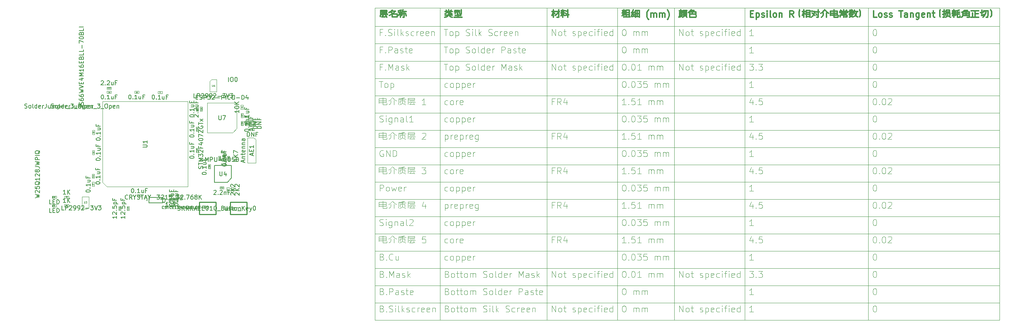
<source format=gbr>
%TF.GenerationSoftware,KiCad,Pcbnew,(6.0.4)*%
%TF.CreationDate,2023-02-01T13:33:48+08:00*%
%TF.ProjectId,Core_M4,436f7265-5f4d-4342-9e6b-696361645f70,rev?*%
%TF.SameCoordinates,Original*%
%TF.FileFunction,AssemblyDrawing,Top*%
%FSLAX46Y46*%
G04 Gerber Fmt 4.6, Leading zero omitted, Abs format (unit mm)*
G04 Created by KiCad (PCBNEW (6.0.4)) date 2023-02-01 13:33:48*
%MOMM*%
%LPD*%
G01*
G04 APERTURE LIST*
%ADD10C,0.100000*%
%ADD11C,0.300000*%
%ADD12C,0.150000*%
%ADD13C,0.040000*%
%ADD14C,0.060000*%
%ADD15C,0.127000*%
%ADD16C,0.200000*%
%ADD17C,0.254000*%
G04 APERTURE END LIST*
D10*
X113315714Y-61095000D02*
X260258573Y-61095000D01*
X113315714Y-44835000D02*
X260258573Y-44835000D01*
X113315714Y-81420000D02*
X260258573Y-81420000D01*
X170401429Y-36405000D02*
X170401429Y-109875000D01*
X153801429Y-36405000D02*
X153801429Y-109875000D01*
X113315714Y-57030000D02*
X260258573Y-57030000D01*
X113315714Y-97680000D02*
X260258573Y-97680000D01*
X200372858Y-36405000D02*
X200372858Y-109875000D01*
X113315714Y-73290000D02*
X260258573Y-73290000D01*
X113315714Y-36405000D02*
X260258573Y-36405000D01*
X113315714Y-93615000D02*
X260258573Y-93615000D01*
X260258573Y-36405000D02*
X260258573Y-109875000D01*
X229387144Y-36405000D02*
X229387144Y-109875000D01*
X113315714Y-85485000D02*
X260258573Y-85485000D01*
X113315714Y-52965000D02*
X260258573Y-52965000D01*
X113315714Y-69225000D02*
X260258573Y-69225000D01*
X128630000Y-36405000D02*
X128630000Y-109875000D01*
X113315714Y-109875000D02*
X260258573Y-109875000D01*
X113315714Y-89550000D02*
X260258573Y-89550000D01*
X183772858Y-36405000D02*
X183772858Y-109875000D01*
X113315714Y-77355000D02*
X260258573Y-77355000D01*
X113315714Y-105810000D02*
X260258573Y-105810000D01*
X113315714Y-48900000D02*
X260258573Y-48900000D01*
X113315714Y-101745000D02*
X260258573Y-101745000D01*
X113315714Y-36405000D02*
X113315714Y-109875000D01*
X113315714Y-40770000D02*
X260258573Y-40770000D01*
X113315714Y-65160000D02*
X260258573Y-65160000D01*
X130445000Y-55072142D02*
X130302142Y-55143571D01*
X130016428Y-55143571D01*
X129873571Y-55072142D01*
X129802142Y-55000714D01*
X129730714Y-54857857D01*
X129730714Y-54429285D01*
X129802142Y-54286428D01*
X129873571Y-54215000D01*
X130016428Y-54143571D01*
X130302142Y-54143571D01*
X130445000Y-54215000D01*
X131302142Y-55143571D02*
X131159285Y-55072142D01*
X131087857Y-55000714D01*
X131016428Y-54857857D01*
X131016428Y-54429285D01*
X131087857Y-54286428D01*
X131159285Y-54215000D01*
X131302142Y-54143571D01*
X131516428Y-54143571D01*
X131659285Y-54215000D01*
X131730714Y-54286428D01*
X131802142Y-54429285D01*
X131802142Y-54857857D01*
X131730714Y-55000714D01*
X131659285Y-55072142D01*
X131516428Y-55143571D01*
X131302142Y-55143571D01*
X132445000Y-54143571D02*
X132445000Y-55643571D01*
X132445000Y-54215000D02*
X132587857Y-54143571D01*
X132873571Y-54143571D01*
X133016428Y-54215000D01*
X133087857Y-54286428D01*
X133159285Y-54429285D01*
X133159285Y-54857857D01*
X133087857Y-55000714D01*
X133016428Y-55072142D01*
X132873571Y-55143571D01*
X132587857Y-55143571D01*
X132445000Y-55072142D01*
X133802142Y-54143571D02*
X133802142Y-55643571D01*
X133802142Y-54215000D02*
X133945000Y-54143571D01*
X134230714Y-54143571D01*
X134373571Y-54215000D01*
X134445000Y-54286428D01*
X134516428Y-54429285D01*
X134516428Y-54857857D01*
X134445000Y-55000714D01*
X134373571Y-55072142D01*
X134230714Y-55143571D01*
X133945000Y-55143571D01*
X133802142Y-55072142D01*
X135730714Y-55072142D02*
X135587857Y-55143571D01*
X135302142Y-55143571D01*
X135159285Y-55072142D01*
X135087857Y-54929285D01*
X135087857Y-54357857D01*
X135159285Y-54215000D01*
X135302142Y-54143571D01*
X135587857Y-54143571D01*
X135730714Y-54215000D01*
X135802142Y-54357857D01*
X135802142Y-54500714D01*
X135087857Y-54643571D01*
X136445000Y-55143571D02*
X136445000Y-54143571D01*
X136445000Y-54429285D02*
X136516428Y-54286428D01*
X136587857Y-54215000D01*
X136730714Y-54143571D01*
X136873571Y-54143571D01*
X129587857Y-41448571D02*
X130445000Y-41448571D01*
X130016428Y-42948571D02*
X130016428Y-41448571D01*
X131159285Y-42948571D02*
X131016428Y-42877142D01*
X130945000Y-42805714D01*
X130873571Y-42662857D01*
X130873571Y-42234285D01*
X130945000Y-42091428D01*
X131016428Y-42020000D01*
X131159285Y-41948571D01*
X131373571Y-41948571D01*
X131516428Y-42020000D01*
X131587857Y-42091428D01*
X131659285Y-42234285D01*
X131659285Y-42662857D01*
X131587857Y-42805714D01*
X131516428Y-42877142D01*
X131373571Y-42948571D01*
X131159285Y-42948571D01*
X132302142Y-41948571D02*
X132302142Y-43448571D01*
X132302142Y-42020000D02*
X132445000Y-41948571D01*
X132730714Y-41948571D01*
X132873571Y-42020000D01*
X132945000Y-42091428D01*
X133016428Y-42234285D01*
X133016428Y-42662857D01*
X132945000Y-42805714D01*
X132873571Y-42877142D01*
X132730714Y-42948571D01*
X132445000Y-42948571D01*
X132302142Y-42877142D01*
X134730714Y-42877142D02*
X134945000Y-42948571D01*
X135302142Y-42948571D01*
X135445000Y-42877142D01*
X135516428Y-42805714D01*
X135587857Y-42662857D01*
X135587857Y-42520000D01*
X135516428Y-42377142D01*
X135445000Y-42305714D01*
X135302142Y-42234285D01*
X135016428Y-42162857D01*
X134873571Y-42091428D01*
X134802142Y-42020000D01*
X134730714Y-41877142D01*
X134730714Y-41734285D01*
X134802142Y-41591428D01*
X134873571Y-41520000D01*
X135016428Y-41448571D01*
X135373571Y-41448571D01*
X135587857Y-41520000D01*
X136230714Y-42948571D02*
X136230714Y-41948571D01*
X136230714Y-41448571D02*
X136159285Y-41520000D01*
X136230714Y-41591428D01*
X136302142Y-41520000D01*
X136230714Y-41448571D01*
X136230714Y-41591428D01*
X137159285Y-42948571D02*
X137016428Y-42877142D01*
X136945000Y-42734285D01*
X136945000Y-41448571D01*
X137730714Y-42948571D02*
X137730714Y-41448571D01*
X137873571Y-42377142D02*
X138302142Y-42948571D01*
X138302142Y-41948571D02*
X137730714Y-42520000D01*
X140016428Y-42877142D02*
X140230714Y-42948571D01*
X140587857Y-42948571D01*
X140730714Y-42877142D01*
X140802142Y-42805714D01*
X140873571Y-42662857D01*
X140873571Y-42520000D01*
X140802142Y-42377142D01*
X140730714Y-42305714D01*
X140587857Y-42234285D01*
X140302142Y-42162857D01*
X140159285Y-42091428D01*
X140087857Y-42020000D01*
X140016428Y-41877142D01*
X140016428Y-41734285D01*
X140087857Y-41591428D01*
X140159285Y-41520000D01*
X140302142Y-41448571D01*
X140659285Y-41448571D01*
X140873571Y-41520000D01*
X142159285Y-42877142D02*
X142016428Y-42948571D01*
X141730714Y-42948571D01*
X141587857Y-42877142D01*
X141516428Y-42805714D01*
X141445000Y-42662857D01*
X141445000Y-42234285D01*
X141516428Y-42091428D01*
X141587857Y-42020000D01*
X141730714Y-41948571D01*
X142016428Y-41948571D01*
X142159285Y-42020000D01*
X142802142Y-42948571D02*
X142802142Y-41948571D01*
X142802142Y-42234285D02*
X142873571Y-42091428D01*
X142945000Y-42020000D01*
X143087857Y-41948571D01*
X143230714Y-41948571D01*
X144302142Y-42877142D02*
X144159285Y-42948571D01*
X143873571Y-42948571D01*
X143730714Y-42877142D01*
X143659285Y-42734285D01*
X143659285Y-42162857D01*
X143730714Y-42020000D01*
X143873571Y-41948571D01*
X144159285Y-41948571D01*
X144302142Y-42020000D01*
X144373571Y-42162857D01*
X144373571Y-42305714D01*
X143659285Y-42448571D01*
X145587857Y-42877142D02*
X145445000Y-42948571D01*
X145159285Y-42948571D01*
X145016428Y-42877142D01*
X144945000Y-42734285D01*
X144945000Y-42162857D01*
X145016428Y-42020000D01*
X145159285Y-41948571D01*
X145445000Y-41948571D01*
X145587857Y-42020000D01*
X145659285Y-42162857D01*
X145659285Y-42305714D01*
X144945000Y-42448571D01*
X146302142Y-41948571D02*
X146302142Y-42948571D01*
X146302142Y-42091428D02*
X146373571Y-42020000D01*
X146516428Y-41948571D01*
X146730714Y-41948571D01*
X146873571Y-42020000D01*
X146945000Y-42162857D01*
X146945000Y-42948571D01*
X130302142Y-107202857D02*
X130516428Y-107274285D01*
X130587857Y-107345714D01*
X130659285Y-107488571D01*
X130659285Y-107702857D01*
X130587857Y-107845714D01*
X130516428Y-107917142D01*
X130373571Y-107988571D01*
X129802142Y-107988571D01*
X129802142Y-106488571D01*
X130302142Y-106488571D01*
X130445000Y-106560000D01*
X130516428Y-106631428D01*
X130587857Y-106774285D01*
X130587857Y-106917142D01*
X130516428Y-107060000D01*
X130445000Y-107131428D01*
X130302142Y-107202857D01*
X129802142Y-107202857D01*
X131516428Y-107988571D02*
X131373571Y-107917142D01*
X131302142Y-107845714D01*
X131230714Y-107702857D01*
X131230714Y-107274285D01*
X131302142Y-107131428D01*
X131373571Y-107060000D01*
X131516428Y-106988571D01*
X131730714Y-106988571D01*
X131873571Y-107060000D01*
X131945000Y-107131428D01*
X132016428Y-107274285D01*
X132016428Y-107702857D01*
X131945000Y-107845714D01*
X131873571Y-107917142D01*
X131730714Y-107988571D01*
X131516428Y-107988571D01*
X132445000Y-106988571D02*
X133016428Y-106988571D01*
X132659285Y-106488571D02*
X132659285Y-107774285D01*
X132730714Y-107917142D01*
X132873571Y-107988571D01*
X133016428Y-107988571D01*
X133302142Y-106988571D02*
X133873571Y-106988571D01*
X133516428Y-106488571D02*
X133516428Y-107774285D01*
X133587857Y-107917142D01*
X133730714Y-107988571D01*
X133873571Y-107988571D01*
X134587857Y-107988571D02*
X134445000Y-107917142D01*
X134373571Y-107845714D01*
X134302142Y-107702857D01*
X134302142Y-107274285D01*
X134373571Y-107131428D01*
X134445000Y-107060000D01*
X134587857Y-106988571D01*
X134802142Y-106988571D01*
X134945000Y-107060000D01*
X135016428Y-107131428D01*
X135087857Y-107274285D01*
X135087857Y-107702857D01*
X135016428Y-107845714D01*
X134945000Y-107917142D01*
X134802142Y-107988571D01*
X134587857Y-107988571D01*
X135730714Y-107988571D02*
X135730714Y-106988571D01*
X135730714Y-107131428D02*
X135802142Y-107060000D01*
X135945000Y-106988571D01*
X136159285Y-106988571D01*
X136302142Y-107060000D01*
X136373571Y-107202857D01*
X136373571Y-107988571D01*
X136373571Y-107202857D02*
X136445000Y-107060000D01*
X136587857Y-106988571D01*
X136802142Y-106988571D01*
X136945000Y-107060000D01*
X137016428Y-107202857D01*
X137016428Y-107988571D01*
X138802142Y-107917142D02*
X139016428Y-107988571D01*
X139373571Y-107988571D01*
X139516428Y-107917142D01*
X139587857Y-107845714D01*
X139659285Y-107702857D01*
X139659285Y-107560000D01*
X139587857Y-107417142D01*
X139516428Y-107345714D01*
X139373571Y-107274285D01*
X139087857Y-107202857D01*
X138945000Y-107131428D01*
X138873571Y-107060000D01*
X138802142Y-106917142D01*
X138802142Y-106774285D01*
X138873571Y-106631428D01*
X138945000Y-106560000D01*
X139087857Y-106488571D01*
X139445000Y-106488571D01*
X139659285Y-106560000D01*
X140302142Y-107988571D02*
X140302142Y-106988571D01*
X140302142Y-106488571D02*
X140230714Y-106560000D01*
X140302142Y-106631428D01*
X140373571Y-106560000D01*
X140302142Y-106488571D01*
X140302142Y-106631428D01*
X141230714Y-107988571D02*
X141087857Y-107917142D01*
X141016428Y-107774285D01*
X141016428Y-106488571D01*
X141802142Y-107988571D02*
X141802142Y-106488571D01*
X141945000Y-107417142D02*
X142373571Y-107988571D01*
X142373571Y-106988571D02*
X141802142Y-107560000D01*
X144087857Y-107917142D02*
X144302142Y-107988571D01*
X144659285Y-107988571D01*
X144802142Y-107917142D01*
X144873571Y-107845714D01*
X144945000Y-107702857D01*
X144945000Y-107560000D01*
X144873571Y-107417142D01*
X144802142Y-107345714D01*
X144659285Y-107274285D01*
X144373571Y-107202857D01*
X144230714Y-107131428D01*
X144159285Y-107060000D01*
X144087857Y-106917142D01*
X144087857Y-106774285D01*
X144159285Y-106631428D01*
X144230714Y-106560000D01*
X144373571Y-106488571D01*
X144730714Y-106488571D01*
X144945000Y-106560000D01*
X146230714Y-107917142D02*
X146087857Y-107988571D01*
X145802142Y-107988571D01*
X145659285Y-107917142D01*
X145587857Y-107845714D01*
X145516428Y-107702857D01*
X145516428Y-107274285D01*
X145587857Y-107131428D01*
X145659285Y-107060000D01*
X145802142Y-106988571D01*
X146087857Y-106988571D01*
X146230714Y-107060000D01*
X146873571Y-107988571D02*
X146873571Y-106988571D01*
X146873571Y-107274285D02*
X146945000Y-107131428D01*
X147016428Y-107060000D01*
X147159285Y-106988571D01*
X147302142Y-106988571D01*
X148373571Y-107917142D02*
X148230714Y-107988571D01*
X147945000Y-107988571D01*
X147802142Y-107917142D01*
X147730714Y-107774285D01*
X147730714Y-107202857D01*
X147802142Y-107060000D01*
X147945000Y-106988571D01*
X148230714Y-106988571D01*
X148373571Y-107060000D01*
X148445000Y-107202857D01*
X148445000Y-107345714D01*
X147730714Y-107488571D01*
X149659285Y-107917142D02*
X149516428Y-107988571D01*
X149230714Y-107988571D01*
X149087857Y-107917142D01*
X149016428Y-107774285D01*
X149016428Y-107202857D01*
X149087857Y-107060000D01*
X149230714Y-106988571D01*
X149516428Y-106988571D01*
X149659285Y-107060000D01*
X149730714Y-107202857D01*
X149730714Y-107345714D01*
X149016428Y-107488571D01*
X150373571Y-106988571D02*
X150373571Y-107988571D01*
X150373571Y-107131428D02*
X150445000Y-107060000D01*
X150587857Y-106988571D01*
X150802142Y-106988571D01*
X150945000Y-107060000D01*
X151016428Y-107202857D01*
X151016428Y-107988571D01*
X230845001Y-57708571D02*
X230987858Y-57708571D01*
X231130715Y-57780000D01*
X231202144Y-57851428D01*
X231273572Y-57994285D01*
X231345001Y-58280000D01*
X231345001Y-58637142D01*
X231273572Y-58922857D01*
X231202144Y-59065714D01*
X231130715Y-59137142D01*
X230987858Y-59208571D01*
X230845001Y-59208571D01*
X230702144Y-59137142D01*
X230630715Y-59065714D01*
X230559286Y-58922857D01*
X230487858Y-58637142D01*
X230487858Y-58280000D01*
X230559286Y-57994285D01*
X230630715Y-57851428D01*
X230702144Y-57780000D01*
X230845001Y-57708571D01*
X231987858Y-59065714D02*
X232059286Y-59137142D01*
X231987858Y-59208571D01*
X231916429Y-59137142D01*
X231987858Y-59065714D01*
X231987858Y-59208571D01*
X232987858Y-57708571D02*
X233130715Y-57708571D01*
X233273572Y-57780000D01*
X233345001Y-57851428D01*
X233416429Y-57994285D01*
X233487858Y-58280000D01*
X233487858Y-58637142D01*
X233416429Y-58922857D01*
X233345001Y-59065714D01*
X233273572Y-59137142D01*
X233130715Y-59208571D01*
X232987858Y-59208571D01*
X232845001Y-59137142D01*
X232773572Y-59065714D01*
X232702144Y-58922857D01*
X232630715Y-58637142D01*
X232630715Y-58280000D01*
X232702144Y-57994285D01*
X232773572Y-57851428D01*
X232845001Y-57780000D01*
X232987858Y-57708571D01*
X234059286Y-57851428D02*
X234130715Y-57780000D01*
X234273572Y-57708571D01*
X234630715Y-57708571D01*
X234773572Y-57780000D01*
X234845001Y-57851428D01*
X234916429Y-57994285D01*
X234916429Y-58137142D01*
X234845001Y-58351428D01*
X233987858Y-59208571D01*
X234916429Y-59208571D01*
X202330715Y-42948571D02*
X201473572Y-42948571D01*
X201902143Y-42948571D02*
X201902143Y-41448571D01*
X201759286Y-41662857D01*
X201616429Y-41805714D01*
X201473572Y-41877142D01*
X230845001Y-69903571D02*
X230987858Y-69903571D01*
X231130715Y-69975000D01*
X231202144Y-70046428D01*
X231273572Y-70189285D01*
X231345001Y-70475000D01*
X231345001Y-70832142D01*
X231273572Y-71117857D01*
X231202144Y-71260714D01*
X231130715Y-71332142D01*
X230987858Y-71403571D01*
X230845001Y-71403571D01*
X230702144Y-71332142D01*
X230630715Y-71260714D01*
X230559286Y-71117857D01*
X230487858Y-70832142D01*
X230487858Y-70475000D01*
X230559286Y-70189285D01*
X230630715Y-70046428D01*
X230702144Y-69975000D01*
X230845001Y-69903571D01*
X154973571Y-107988571D02*
X154973571Y-106488571D01*
X155830714Y-107988571D01*
X155830714Y-106488571D01*
X156759286Y-107988571D02*
X156616429Y-107917142D01*
X156545000Y-107845714D01*
X156473571Y-107702857D01*
X156473571Y-107274285D01*
X156545000Y-107131428D01*
X156616429Y-107060000D01*
X156759286Y-106988571D01*
X156973571Y-106988571D01*
X157116429Y-107060000D01*
X157187857Y-107131428D01*
X157259286Y-107274285D01*
X157259286Y-107702857D01*
X157187857Y-107845714D01*
X157116429Y-107917142D01*
X156973571Y-107988571D01*
X156759286Y-107988571D01*
X157687857Y-106988571D02*
X158259286Y-106988571D01*
X157902143Y-106488571D02*
X157902143Y-107774285D01*
X157973571Y-107917142D01*
X158116429Y-107988571D01*
X158259286Y-107988571D01*
X159830714Y-107917142D02*
X159973571Y-107988571D01*
X160259286Y-107988571D01*
X160402143Y-107917142D01*
X160473571Y-107774285D01*
X160473571Y-107702857D01*
X160402143Y-107560000D01*
X160259286Y-107488571D01*
X160045000Y-107488571D01*
X159902143Y-107417142D01*
X159830714Y-107274285D01*
X159830714Y-107202857D01*
X159902143Y-107060000D01*
X160045000Y-106988571D01*
X160259286Y-106988571D01*
X160402143Y-107060000D01*
X161116429Y-106988571D02*
X161116429Y-108488571D01*
X161116429Y-107060000D02*
X161259286Y-106988571D01*
X161545000Y-106988571D01*
X161687857Y-107060000D01*
X161759286Y-107131428D01*
X161830714Y-107274285D01*
X161830714Y-107702857D01*
X161759286Y-107845714D01*
X161687857Y-107917142D01*
X161545000Y-107988571D01*
X161259286Y-107988571D01*
X161116429Y-107917142D01*
X163045000Y-107917142D02*
X162902143Y-107988571D01*
X162616429Y-107988571D01*
X162473571Y-107917142D01*
X162402143Y-107774285D01*
X162402143Y-107202857D01*
X162473571Y-107060000D01*
X162616429Y-106988571D01*
X162902143Y-106988571D01*
X163045000Y-107060000D01*
X163116429Y-107202857D01*
X163116429Y-107345714D01*
X162402143Y-107488571D01*
X164402143Y-107917142D02*
X164259286Y-107988571D01*
X163973571Y-107988571D01*
X163830714Y-107917142D01*
X163759286Y-107845714D01*
X163687857Y-107702857D01*
X163687857Y-107274285D01*
X163759286Y-107131428D01*
X163830714Y-107060000D01*
X163973571Y-106988571D01*
X164259286Y-106988571D01*
X164402143Y-107060000D01*
X165045000Y-107988571D02*
X165045000Y-106988571D01*
X165045000Y-106488571D02*
X164973571Y-106560000D01*
X165045000Y-106631428D01*
X165116429Y-106560000D01*
X165045000Y-106488571D01*
X165045000Y-106631428D01*
X165545000Y-106988571D02*
X166116429Y-106988571D01*
X165759286Y-107988571D02*
X165759286Y-106702857D01*
X165830714Y-106560000D01*
X165973571Y-106488571D01*
X166116429Y-106488571D01*
X166616429Y-107988571D02*
X166616429Y-106988571D01*
X166616429Y-106488571D02*
X166545000Y-106560000D01*
X166616429Y-106631428D01*
X166687857Y-106560000D01*
X166616429Y-106488571D01*
X166616429Y-106631428D01*
X167902143Y-107917142D02*
X167759286Y-107988571D01*
X167473571Y-107988571D01*
X167330714Y-107917142D01*
X167259286Y-107774285D01*
X167259286Y-107202857D01*
X167330714Y-107060000D01*
X167473571Y-106988571D01*
X167759286Y-106988571D01*
X167902143Y-107060000D01*
X167973571Y-107202857D01*
X167973571Y-107345714D01*
X167259286Y-107488571D01*
X169259286Y-107988571D02*
X169259286Y-106488571D01*
X169259286Y-107917142D02*
X169116429Y-107988571D01*
X168830714Y-107988571D01*
X168687857Y-107917142D01*
X168616429Y-107845714D01*
X168545000Y-107702857D01*
X168545000Y-107274285D01*
X168616429Y-107131428D01*
X168687857Y-107060000D01*
X168830714Y-106988571D01*
X169116429Y-106988571D01*
X169259286Y-107060000D01*
X172359286Y-75468571D02*
X171502143Y-75468571D01*
X171930714Y-75468571D02*
X171930714Y-73968571D01*
X171787857Y-74182857D01*
X171645000Y-74325714D01*
X171502143Y-74397142D01*
X173002143Y-75325714D02*
X173073571Y-75397142D01*
X173002143Y-75468571D01*
X172930714Y-75397142D01*
X173002143Y-75325714D01*
X173002143Y-75468571D01*
X174430714Y-73968571D02*
X173716429Y-73968571D01*
X173645000Y-74682857D01*
X173716429Y-74611428D01*
X173859286Y-74540000D01*
X174216429Y-74540000D01*
X174359286Y-74611428D01*
X174430714Y-74682857D01*
X174502143Y-74825714D01*
X174502143Y-75182857D01*
X174430714Y-75325714D01*
X174359286Y-75397142D01*
X174216429Y-75468571D01*
X173859286Y-75468571D01*
X173716429Y-75397142D01*
X173645000Y-75325714D01*
X175930714Y-75468571D02*
X175073571Y-75468571D01*
X175502143Y-75468571D02*
X175502143Y-73968571D01*
X175359286Y-74182857D01*
X175216429Y-74325714D01*
X175073571Y-74397142D01*
X177716429Y-75468571D02*
X177716429Y-74468571D01*
X177716429Y-74611428D02*
X177787857Y-74540000D01*
X177930714Y-74468571D01*
X178145000Y-74468571D01*
X178287857Y-74540000D01*
X178359286Y-74682857D01*
X178359286Y-75468571D01*
X178359286Y-74682857D02*
X178430714Y-74540000D01*
X178573571Y-74468571D01*
X178787857Y-74468571D01*
X178930714Y-74540000D01*
X179002143Y-74682857D01*
X179002143Y-75468571D01*
X179716429Y-75468571D02*
X179716429Y-74468571D01*
X179716429Y-74611428D02*
X179787857Y-74540000D01*
X179930714Y-74468571D01*
X180145000Y-74468571D01*
X180287857Y-74540000D01*
X180359286Y-74682857D01*
X180359286Y-75468571D01*
X180359286Y-74682857D02*
X180430714Y-74540000D01*
X180573571Y-74468571D01*
X180787857Y-74468571D01*
X180930714Y-74540000D01*
X181002143Y-74682857D01*
X181002143Y-75468571D01*
X184945000Y-42948571D02*
X184945000Y-41448571D01*
X185802143Y-42948571D01*
X185802143Y-41448571D01*
X186730715Y-42948571D02*
X186587858Y-42877142D01*
X186516429Y-42805714D01*
X186445000Y-42662857D01*
X186445000Y-42234285D01*
X186516429Y-42091428D01*
X186587858Y-42020000D01*
X186730715Y-41948571D01*
X186945000Y-41948571D01*
X187087858Y-42020000D01*
X187159286Y-42091428D01*
X187230715Y-42234285D01*
X187230715Y-42662857D01*
X187159286Y-42805714D01*
X187087858Y-42877142D01*
X186945000Y-42948571D01*
X186730715Y-42948571D01*
X187659286Y-41948571D02*
X188230715Y-41948571D01*
X187873572Y-41448571D02*
X187873572Y-42734285D01*
X187945000Y-42877142D01*
X188087858Y-42948571D01*
X188230715Y-42948571D01*
X189802143Y-42877142D02*
X189945000Y-42948571D01*
X190230715Y-42948571D01*
X190373572Y-42877142D01*
X190445000Y-42734285D01*
X190445000Y-42662857D01*
X190373572Y-42520000D01*
X190230715Y-42448571D01*
X190016429Y-42448571D01*
X189873572Y-42377142D01*
X189802143Y-42234285D01*
X189802143Y-42162857D01*
X189873572Y-42020000D01*
X190016429Y-41948571D01*
X190230715Y-41948571D01*
X190373572Y-42020000D01*
X191087858Y-41948571D02*
X191087858Y-43448571D01*
X191087858Y-42020000D02*
X191230715Y-41948571D01*
X191516429Y-41948571D01*
X191659286Y-42020000D01*
X191730715Y-42091428D01*
X191802143Y-42234285D01*
X191802143Y-42662857D01*
X191730715Y-42805714D01*
X191659286Y-42877142D01*
X191516429Y-42948571D01*
X191230715Y-42948571D01*
X191087858Y-42877142D01*
X193016429Y-42877142D02*
X192873572Y-42948571D01*
X192587858Y-42948571D01*
X192445000Y-42877142D01*
X192373572Y-42734285D01*
X192373572Y-42162857D01*
X192445000Y-42020000D01*
X192587858Y-41948571D01*
X192873572Y-41948571D01*
X193016429Y-42020000D01*
X193087858Y-42162857D01*
X193087858Y-42305714D01*
X192373572Y-42448571D01*
X194373572Y-42877142D02*
X194230715Y-42948571D01*
X193945000Y-42948571D01*
X193802143Y-42877142D01*
X193730715Y-42805714D01*
X193659286Y-42662857D01*
X193659286Y-42234285D01*
X193730715Y-42091428D01*
X193802143Y-42020000D01*
X193945000Y-41948571D01*
X194230715Y-41948571D01*
X194373572Y-42020000D01*
X195016429Y-42948571D02*
X195016429Y-41948571D01*
X195016429Y-41448571D02*
X194945000Y-41520000D01*
X195016429Y-41591428D01*
X195087858Y-41520000D01*
X195016429Y-41448571D01*
X195016429Y-41591428D01*
X195516429Y-41948571D02*
X196087858Y-41948571D01*
X195730715Y-42948571D02*
X195730715Y-41662857D01*
X195802143Y-41520000D01*
X195945000Y-41448571D01*
X196087858Y-41448571D01*
X196587858Y-42948571D02*
X196587858Y-41948571D01*
X196587858Y-41448571D02*
X196516429Y-41520000D01*
X196587858Y-41591428D01*
X196659286Y-41520000D01*
X196587858Y-41448571D01*
X196587858Y-41591428D01*
X197873572Y-42877142D02*
X197730715Y-42948571D01*
X197445000Y-42948571D01*
X197302143Y-42877142D01*
X197230715Y-42734285D01*
X197230715Y-42162857D01*
X197302143Y-42020000D01*
X197445000Y-41948571D01*
X197730715Y-41948571D01*
X197873572Y-42020000D01*
X197945000Y-42162857D01*
X197945000Y-42305714D01*
X197230715Y-42448571D01*
X199230715Y-42948571D02*
X199230715Y-41448571D01*
X199230715Y-42877142D02*
X199087858Y-42948571D01*
X198802143Y-42948571D01*
X198659286Y-42877142D01*
X198587858Y-42805714D01*
X198516429Y-42662857D01*
X198516429Y-42234285D01*
X198587858Y-42091428D01*
X198659286Y-42020000D01*
X198802143Y-41948571D01*
X199087858Y-41948571D01*
X199230715Y-42020000D01*
X130302142Y-103137857D02*
X130516428Y-103209285D01*
X130587857Y-103280714D01*
X130659285Y-103423571D01*
X130659285Y-103637857D01*
X130587857Y-103780714D01*
X130516428Y-103852142D01*
X130373571Y-103923571D01*
X129802142Y-103923571D01*
X129802142Y-102423571D01*
X130302142Y-102423571D01*
X130445000Y-102495000D01*
X130516428Y-102566428D01*
X130587857Y-102709285D01*
X130587857Y-102852142D01*
X130516428Y-102995000D01*
X130445000Y-103066428D01*
X130302142Y-103137857D01*
X129802142Y-103137857D01*
X131516428Y-103923571D02*
X131373571Y-103852142D01*
X131302142Y-103780714D01*
X131230714Y-103637857D01*
X131230714Y-103209285D01*
X131302142Y-103066428D01*
X131373571Y-102995000D01*
X131516428Y-102923571D01*
X131730714Y-102923571D01*
X131873571Y-102995000D01*
X131945000Y-103066428D01*
X132016428Y-103209285D01*
X132016428Y-103637857D01*
X131945000Y-103780714D01*
X131873571Y-103852142D01*
X131730714Y-103923571D01*
X131516428Y-103923571D01*
X132445000Y-102923571D02*
X133016428Y-102923571D01*
X132659285Y-102423571D02*
X132659285Y-103709285D01*
X132730714Y-103852142D01*
X132873571Y-103923571D01*
X133016428Y-103923571D01*
X133302142Y-102923571D02*
X133873571Y-102923571D01*
X133516428Y-102423571D02*
X133516428Y-103709285D01*
X133587857Y-103852142D01*
X133730714Y-103923571D01*
X133873571Y-103923571D01*
X134587857Y-103923571D02*
X134445000Y-103852142D01*
X134373571Y-103780714D01*
X134302142Y-103637857D01*
X134302142Y-103209285D01*
X134373571Y-103066428D01*
X134445000Y-102995000D01*
X134587857Y-102923571D01*
X134802142Y-102923571D01*
X134945000Y-102995000D01*
X135016428Y-103066428D01*
X135087857Y-103209285D01*
X135087857Y-103637857D01*
X135016428Y-103780714D01*
X134945000Y-103852142D01*
X134802142Y-103923571D01*
X134587857Y-103923571D01*
X135730714Y-103923571D02*
X135730714Y-102923571D01*
X135730714Y-103066428D02*
X135802142Y-102995000D01*
X135945000Y-102923571D01*
X136159285Y-102923571D01*
X136302142Y-102995000D01*
X136373571Y-103137857D01*
X136373571Y-103923571D01*
X136373571Y-103137857D02*
X136445000Y-102995000D01*
X136587857Y-102923571D01*
X136802142Y-102923571D01*
X136945000Y-102995000D01*
X137016428Y-103137857D01*
X137016428Y-103923571D01*
X138802142Y-103852142D02*
X139016428Y-103923571D01*
X139373571Y-103923571D01*
X139516428Y-103852142D01*
X139587857Y-103780714D01*
X139659285Y-103637857D01*
X139659285Y-103495000D01*
X139587857Y-103352142D01*
X139516428Y-103280714D01*
X139373571Y-103209285D01*
X139087857Y-103137857D01*
X138945000Y-103066428D01*
X138873571Y-102995000D01*
X138802142Y-102852142D01*
X138802142Y-102709285D01*
X138873571Y-102566428D01*
X138945000Y-102495000D01*
X139087857Y-102423571D01*
X139445000Y-102423571D01*
X139659285Y-102495000D01*
X140516428Y-103923571D02*
X140373571Y-103852142D01*
X140302142Y-103780714D01*
X140230714Y-103637857D01*
X140230714Y-103209285D01*
X140302142Y-103066428D01*
X140373571Y-102995000D01*
X140516428Y-102923571D01*
X140730714Y-102923571D01*
X140873571Y-102995000D01*
X140945000Y-103066428D01*
X141016428Y-103209285D01*
X141016428Y-103637857D01*
X140945000Y-103780714D01*
X140873571Y-103852142D01*
X140730714Y-103923571D01*
X140516428Y-103923571D01*
X141873571Y-103923571D02*
X141730714Y-103852142D01*
X141659285Y-103709285D01*
X141659285Y-102423571D01*
X143087857Y-103923571D02*
X143087857Y-102423571D01*
X143087857Y-103852142D02*
X142945000Y-103923571D01*
X142659285Y-103923571D01*
X142516428Y-103852142D01*
X142445000Y-103780714D01*
X142373571Y-103637857D01*
X142373571Y-103209285D01*
X142445000Y-103066428D01*
X142516428Y-102995000D01*
X142659285Y-102923571D01*
X142945000Y-102923571D01*
X143087857Y-102995000D01*
X144373571Y-103852142D02*
X144230714Y-103923571D01*
X143945000Y-103923571D01*
X143802142Y-103852142D01*
X143730714Y-103709285D01*
X143730714Y-103137857D01*
X143802142Y-102995000D01*
X143945000Y-102923571D01*
X144230714Y-102923571D01*
X144373571Y-102995000D01*
X144445000Y-103137857D01*
X144445000Y-103280714D01*
X143730714Y-103423571D01*
X145087857Y-103923571D02*
X145087857Y-102923571D01*
X145087857Y-103209285D02*
X145159285Y-103066428D01*
X145230714Y-102995000D01*
X145373571Y-102923571D01*
X145516428Y-102923571D01*
X147159285Y-103923571D02*
X147159285Y-102423571D01*
X147730714Y-102423571D01*
X147873571Y-102495000D01*
X147945000Y-102566428D01*
X148016428Y-102709285D01*
X148016428Y-102923571D01*
X147945000Y-103066428D01*
X147873571Y-103137857D01*
X147730714Y-103209285D01*
X147159285Y-103209285D01*
X149302142Y-103923571D02*
X149302142Y-103137857D01*
X149230714Y-102995000D01*
X149087857Y-102923571D01*
X148802142Y-102923571D01*
X148659285Y-102995000D01*
X149302142Y-103852142D02*
X149159285Y-103923571D01*
X148802142Y-103923571D01*
X148659285Y-103852142D01*
X148587857Y-103709285D01*
X148587857Y-103566428D01*
X148659285Y-103423571D01*
X148802142Y-103352142D01*
X149159285Y-103352142D01*
X149302142Y-103280714D01*
X149945000Y-103852142D02*
X150087857Y-103923571D01*
X150373571Y-103923571D01*
X150516428Y-103852142D01*
X150587857Y-103709285D01*
X150587857Y-103637857D01*
X150516428Y-103495000D01*
X150373571Y-103423571D01*
X150159285Y-103423571D01*
X150016428Y-103352142D01*
X149945000Y-103209285D01*
X149945000Y-103137857D01*
X150016428Y-102995000D01*
X150159285Y-102923571D01*
X150373571Y-102923571D01*
X150516428Y-102995000D01*
X151016428Y-102923571D02*
X151587857Y-102923571D01*
X151230714Y-102423571D02*
X151230714Y-103709285D01*
X151302142Y-103852142D01*
X151445000Y-103923571D01*
X151587857Y-103923571D01*
X152659285Y-103852142D02*
X152516428Y-103923571D01*
X152230714Y-103923571D01*
X152087857Y-103852142D01*
X152016428Y-103709285D01*
X152016428Y-103137857D01*
X152087857Y-102995000D01*
X152230714Y-102923571D01*
X152516428Y-102923571D01*
X152659285Y-102995000D01*
X152730714Y-103137857D01*
X152730714Y-103280714D01*
X152016428Y-103423571D01*
X230845001Y-82098571D02*
X230987858Y-82098571D01*
X231130715Y-82170000D01*
X231202144Y-82241428D01*
X231273572Y-82384285D01*
X231345001Y-82670000D01*
X231345001Y-83027142D01*
X231273572Y-83312857D01*
X231202144Y-83455714D01*
X231130715Y-83527142D01*
X230987858Y-83598571D01*
X230845001Y-83598571D01*
X230702144Y-83527142D01*
X230630715Y-83455714D01*
X230559286Y-83312857D01*
X230487858Y-83027142D01*
X230487858Y-82670000D01*
X230559286Y-82384285D01*
X230630715Y-82241428D01*
X230702144Y-82170000D01*
X230845001Y-82098571D01*
X231987858Y-83455714D02*
X232059286Y-83527142D01*
X231987858Y-83598571D01*
X231916429Y-83527142D01*
X231987858Y-83455714D01*
X231987858Y-83598571D01*
X232987858Y-82098571D02*
X233130715Y-82098571D01*
X233273572Y-82170000D01*
X233345001Y-82241428D01*
X233416429Y-82384285D01*
X233487858Y-82670000D01*
X233487858Y-83027142D01*
X233416429Y-83312857D01*
X233345001Y-83455714D01*
X233273572Y-83527142D01*
X233130715Y-83598571D01*
X232987858Y-83598571D01*
X232845001Y-83527142D01*
X232773572Y-83455714D01*
X232702144Y-83312857D01*
X232630715Y-83027142D01*
X232630715Y-82670000D01*
X232702144Y-82384285D01*
X232773572Y-82241428D01*
X232845001Y-82170000D01*
X232987858Y-82098571D01*
X234059286Y-82241428D02*
X234130715Y-82170000D01*
X234273572Y-82098571D01*
X234630715Y-82098571D01*
X234773572Y-82170000D01*
X234845001Y-82241428D01*
X234916429Y-82384285D01*
X234916429Y-82527142D01*
X234845001Y-82741428D01*
X233987858Y-83598571D01*
X234916429Y-83598571D01*
X129587857Y-49578571D02*
X130445000Y-49578571D01*
X130016428Y-51078571D02*
X130016428Y-49578571D01*
X131159285Y-51078571D02*
X131016428Y-51007142D01*
X130945000Y-50935714D01*
X130873571Y-50792857D01*
X130873571Y-50364285D01*
X130945000Y-50221428D01*
X131016428Y-50150000D01*
X131159285Y-50078571D01*
X131373571Y-50078571D01*
X131516428Y-50150000D01*
X131587857Y-50221428D01*
X131659285Y-50364285D01*
X131659285Y-50792857D01*
X131587857Y-50935714D01*
X131516428Y-51007142D01*
X131373571Y-51078571D01*
X131159285Y-51078571D01*
X132302142Y-50078571D02*
X132302142Y-51578571D01*
X132302142Y-50150000D02*
X132445000Y-50078571D01*
X132730714Y-50078571D01*
X132873571Y-50150000D01*
X132945000Y-50221428D01*
X133016428Y-50364285D01*
X133016428Y-50792857D01*
X132945000Y-50935714D01*
X132873571Y-51007142D01*
X132730714Y-51078571D01*
X132445000Y-51078571D01*
X132302142Y-51007142D01*
X134730714Y-51007142D02*
X134945000Y-51078571D01*
X135302142Y-51078571D01*
X135445000Y-51007142D01*
X135516428Y-50935714D01*
X135587857Y-50792857D01*
X135587857Y-50650000D01*
X135516428Y-50507142D01*
X135445000Y-50435714D01*
X135302142Y-50364285D01*
X135016428Y-50292857D01*
X134873571Y-50221428D01*
X134802142Y-50150000D01*
X134730714Y-50007142D01*
X134730714Y-49864285D01*
X134802142Y-49721428D01*
X134873571Y-49650000D01*
X135016428Y-49578571D01*
X135373571Y-49578571D01*
X135587857Y-49650000D01*
X136445000Y-51078571D02*
X136302142Y-51007142D01*
X136230714Y-50935714D01*
X136159285Y-50792857D01*
X136159285Y-50364285D01*
X136230714Y-50221428D01*
X136302142Y-50150000D01*
X136445000Y-50078571D01*
X136659285Y-50078571D01*
X136802142Y-50150000D01*
X136873571Y-50221428D01*
X136945000Y-50364285D01*
X136945000Y-50792857D01*
X136873571Y-50935714D01*
X136802142Y-51007142D01*
X136659285Y-51078571D01*
X136445000Y-51078571D01*
X137802142Y-51078571D02*
X137659285Y-51007142D01*
X137587857Y-50864285D01*
X137587857Y-49578571D01*
X139016428Y-51078571D02*
X139016428Y-49578571D01*
X139016428Y-51007142D02*
X138873571Y-51078571D01*
X138587857Y-51078571D01*
X138445000Y-51007142D01*
X138373571Y-50935714D01*
X138302142Y-50792857D01*
X138302142Y-50364285D01*
X138373571Y-50221428D01*
X138445000Y-50150000D01*
X138587857Y-50078571D01*
X138873571Y-50078571D01*
X139016428Y-50150000D01*
X140302142Y-51007142D02*
X140159285Y-51078571D01*
X139873571Y-51078571D01*
X139730714Y-51007142D01*
X139659285Y-50864285D01*
X139659285Y-50292857D01*
X139730714Y-50150000D01*
X139873571Y-50078571D01*
X140159285Y-50078571D01*
X140302142Y-50150000D01*
X140373571Y-50292857D01*
X140373571Y-50435714D01*
X139659285Y-50578571D01*
X141016428Y-51078571D02*
X141016428Y-50078571D01*
X141016428Y-50364285D02*
X141087857Y-50221428D01*
X141159285Y-50150000D01*
X141302142Y-50078571D01*
X141445000Y-50078571D01*
X143087857Y-51078571D02*
X143087857Y-49578571D01*
X143587857Y-50650000D01*
X144087857Y-49578571D01*
X144087857Y-51078571D01*
X145445000Y-51078571D02*
X145445000Y-50292857D01*
X145373571Y-50150000D01*
X145230714Y-50078571D01*
X144945000Y-50078571D01*
X144802142Y-50150000D01*
X145445000Y-51007142D02*
X145302142Y-51078571D01*
X144945000Y-51078571D01*
X144802142Y-51007142D01*
X144730714Y-50864285D01*
X144730714Y-50721428D01*
X144802142Y-50578571D01*
X144945000Y-50507142D01*
X145302142Y-50507142D01*
X145445000Y-50435714D01*
X146087857Y-51007142D02*
X146230714Y-51078571D01*
X146516428Y-51078571D01*
X146659285Y-51007142D01*
X146730714Y-50864285D01*
X146730714Y-50792857D01*
X146659285Y-50650000D01*
X146516428Y-50578571D01*
X146302142Y-50578571D01*
X146159285Y-50507142D01*
X146087857Y-50364285D01*
X146087857Y-50292857D01*
X146159285Y-50150000D01*
X146302142Y-50078571D01*
X146516428Y-50078571D01*
X146659285Y-50150000D01*
X147373571Y-51078571D02*
X147373571Y-49578571D01*
X147516428Y-50507142D02*
X147945000Y-51078571D01*
X147945000Y-50078571D02*
X147373571Y-50650000D01*
X202330715Y-87663571D02*
X201473572Y-87663571D01*
X201902143Y-87663571D02*
X201902143Y-86163571D01*
X201759286Y-86377857D01*
X201616429Y-86520714D01*
X201473572Y-86592142D01*
X114273571Y-90800000D02*
X115916428Y-90800000D01*
X114273571Y-91228571D02*
X115916428Y-91228571D01*
X115130714Y-91728571D02*
X116059285Y-91728571D01*
X114273571Y-90300000D02*
X114273571Y-91371428D01*
X115130714Y-90014285D02*
X115130714Y-91728571D01*
X114273571Y-90300000D02*
X115916428Y-90300000D01*
X115916428Y-91228571D01*
X116130714Y-91371428D02*
X116059285Y-91728571D01*
X117773571Y-90728571D02*
X117773571Y-91728571D01*
X117416428Y-90014285D02*
X117987856Y-90585714D01*
X118344999Y-90800000D01*
X117416428Y-90014285D02*
X116773571Y-90657142D01*
X116487856Y-90800000D01*
X117059285Y-90728571D02*
X117059285Y-91157142D01*
X116916428Y-91442857D01*
X116630714Y-91728571D01*
X119059285Y-90442857D02*
X120559285Y-90442857D01*
X119202142Y-90800000D02*
X119202142Y-91371428D01*
X119202142Y-90800000D02*
X120344999Y-90800000D01*
X120344999Y-91371428D01*
X119916428Y-91442857D02*
X120487856Y-91728571D01*
X119773571Y-91300000D02*
X119559285Y-91514285D01*
X119059285Y-91728571D01*
X118916428Y-90228571D02*
X118916428Y-91014285D01*
X118773571Y-91585714D01*
X118916428Y-90228571D02*
X119416428Y-90228571D01*
X119773571Y-90157142D01*
X119702142Y-90800000D01*
X119773571Y-90942857D02*
X119702142Y-91371428D01*
X119987856Y-90085714D02*
X119630714Y-90157142D01*
X120344999Y-90085714D02*
X119773571Y-90157142D01*
X121130714Y-90514285D02*
X122630714Y-90514285D01*
X121487856Y-90800000D02*
X122630714Y-90800000D01*
X121273571Y-91085714D02*
X122773571Y-91085714D01*
X121130714Y-90157142D02*
X122630714Y-90157142D01*
X122630714Y-90514285D01*
X122344999Y-91300000D02*
X122559285Y-91514285D01*
X121916428Y-91085714D02*
X121416428Y-91657142D01*
X121987856Y-91657142D01*
X122559285Y-91585714D01*
X122630714Y-91728571D01*
X121130714Y-90157142D02*
X121130714Y-91014285D01*
X121059285Y-91585714D01*
X125202142Y-90228571D02*
X124487856Y-90228571D01*
X124416428Y-90942857D01*
X124487856Y-90871428D01*
X124630714Y-90800000D01*
X124987856Y-90800000D01*
X125130714Y-90871428D01*
X125202142Y-90942857D01*
X125273571Y-91085714D01*
X125273571Y-91442857D01*
X125202142Y-91585714D01*
X125130714Y-91657142D01*
X124987856Y-91728571D01*
X124630714Y-91728571D01*
X124487856Y-91657142D01*
X124416428Y-91585714D01*
X230845001Y-45513571D02*
X230987858Y-45513571D01*
X231130715Y-45585000D01*
X231202144Y-45656428D01*
X231273572Y-45799285D01*
X231345001Y-46085000D01*
X231345001Y-46442142D01*
X231273572Y-46727857D01*
X231202144Y-46870714D01*
X231130715Y-46942142D01*
X230987858Y-47013571D01*
X230845001Y-47013571D01*
X230702144Y-46942142D01*
X230630715Y-46870714D01*
X230559286Y-46727857D01*
X230487858Y-46442142D01*
X230487858Y-46085000D01*
X230559286Y-45799285D01*
X230630715Y-45656428D01*
X230702144Y-45585000D01*
X230845001Y-45513571D01*
D11*
X129789285Y-37297857D02*
X131503571Y-37297857D01*
X129789285Y-38083571D02*
X131503571Y-38083571D01*
X130646428Y-36869285D02*
X130646428Y-37726428D01*
X130075000Y-36940714D02*
X130217857Y-37155000D01*
X131217857Y-36940714D02*
X131003571Y-37155000D01*
X130646428Y-37226428D02*
X130860714Y-37512142D01*
X131432142Y-37726428D01*
X130932142Y-37869285D02*
X131289285Y-37940714D01*
X130646428Y-37226428D02*
X130360714Y-37512142D01*
X129789285Y-37797857D01*
X130717857Y-38155000D02*
X130932142Y-38369285D01*
X131146428Y-38512142D01*
X131503571Y-38583571D01*
X130646428Y-37869285D02*
X130503571Y-38226428D01*
X130289285Y-38440714D01*
X129717857Y-38583571D01*
X132075000Y-37012142D02*
X132932142Y-37012142D01*
X132003571Y-37369285D02*
X133003571Y-37369285D01*
X133289285Y-37869285D02*
X133646428Y-37869285D01*
X132146428Y-38155000D02*
X133575000Y-38155000D01*
X131932142Y-38583571D02*
X133789285Y-38583571D01*
X132717857Y-37012142D02*
X132717857Y-37869285D01*
X132860714Y-37869285D02*
X132860714Y-38583571D01*
X133217857Y-37012142D02*
X133217857Y-37583571D01*
X133646428Y-36869285D02*
X133646428Y-37869285D01*
X132289285Y-37012142D02*
X132289285Y-37440714D01*
X132217857Y-37726428D01*
D10*
X114987856Y-95007857D02*
X115202142Y-95079285D01*
X115273571Y-95150714D01*
X115344999Y-95293571D01*
X115344999Y-95507857D01*
X115273571Y-95650714D01*
X115202142Y-95722142D01*
X115059285Y-95793571D01*
X114487856Y-95793571D01*
X114487856Y-94293571D01*
X114987856Y-94293571D01*
X115130714Y-94365000D01*
X115202142Y-94436428D01*
X115273571Y-94579285D01*
X115273571Y-94722142D01*
X115202142Y-94865000D01*
X115130714Y-94936428D01*
X114987856Y-95007857D01*
X114487856Y-95007857D01*
X115987856Y-95650714D02*
X116059285Y-95722142D01*
X115987856Y-95793571D01*
X115916428Y-95722142D01*
X115987856Y-95650714D01*
X115987856Y-95793571D01*
X117559285Y-95650714D02*
X117487856Y-95722142D01*
X117273571Y-95793571D01*
X117130714Y-95793571D01*
X116916428Y-95722142D01*
X116773571Y-95579285D01*
X116702142Y-95436428D01*
X116630714Y-95150714D01*
X116630714Y-94936428D01*
X116702142Y-94650714D01*
X116773571Y-94507857D01*
X116916428Y-94365000D01*
X117130714Y-94293571D01*
X117273571Y-94293571D01*
X117487856Y-94365000D01*
X117559285Y-94436428D01*
X118844999Y-94793571D02*
X118844999Y-95793571D01*
X118202142Y-94793571D02*
X118202142Y-95579285D01*
X118273571Y-95722142D01*
X118416428Y-95793571D01*
X118630714Y-95793571D01*
X118773571Y-95722142D01*
X118844999Y-95650714D01*
D11*
X114617856Y-37369285D02*
X116117856Y-37369285D01*
X114974999Y-37655000D02*
X116117856Y-37655000D01*
X114760714Y-37940714D02*
X116260714Y-37940714D01*
X114617856Y-37012142D02*
X116117856Y-37012142D01*
X116117856Y-37369285D01*
X115832142Y-38155000D02*
X116046428Y-38369285D01*
X115403571Y-37940714D02*
X114903571Y-38512142D01*
X115474999Y-38512142D01*
X116046428Y-38440714D01*
X116117856Y-38583571D01*
X114617856Y-37012142D02*
X114617856Y-37869285D01*
X114546428Y-38440714D01*
X117403571Y-36940714D02*
X117046428Y-37297857D01*
X116617856Y-37512142D01*
X117260714Y-37155000D02*
X118117856Y-37155000D01*
X117546428Y-37726428D01*
X116689285Y-38155000D01*
X117332142Y-37869285D02*
X118546428Y-37869285D01*
X118546428Y-38512142D01*
X117332142Y-38512142D01*
X117332142Y-37869285D01*
X116974999Y-37369285D02*
X117546428Y-37726428D01*
X119760714Y-37297857D02*
X120689285Y-37297857D01*
X118832142Y-37440714D02*
X119546428Y-37440714D01*
X119903571Y-38583571D02*
X120189285Y-38583571D01*
X119332142Y-37012142D02*
X119332142Y-38583571D01*
X120189285Y-37226428D02*
X120189285Y-38583571D01*
X119260714Y-37655000D02*
X119546428Y-37940714D01*
X119260714Y-37440714D02*
X118903571Y-38155000D01*
X119832142Y-37012142D02*
X119617856Y-37583571D01*
X120474999Y-37655000D02*
X120689285Y-38297857D01*
X119903571Y-36869285D02*
X119689285Y-37512142D01*
X119832142Y-37655000D02*
X119689285Y-38226428D01*
X119474999Y-36940714D02*
X118832142Y-37083571D01*
D10*
X114987856Y-46227857D02*
X114487856Y-46227857D01*
X114487856Y-47013571D02*
X114487856Y-45513571D01*
X115202142Y-45513571D01*
X115773571Y-46870714D02*
X115844999Y-46942142D01*
X115773571Y-47013571D01*
X115702142Y-46942142D01*
X115773571Y-46870714D01*
X115773571Y-47013571D01*
X116487856Y-47013571D02*
X116487856Y-45513571D01*
X117059285Y-45513571D01*
X117202142Y-45585000D01*
X117273571Y-45656428D01*
X117344999Y-45799285D01*
X117344999Y-46013571D01*
X117273571Y-46156428D01*
X117202142Y-46227857D01*
X117059285Y-46299285D01*
X116487856Y-46299285D01*
X118630714Y-47013571D02*
X118630714Y-46227857D01*
X118559285Y-46085000D01*
X118416428Y-46013571D01*
X118130714Y-46013571D01*
X117987856Y-46085000D01*
X118630714Y-46942142D02*
X118487856Y-47013571D01*
X118130714Y-47013571D01*
X117987856Y-46942142D01*
X117916428Y-46799285D01*
X117916428Y-46656428D01*
X117987856Y-46513571D01*
X118130714Y-46442142D01*
X118487856Y-46442142D01*
X118630714Y-46370714D01*
X119273571Y-46942142D02*
X119416428Y-47013571D01*
X119702142Y-47013571D01*
X119844999Y-46942142D01*
X119916428Y-46799285D01*
X119916428Y-46727857D01*
X119844999Y-46585000D01*
X119702142Y-46513571D01*
X119487856Y-46513571D01*
X119344999Y-46442142D01*
X119273571Y-46299285D01*
X119273571Y-46227857D01*
X119344999Y-46085000D01*
X119487856Y-46013571D01*
X119702142Y-46013571D01*
X119844999Y-46085000D01*
X120344999Y-46013571D02*
X120916428Y-46013571D01*
X120559285Y-45513571D02*
X120559285Y-46799285D01*
X120630714Y-46942142D01*
X120773571Y-47013571D01*
X120916428Y-47013571D01*
X121987856Y-46942142D02*
X121844999Y-47013571D01*
X121559285Y-47013571D01*
X121416428Y-46942142D01*
X121344999Y-46799285D01*
X121344999Y-46227857D01*
X121416428Y-46085000D01*
X121559285Y-46013571D01*
X121844999Y-46013571D01*
X121987856Y-46085000D01*
X122059285Y-46227857D01*
X122059285Y-46370714D01*
X121344999Y-46513571D01*
X230845001Y-61773571D02*
X230987858Y-61773571D01*
X231130715Y-61845000D01*
X231202144Y-61916428D01*
X231273572Y-62059285D01*
X231345001Y-62345000D01*
X231345001Y-62702142D01*
X231273572Y-62987857D01*
X231202144Y-63130714D01*
X231130715Y-63202142D01*
X230987858Y-63273571D01*
X230845001Y-63273571D01*
X230702144Y-63202142D01*
X230630715Y-63130714D01*
X230559286Y-62987857D01*
X230487858Y-62702142D01*
X230487858Y-62345000D01*
X230559286Y-62059285D01*
X230630715Y-61916428D01*
X230702144Y-61845000D01*
X230845001Y-61773571D01*
X171859286Y-94293571D02*
X172002143Y-94293571D01*
X172145000Y-94365000D01*
X172216429Y-94436428D01*
X172287857Y-94579285D01*
X172359286Y-94865000D01*
X172359286Y-95222142D01*
X172287857Y-95507857D01*
X172216429Y-95650714D01*
X172145000Y-95722142D01*
X172002143Y-95793571D01*
X171859286Y-95793571D01*
X171716429Y-95722142D01*
X171645000Y-95650714D01*
X171573571Y-95507857D01*
X171502143Y-95222142D01*
X171502143Y-94865000D01*
X171573571Y-94579285D01*
X171645000Y-94436428D01*
X171716429Y-94365000D01*
X171859286Y-94293571D01*
X173002143Y-95650714D02*
X173073571Y-95722142D01*
X173002143Y-95793571D01*
X172930714Y-95722142D01*
X173002143Y-95650714D01*
X173002143Y-95793571D01*
X174002143Y-94293571D02*
X174145000Y-94293571D01*
X174287857Y-94365000D01*
X174359286Y-94436428D01*
X174430714Y-94579285D01*
X174502143Y-94865000D01*
X174502143Y-95222142D01*
X174430714Y-95507857D01*
X174359286Y-95650714D01*
X174287857Y-95722142D01*
X174145000Y-95793571D01*
X174002143Y-95793571D01*
X173859286Y-95722142D01*
X173787857Y-95650714D01*
X173716429Y-95507857D01*
X173645000Y-95222142D01*
X173645000Y-94865000D01*
X173716429Y-94579285D01*
X173787857Y-94436428D01*
X173859286Y-94365000D01*
X174002143Y-94293571D01*
X175002143Y-94293571D02*
X175930714Y-94293571D01*
X175430714Y-94865000D01*
X175645000Y-94865000D01*
X175787857Y-94936428D01*
X175859286Y-95007857D01*
X175930714Y-95150714D01*
X175930714Y-95507857D01*
X175859286Y-95650714D01*
X175787857Y-95722142D01*
X175645000Y-95793571D01*
X175216429Y-95793571D01*
X175073571Y-95722142D01*
X175002143Y-95650714D01*
X177287857Y-94293571D02*
X176573571Y-94293571D01*
X176502143Y-95007857D01*
X176573571Y-94936428D01*
X176716429Y-94865000D01*
X177073571Y-94865000D01*
X177216429Y-94936428D01*
X177287857Y-95007857D01*
X177359286Y-95150714D01*
X177359286Y-95507857D01*
X177287857Y-95650714D01*
X177216429Y-95722142D01*
X177073571Y-95793571D01*
X176716429Y-95793571D01*
X176573571Y-95722142D01*
X176502143Y-95650714D01*
X179145000Y-95793571D02*
X179145000Y-94793571D01*
X179145000Y-94936428D02*
X179216429Y-94865000D01*
X179359286Y-94793571D01*
X179573571Y-94793571D01*
X179716429Y-94865000D01*
X179787857Y-95007857D01*
X179787857Y-95793571D01*
X179787857Y-95007857D02*
X179859286Y-94865000D01*
X180002143Y-94793571D01*
X180216429Y-94793571D01*
X180359286Y-94865000D01*
X180430714Y-95007857D01*
X180430714Y-95793571D01*
X181145000Y-95793571D02*
X181145000Y-94793571D01*
X181145000Y-94936428D02*
X181216429Y-94865000D01*
X181359286Y-94793571D01*
X181573571Y-94793571D01*
X181716429Y-94865000D01*
X181787857Y-95007857D01*
X181787857Y-95793571D01*
X181787857Y-95007857D02*
X181859286Y-94865000D01*
X182002143Y-94793571D01*
X182216429Y-94793571D01*
X182359286Y-94865000D01*
X182430714Y-95007857D01*
X182430714Y-95793571D01*
X171859286Y-102423571D02*
X172002143Y-102423571D01*
X172145000Y-102495000D01*
X172216429Y-102566428D01*
X172287857Y-102709285D01*
X172359286Y-102995000D01*
X172359286Y-103352142D01*
X172287857Y-103637857D01*
X172216429Y-103780714D01*
X172145000Y-103852142D01*
X172002143Y-103923571D01*
X171859286Y-103923571D01*
X171716429Y-103852142D01*
X171645000Y-103780714D01*
X171573571Y-103637857D01*
X171502143Y-103352142D01*
X171502143Y-102995000D01*
X171573571Y-102709285D01*
X171645000Y-102566428D01*
X171716429Y-102495000D01*
X171859286Y-102423571D01*
X174145000Y-103923571D02*
X174145000Y-102923571D01*
X174145000Y-103066428D02*
X174216429Y-102995000D01*
X174359286Y-102923571D01*
X174573571Y-102923571D01*
X174716429Y-102995000D01*
X174787857Y-103137857D01*
X174787857Y-103923571D01*
X174787857Y-103137857D02*
X174859286Y-102995000D01*
X175002143Y-102923571D01*
X175216429Y-102923571D01*
X175359286Y-102995000D01*
X175430714Y-103137857D01*
X175430714Y-103923571D01*
X176145000Y-103923571D02*
X176145000Y-102923571D01*
X176145000Y-103066428D02*
X176216429Y-102995000D01*
X176359286Y-102923571D01*
X176573571Y-102923571D01*
X176716429Y-102995000D01*
X176787857Y-103137857D01*
X176787857Y-103923571D01*
X176787857Y-103137857D02*
X176859286Y-102995000D01*
X177002143Y-102923571D01*
X177216429Y-102923571D01*
X177359286Y-102995000D01*
X177430714Y-103137857D01*
X177430714Y-103923571D01*
X202330715Y-63273571D02*
X201473572Y-63273571D01*
X201902143Y-63273571D02*
X201902143Y-61773571D01*
X201759286Y-61987857D01*
X201616429Y-62130714D01*
X201473572Y-62202142D01*
X171859286Y-49578571D02*
X172002143Y-49578571D01*
X172145000Y-49650000D01*
X172216429Y-49721428D01*
X172287857Y-49864285D01*
X172359286Y-50150000D01*
X172359286Y-50507142D01*
X172287857Y-50792857D01*
X172216429Y-50935714D01*
X172145000Y-51007142D01*
X172002143Y-51078571D01*
X171859286Y-51078571D01*
X171716429Y-51007142D01*
X171645000Y-50935714D01*
X171573571Y-50792857D01*
X171502143Y-50507142D01*
X171502143Y-50150000D01*
X171573571Y-49864285D01*
X171645000Y-49721428D01*
X171716429Y-49650000D01*
X171859286Y-49578571D01*
X173002143Y-50935714D02*
X173073571Y-51007142D01*
X173002143Y-51078571D01*
X172930714Y-51007142D01*
X173002143Y-50935714D01*
X173002143Y-51078571D01*
X174002143Y-49578571D02*
X174145000Y-49578571D01*
X174287857Y-49650000D01*
X174359286Y-49721428D01*
X174430714Y-49864285D01*
X174502143Y-50150000D01*
X174502143Y-50507142D01*
X174430714Y-50792857D01*
X174359286Y-50935714D01*
X174287857Y-51007142D01*
X174145000Y-51078571D01*
X174002143Y-51078571D01*
X173859286Y-51007142D01*
X173787857Y-50935714D01*
X173716429Y-50792857D01*
X173645000Y-50507142D01*
X173645000Y-50150000D01*
X173716429Y-49864285D01*
X173787857Y-49721428D01*
X173859286Y-49650000D01*
X174002143Y-49578571D01*
X175930714Y-51078571D02*
X175073571Y-51078571D01*
X175502143Y-51078571D02*
X175502143Y-49578571D01*
X175359286Y-49792857D01*
X175216429Y-49935714D01*
X175073571Y-50007142D01*
X177716429Y-51078571D02*
X177716429Y-50078571D01*
X177716429Y-50221428D02*
X177787857Y-50150000D01*
X177930714Y-50078571D01*
X178145000Y-50078571D01*
X178287857Y-50150000D01*
X178359286Y-50292857D01*
X178359286Y-51078571D01*
X178359286Y-50292857D02*
X178430714Y-50150000D01*
X178573571Y-50078571D01*
X178787857Y-50078571D01*
X178930714Y-50150000D01*
X179002143Y-50292857D01*
X179002143Y-51078571D01*
X179716429Y-51078571D02*
X179716429Y-50078571D01*
X179716429Y-50221428D02*
X179787857Y-50150000D01*
X179930714Y-50078571D01*
X180145000Y-50078571D01*
X180287857Y-50150000D01*
X180359286Y-50292857D01*
X180359286Y-51078571D01*
X180359286Y-50292857D02*
X180430714Y-50150000D01*
X180573571Y-50078571D01*
X180787857Y-50078571D01*
X180930714Y-50150000D01*
X181002143Y-50292857D01*
X181002143Y-51078571D01*
D11*
X154960714Y-37297857D02*
X155675000Y-37297857D01*
X155817857Y-37297857D02*
X156746429Y-37297857D01*
X156103571Y-38583571D02*
X156532143Y-38583571D01*
X155317857Y-36869285D02*
X155317857Y-38583571D01*
X156532143Y-36869285D02*
X156532143Y-38583571D01*
X155317857Y-37440714D02*
X155675000Y-37797857D01*
X156246429Y-37726428D02*
X155746429Y-38226428D01*
X156532143Y-37226428D02*
X156246429Y-37797857D01*
X155317857Y-37297857D02*
X154960714Y-38155000D01*
X157103571Y-37583571D02*
X157889286Y-37583571D01*
X157460714Y-36869285D02*
X157460714Y-38583571D01*
X158675000Y-36869285D02*
X158675000Y-38583571D01*
X157460714Y-37655000D02*
X157675000Y-37869285D01*
X157746429Y-38083571D01*
X157175000Y-37012142D02*
X157246429Y-37369285D01*
X158032143Y-37583571D02*
X158317857Y-37726428D01*
X158103571Y-37083571D02*
X158389286Y-37155000D01*
X157460714Y-37583571D02*
X157103571Y-38297857D01*
X157817857Y-37012142D02*
X157675000Y-37369285D01*
X158960714Y-38012142D02*
X157960714Y-38155000D01*
D10*
X202187858Y-66338571D02*
X202187858Y-67338571D01*
X201830715Y-65767142D02*
X201473572Y-66838571D01*
X202402143Y-66838571D01*
X202973572Y-67195714D02*
X203045000Y-67267142D01*
X202973572Y-67338571D01*
X202902143Y-67267142D01*
X202973572Y-67195714D01*
X202973572Y-67338571D01*
X204402143Y-65838571D02*
X203687858Y-65838571D01*
X203616429Y-66552857D01*
X203687858Y-66481428D01*
X203830715Y-66410000D01*
X204187858Y-66410000D01*
X204330715Y-66481428D01*
X204402143Y-66552857D01*
X204473572Y-66695714D01*
X204473572Y-67052857D01*
X204402143Y-67195714D01*
X204330715Y-67267142D01*
X204187858Y-67338571D01*
X203830715Y-67338571D01*
X203687858Y-67267142D01*
X203616429Y-67195714D01*
X130445000Y-79462142D02*
X130302142Y-79533571D01*
X130016428Y-79533571D01*
X129873571Y-79462142D01*
X129802142Y-79390714D01*
X129730714Y-79247857D01*
X129730714Y-78819285D01*
X129802142Y-78676428D01*
X129873571Y-78605000D01*
X130016428Y-78533571D01*
X130302142Y-78533571D01*
X130445000Y-78605000D01*
X131302142Y-79533571D02*
X131159285Y-79462142D01*
X131087857Y-79390714D01*
X131016428Y-79247857D01*
X131016428Y-78819285D01*
X131087857Y-78676428D01*
X131159285Y-78605000D01*
X131302142Y-78533571D01*
X131516428Y-78533571D01*
X131659285Y-78605000D01*
X131730714Y-78676428D01*
X131802142Y-78819285D01*
X131802142Y-79247857D01*
X131730714Y-79390714D01*
X131659285Y-79462142D01*
X131516428Y-79533571D01*
X131302142Y-79533571D01*
X132445000Y-78533571D02*
X132445000Y-80033571D01*
X132445000Y-78605000D02*
X132587857Y-78533571D01*
X132873571Y-78533571D01*
X133016428Y-78605000D01*
X133087857Y-78676428D01*
X133159285Y-78819285D01*
X133159285Y-79247857D01*
X133087857Y-79390714D01*
X133016428Y-79462142D01*
X132873571Y-79533571D01*
X132587857Y-79533571D01*
X132445000Y-79462142D01*
X133802142Y-78533571D02*
X133802142Y-80033571D01*
X133802142Y-78605000D02*
X133945000Y-78533571D01*
X134230714Y-78533571D01*
X134373571Y-78605000D01*
X134445000Y-78676428D01*
X134516428Y-78819285D01*
X134516428Y-79247857D01*
X134445000Y-79390714D01*
X134373571Y-79462142D01*
X134230714Y-79533571D01*
X133945000Y-79533571D01*
X133802142Y-79462142D01*
X135730714Y-79462142D02*
X135587857Y-79533571D01*
X135302142Y-79533571D01*
X135159285Y-79462142D01*
X135087857Y-79319285D01*
X135087857Y-78747857D01*
X135159285Y-78605000D01*
X135302142Y-78533571D01*
X135587857Y-78533571D01*
X135730714Y-78605000D01*
X135802142Y-78747857D01*
X135802142Y-78890714D01*
X135087857Y-79033571D01*
X136445000Y-79533571D02*
X136445000Y-78533571D01*
X136445000Y-78819285D02*
X136516428Y-78676428D01*
X136587857Y-78605000D01*
X136730714Y-78533571D01*
X136873571Y-78533571D01*
X130445000Y-59137142D02*
X130302142Y-59208571D01*
X130016428Y-59208571D01*
X129873571Y-59137142D01*
X129802142Y-59065714D01*
X129730714Y-58922857D01*
X129730714Y-58494285D01*
X129802142Y-58351428D01*
X129873571Y-58280000D01*
X130016428Y-58208571D01*
X130302142Y-58208571D01*
X130445000Y-58280000D01*
X131302142Y-59208571D02*
X131159285Y-59137142D01*
X131087857Y-59065714D01*
X131016428Y-58922857D01*
X131016428Y-58494285D01*
X131087857Y-58351428D01*
X131159285Y-58280000D01*
X131302142Y-58208571D01*
X131516428Y-58208571D01*
X131659285Y-58280000D01*
X131730714Y-58351428D01*
X131802142Y-58494285D01*
X131802142Y-58922857D01*
X131730714Y-59065714D01*
X131659285Y-59137142D01*
X131516428Y-59208571D01*
X131302142Y-59208571D01*
X132445000Y-59208571D02*
X132445000Y-58208571D01*
X132445000Y-58494285D02*
X132516428Y-58351428D01*
X132587857Y-58280000D01*
X132730714Y-58208571D01*
X132873571Y-58208571D01*
X133945000Y-59137142D02*
X133802142Y-59208571D01*
X133516428Y-59208571D01*
X133373571Y-59137142D01*
X133302142Y-58994285D01*
X133302142Y-58422857D01*
X133373571Y-58280000D01*
X133516428Y-58208571D01*
X133802142Y-58208571D01*
X133945000Y-58280000D01*
X134016428Y-58422857D01*
X134016428Y-58565714D01*
X133302142Y-58708571D01*
X155473571Y-82812857D02*
X154973571Y-82812857D01*
X154973571Y-83598571D02*
X154973571Y-82098571D01*
X155687857Y-82098571D01*
X157116429Y-83598571D02*
X156616429Y-82884285D01*
X156259286Y-83598571D02*
X156259286Y-82098571D01*
X156830714Y-82098571D01*
X156973571Y-82170000D01*
X157045000Y-82241428D01*
X157116429Y-82384285D01*
X157116429Y-82598571D01*
X157045000Y-82741428D01*
X156973571Y-82812857D01*
X156830714Y-82884285D01*
X156259286Y-82884285D01*
X158402143Y-82598571D02*
X158402143Y-83598571D01*
X158045000Y-82027142D02*
X157687857Y-83098571D01*
X158616429Y-83098571D01*
X172359286Y-91728571D02*
X171502143Y-91728571D01*
X171930714Y-91728571D02*
X171930714Y-90228571D01*
X171787857Y-90442857D01*
X171645000Y-90585714D01*
X171502143Y-90657142D01*
X173002143Y-91585714D02*
X173073571Y-91657142D01*
X173002143Y-91728571D01*
X172930714Y-91657142D01*
X173002143Y-91585714D01*
X173002143Y-91728571D01*
X174430714Y-90228571D02*
X173716429Y-90228571D01*
X173645000Y-90942857D01*
X173716429Y-90871428D01*
X173859286Y-90800000D01*
X174216429Y-90800000D01*
X174359286Y-90871428D01*
X174430714Y-90942857D01*
X174502143Y-91085714D01*
X174502143Y-91442857D01*
X174430714Y-91585714D01*
X174359286Y-91657142D01*
X174216429Y-91728571D01*
X173859286Y-91728571D01*
X173716429Y-91657142D01*
X173645000Y-91585714D01*
X175930714Y-91728571D02*
X175073571Y-91728571D01*
X175502143Y-91728571D02*
X175502143Y-90228571D01*
X175359286Y-90442857D01*
X175216429Y-90585714D01*
X175073571Y-90657142D01*
X177716429Y-91728571D02*
X177716429Y-90728571D01*
X177716429Y-90871428D02*
X177787857Y-90800000D01*
X177930714Y-90728571D01*
X178145000Y-90728571D01*
X178287857Y-90800000D01*
X178359286Y-90942857D01*
X178359286Y-91728571D01*
X178359286Y-90942857D02*
X178430714Y-90800000D01*
X178573571Y-90728571D01*
X178787857Y-90728571D01*
X178930714Y-90800000D01*
X179002143Y-90942857D01*
X179002143Y-91728571D01*
X179716429Y-91728571D02*
X179716429Y-90728571D01*
X179716429Y-90871428D02*
X179787857Y-90800000D01*
X179930714Y-90728571D01*
X180145000Y-90728571D01*
X180287857Y-90800000D01*
X180359286Y-90942857D01*
X180359286Y-91728571D01*
X180359286Y-90942857D02*
X180430714Y-90800000D01*
X180573571Y-90728571D01*
X180787857Y-90728571D01*
X180930714Y-90800000D01*
X181002143Y-90942857D01*
X181002143Y-91728571D01*
X230845001Y-98358571D02*
X230987858Y-98358571D01*
X231130715Y-98430000D01*
X231202144Y-98501428D01*
X231273572Y-98644285D01*
X231345001Y-98930000D01*
X231345001Y-99287142D01*
X231273572Y-99572857D01*
X231202144Y-99715714D01*
X231130715Y-99787142D01*
X230987858Y-99858571D01*
X230845001Y-99858571D01*
X230702144Y-99787142D01*
X230630715Y-99715714D01*
X230559286Y-99572857D01*
X230487858Y-99287142D01*
X230487858Y-98930000D01*
X230559286Y-98644285D01*
X230630715Y-98501428D01*
X230702144Y-98430000D01*
X230845001Y-98358571D01*
X171859286Y-98358571D02*
X172002143Y-98358571D01*
X172145000Y-98430000D01*
X172216429Y-98501428D01*
X172287857Y-98644285D01*
X172359286Y-98930000D01*
X172359286Y-99287142D01*
X172287857Y-99572857D01*
X172216429Y-99715714D01*
X172145000Y-99787142D01*
X172002143Y-99858571D01*
X171859286Y-99858571D01*
X171716429Y-99787142D01*
X171645000Y-99715714D01*
X171573571Y-99572857D01*
X171502143Y-99287142D01*
X171502143Y-98930000D01*
X171573571Y-98644285D01*
X171645000Y-98501428D01*
X171716429Y-98430000D01*
X171859286Y-98358571D01*
X173002143Y-99715714D02*
X173073571Y-99787142D01*
X173002143Y-99858571D01*
X172930714Y-99787142D01*
X173002143Y-99715714D01*
X173002143Y-99858571D01*
X174002143Y-98358571D02*
X174145000Y-98358571D01*
X174287857Y-98430000D01*
X174359286Y-98501428D01*
X174430714Y-98644285D01*
X174502143Y-98930000D01*
X174502143Y-99287142D01*
X174430714Y-99572857D01*
X174359286Y-99715714D01*
X174287857Y-99787142D01*
X174145000Y-99858571D01*
X174002143Y-99858571D01*
X173859286Y-99787142D01*
X173787857Y-99715714D01*
X173716429Y-99572857D01*
X173645000Y-99287142D01*
X173645000Y-98930000D01*
X173716429Y-98644285D01*
X173787857Y-98501428D01*
X173859286Y-98430000D01*
X174002143Y-98358571D01*
X175930714Y-99858571D02*
X175073571Y-99858571D01*
X175502143Y-99858571D02*
X175502143Y-98358571D01*
X175359286Y-98572857D01*
X175216429Y-98715714D01*
X175073571Y-98787142D01*
X177716429Y-99858571D02*
X177716429Y-98858571D01*
X177716429Y-99001428D02*
X177787857Y-98930000D01*
X177930714Y-98858571D01*
X178145000Y-98858571D01*
X178287857Y-98930000D01*
X178359286Y-99072857D01*
X178359286Y-99858571D01*
X178359286Y-99072857D02*
X178430714Y-98930000D01*
X178573571Y-98858571D01*
X178787857Y-98858571D01*
X178930714Y-98930000D01*
X179002143Y-99072857D01*
X179002143Y-99858571D01*
X179716429Y-99858571D02*
X179716429Y-98858571D01*
X179716429Y-99001428D02*
X179787857Y-98930000D01*
X179930714Y-98858571D01*
X180145000Y-98858571D01*
X180287857Y-98930000D01*
X180359286Y-99072857D01*
X180359286Y-99858571D01*
X180359286Y-99072857D02*
X180430714Y-98930000D01*
X180573571Y-98858571D01*
X180787857Y-98858571D01*
X180930714Y-98930000D01*
X181002143Y-99072857D01*
X181002143Y-99858571D01*
X171859286Y-106488571D02*
X172002143Y-106488571D01*
X172145000Y-106560000D01*
X172216429Y-106631428D01*
X172287857Y-106774285D01*
X172359286Y-107060000D01*
X172359286Y-107417142D01*
X172287857Y-107702857D01*
X172216429Y-107845714D01*
X172145000Y-107917142D01*
X172002143Y-107988571D01*
X171859286Y-107988571D01*
X171716429Y-107917142D01*
X171645000Y-107845714D01*
X171573571Y-107702857D01*
X171502143Y-107417142D01*
X171502143Y-107060000D01*
X171573571Y-106774285D01*
X171645000Y-106631428D01*
X171716429Y-106560000D01*
X171859286Y-106488571D01*
X174145000Y-107988571D02*
X174145000Y-106988571D01*
X174145000Y-107131428D02*
X174216429Y-107060000D01*
X174359286Y-106988571D01*
X174573571Y-106988571D01*
X174716429Y-107060000D01*
X174787857Y-107202857D01*
X174787857Y-107988571D01*
X174787857Y-107202857D02*
X174859286Y-107060000D01*
X175002143Y-106988571D01*
X175216429Y-106988571D01*
X175359286Y-107060000D01*
X175430714Y-107202857D01*
X175430714Y-107988571D01*
X176145000Y-107988571D02*
X176145000Y-106988571D01*
X176145000Y-107131428D02*
X176216429Y-107060000D01*
X176359286Y-106988571D01*
X176573571Y-106988571D01*
X176716429Y-107060000D01*
X176787857Y-107202857D01*
X176787857Y-107988571D01*
X176787857Y-107202857D02*
X176859286Y-107060000D01*
X177002143Y-106988571D01*
X177216429Y-106988571D01*
X177359286Y-107060000D01*
X177430714Y-107202857D01*
X177430714Y-107988571D01*
X114487856Y-79533571D02*
X114487856Y-78033571D01*
X115059285Y-78033571D01*
X115202142Y-78105000D01*
X115273571Y-78176428D01*
X115344999Y-78319285D01*
X115344999Y-78533571D01*
X115273571Y-78676428D01*
X115202142Y-78747857D01*
X115059285Y-78819285D01*
X114487856Y-78819285D01*
X116202142Y-79533571D02*
X116059285Y-79462142D01*
X115987856Y-79390714D01*
X115916428Y-79247857D01*
X115916428Y-78819285D01*
X115987856Y-78676428D01*
X116059285Y-78605000D01*
X116202142Y-78533571D01*
X116416428Y-78533571D01*
X116559285Y-78605000D01*
X116630714Y-78676428D01*
X116702142Y-78819285D01*
X116702142Y-79247857D01*
X116630714Y-79390714D01*
X116559285Y-79462142D01*
X116416428Y-79533571D01*
X116202142Y-79533571D01*
X117202142Y-78533571D02*
X117487856Y-79533571D01*
X117773571Y-78819285D01*
X118059285Y-79533571D01*
X118344999Y-78533571D01*
X119487856Y-79462142D02*
X119344999Y-79533571D01*
X119059285Y-79533571D01*
X118916428Y-79462142D01*
X118844999Y-79319285D01*
X118844999Y-78747857D01*
X118916428Y-78605000D01*
X119059285Y-78533571D01*
X119344999Y-78533571D01*
X119487856Y-78605000D01*
X119559285Y-78747857D01*
X119559285Y-78890714D01*
X118844999Y-79033571D01*
X120202142Y-79533571D02*
X120202142Y-78533571D01*
X120202142Y-78819285D02*
X120273571Y-78676428D01*
X120344999Y-78605000D01*
X120487856Y-78533571D01*
X120630714Y-78533571D01*
X155473571Y-58422857D02*
X154973571Y-58422857D01*
X154973571Y-59208571D02*
X154973571Y-57708571D01*
X155687857Y-57708571D01*
X157116429Y-59208571D02*
X156616429Y-58494285D01*
X156259286Y-59208571D02*
X156259286Y-57708571D01*
X156830714Y-57708571D01*
X156973571Y-57780000D01*
X157045000Y-57851428D01*
X157116429Y-57994285D01*
X157116429Y-58208571D01*
X157045000Y-58351428D01*
X156973571Y-58422857D01*
X156830714Y-58494285D01*
X156259286Y-58494285D01*
X158402143Y-58208571D02*
X158402143Y-59208571D01*
X158045000Y-57637142D02*
X157687857Y-58708571D01*
X158616429Y-58708571D01*
X202330715Y-47013571D02*
X201473572Y-47013571D01*
X201902143Y-47013571D02*
X201902143Y-45513571D01*
X201759286Y-45727857D01*
X201616429Y-45870714D01*
X201473572Y-45942142D01*
X130445000Y-71332142D02*
X130302142Y-71403571D01*
X130016428Y-71403571D01*
X129873571Y-71332142D01*
X129802142Y-71260714D01*
X129730714Y-71117857D01*
X129730714Y-70689285D01*
X129802142Y-70546428D01*
X129873571Y-70475000D01*
X130016428Y-70403571D01*
X130302142Y-70403571D01*
X130445000Y-70475000D01*
X131302142Y-71403571D02*
X131159285Y-71332142D01*
X131087857Y-71260714D01*
X131016428Y-71117857D01*
X131016428Y-70689285D01*
X131087857Y-70546428D01*
X131159285Y-70475000D01*
X131302142Y-70403571D01*
X131516428Y-70403571D01*
X131659285Y-70475000D01*
X131730714Y-70546428D01*
X131802142Y-70689285D01*
X131802142Y-71117857D01*
X131730714Y-71260714D01*
X131659285Y-71332142D01*
X131516428Y-71403571D01*
X131302142Y-71403571D01*
X132445000Y-70403571D02*
X132445000Y-71903571D01*
X132445000Y-70475000D02*
X132587857Y-70403571D01*
X132873571Y-70403571D01*
X133016428Y-70475000D01*
X133087857Y-70546428D01*
X133159285Y-70689285D01*
X133159285Y-71117857D01*
X133087857Y-71260714D01*
X133016428Y-71332142D01*
X132873571Y-71403571D01*
X132587857Y-71403571D01*
X132445000Y-71332142D01*
X133802142Y-70403571D02*
X133802142Y-71903571D01*
X133802142Y-70475000D02*
X133945000Y-70403571D01*
X134230714Y-70403571D01*
X134373571Y-70475000D01*
X134445000Y-70546428D01*
X134516428Y-70689285D01*
X134516428Y-71117857D01*
X134445000Y-71260714D01*
X134373571Y-71332142D01*
X134230714Y-71403571D01*
X133945000Y-71403571D01*
X133802142Y-71332142D01*
X135730714Y-71332142D02*
X135587857Y-71403571D01*
X135302142Y-71403571D01*
X135159285Y-71332142D01*
X135087857Y-71189285D01*
X135087857Y-70617857D01*
X135159285Y-70475000D01*
X135302142Y-70403571D01*
X135587857Y-70403571D01*
X135730714Y-70475000D01*
X135802142Y-70617857D01*
X135802142Y-70760714D01*
X135087857Y-70903571D01*
X136445000Y-71403571D02*
X136445000Y-70403571D01*
X136445000Y-70689285D02*
X136516428Y-70546428D01*
X136587857Y-70475000D01*
X136730714Y-70403571D01*
X136873571Y-70403571D01*
X114273571Y-66410000D02*
X115916428Y-66410000D01*
X114273571Y-66838571D02*
X115916428Y-66838571D01*
X115130714Y-67338571D02*
X116059285Y-67338571D01*
X114273571Y-65910000D02*
X114273571Y-66981428D01*
X115130714Y-65624285D02*
X115130714Y-67338571D01*
X114273571Y-65910000D02*
X115916428Y-65910000D01*
X115916428Y-66838571D01*
X116130714Y-66981428D02*
X116059285Y-67338571D01*
X117773571Y-66338571D02*
X117773571Y-67338571D01*
X117416428Y-65624285D02*
X117987856Y-66195714D01*
X118344999Y-66410000D01*
X117416428Y-65624285D02*
X116773571Y-66267142D01*
X116487856Y-66410000D01*
X117059285Y-66338571D02*
X117059285Y-66767142D01*
X116916428Y-67052857D01*
X116630714Y-67338571D01*
X119059285Y-66052857D02*
X120559285Y-66052857D01*
X119202142Y-66410000D02*
X119202142Y-66981428D01*
X119202142Y-66410000D02*
X120344999Y-66410000D01*
X120344999Y-66981428D01*
X119916428Y-67052857D02*
X120487856Y-67338571D01*
X119773571Y-66910000D02*
X119559285Y-67124285D01*
X119059285Y-67338571D01*
X118916428Y-65838571D02*
X118916428Y-66624285D01*
X118773571Y-67195714D01*
X118916428Y-65838571D02*
X119416428Y-65838571D01*
X119773571Y-65767142D01*
X119702142Y-66410000D01*
X119773571Y-66552857D02*
X119702142Y-66981428D01*
X119987856Y-65695714D02*
X119630714Y-65767142D01*
X120344999Y-65695714D02*
X119773571Y-65767142D01*
X121130714Y-66124285D02*
X122630714Y-66124285D01*
X121487856Y-66410000D02*
X122630714Y-66410000D01*
X121273571Y-66695714D02*
X122773571Y-66695714D01*
X121130714Y-65767142D02*
X122630714Y-65767142D01*
X122630714Y-66124285D01*
X122344999Y-66910000D02*
X122559285Y-67124285D01*
X121916428Y-66695714D02*
X121416428Y-67267142D01*
X121987856Y-67267142D01*
X122559285Y-67195714D01*
X122630714Y-67338571D01*
X121130714Y-65767142D02*
X121130714Y-66624285D01*
X121059285Y-67195714D01*
X124416428Y-65981428D02*
X124487856Y-65910000D01*
X124630714Y-65838571D01*
X124987856Y-65838571D01*
X125130714Y-65910000D01*
X125202142Y-65981428D01*
X125273571Y-66124285D01*
X125273571Y-66267142D01*
X125202142Y-66481428D01*
X124344999Y-67338571D01*
X125273571Y-67338571D01*
X155473571Y-74682857D02*
X154973571Y-74682857D01*
X154973571Y-75468571D02*
X154973571Y-73968571D01*
X155687857Y-73968571D01*
X157116429Y-75468571D02*
X156616429Y-74754285D01*
X156259286Y-75468571D02*
X156259286Y-73968571D01*
X156830714Y-73968571D01*
X156973571Y-74040000D01*
X157045000Y-74111428D01*
X157116429Y-74254285D01*
X157116429Y-74468571D01*
X157045000Y-74611428D01*
X156973571Y-74682857D01*
X156830714Y-74754285D01*
X156259286Y-74754285D01*
X158402143Y-74468571D02*
X158402143Y-75468571D01*
X158045000Y-73897142D02*
X157687857Y-74968571D01*
X158616429Y-74968571D01*
X114273571Y-74540000D02*
X115916428Y-74540000D01*
X114273571Y-74968571D02*
X115916428Y-74968571D01*
X115130714Y-75468571D02*
X116059285Y-75468571D01*
X114273571Y-74040000D02*
X114273571Y-75111428D01*
X115130714Y-73754285D02*
X115130714Y-75468571D01*
X114273571Y-74040000D02*
X115916428Y-74040000D01*
X115916428Y-74968571D01*
X116130714Y-75111428D02*
X116059285Y-75468571D01*
X117773571Y-74468571D02*
X117773571Y-75468571D01*
X117416428Y-73754285D02*
X117987856Y-74325714D01*
X118344999Y-74540000D01*
X117416428Y-73754285D02*
X116773571Y-74397142D01*
X116487856Y-74540000D01*
X117059285Y-74468571D02*
X117059285Y-74897142D01*
X116916428Y-75182857D01*
X116630714Y-75468571D01*
X119059285Y-74182857D02*
X120559285Y-74182857D01*
X119202142Y-74540000D02*
X119202142Y-75111428D01*
X119202142Y-74540000D02*
X120344999Y-74540000D01*
X120344999Y-75111428D01*
X119916428Y-75182857D02*
X120487856Y-75468571D01*
X119773571Y-75040000D02*
X119559285Y-75254285D01*
X119059285Y-75468571D01*
X118916428Y-73968571D02*
X118916428Y-74754285D01*
X118773571Y-75325714D01*
X118916428Y-73968571D02*
X119416428Y-73968571D01*
X119773571Y-73897142D01*
X119702142Y-74540000D01*
X119773571Y-74682857D02*
X119702142Y-75111428D01*
X119987856Y-73825714D02*
X119630714Y-73897142D01*
X120344999Y-73825714D02*
X119773571Y-73897142D01*
X121130714Y-74254285D02*
X122630714Y-74254285D01*
X121487856Y-74540000D02*
X122630714Y-74540000D01*
X121273571Y-74825714D02*
X122773571Y-74825714D01*
X121130714Y-73897142D02*
X122630714Y-73897142D01*
X122630714Y-74254285D01*
X122344999Y-75040000D02*
X122559285Y-75254285D01*
X121916428Y-74825714D02*
X121416428Y-75397142D01*
X121987856Y-75397142D01*
X122559285Y-75325714D01*
X122630714Y-75468571D01*
X121130714Y-73897142D02*
X121130714Y-74754285D01*
X121059285Y-75325714D01*
X124344999Y-73968571D02*
X125273571Y-73968571D01*
X124773571Y-74540000D01*
X124987856Y-74540000D01*
X125130714Y-74611428D01*
X125202142Y-74682857D01*
X125273571Y-74825714D01*
X125273571Y-75182857D01*
X125202142Y-75325714D01*
X125130714Y-75397142D01*
X124987856Y-75468571D01*
X124559285Y-75468571D01*
X124416428Y-75397142D01*
X124344999Y-75325714D01*
X171859286Y-53643571D02*
X172002143Y-53643571D01*
X172145000Y-53715000D01*
X172216429Y-53786428D01*
X172287857Y-53929285D01*
X172359286Y-54215000D01*
X172359286Y-54572142D01*
X172287857Y-54857857D01*
X172216429Y-55000714D01*
X172145000Y-55072142D01*
X172002143Y-55143571D01*
X171859286Y-55143571D01*
X171716429Y-55072142D01*
X171645000Y-55000714D01*
X171573571Y-54857857D01*
X171502143Y-54572142D01*
X171502143Y-54215000D01*
X171573571Y-53929285D01*
X171645000Y-53786428D01*
X171716429Y-53715000D01*
X171859286Y-53643571D01*
X173002143Y-55000714D02*
X173073571Y-55072142D01*
X173002143Y-55143571D01*
X172930714Y-55072142D01*
X173002143Y-55000714D01*
X173002143Y-55143571D01*
X174002143Y-53643571D02*
X174145000Y-53643571D01*
X174287857Y-53715000D01*
X174359286Y-53786428D01*
X174430714Y-53929285D01*
X174502143Y-54215000D01*
X174502143Y-54572142D01*
X174430714Y-54857857D01*
X174359286Y-55000714D01*
X174287857Y-55072142D01*
X174145000Y-55143571D01*
X174002143Y-55143571D01*
X173859286Y-55072142D01*
X173787857Y-55000714D01*
X173716429Y-54857857D01*
X173645000Y-54572142D01*
X173645000Y-54215000D01*
X173716429Y-53929285D01*
X173787857Y-53786428D01*
X173859286Y-53715000D01*
X174002143Y-53643571D01*
X175002143Y-53643571D02*
X175930714Y-53643571D01*
X175430714Y-54215000D01*
X175645000Y-54215000D01*
X175787857Y-54286428D01*
X175859286Y-54357857D01*
X175930714Y-54500714D01*
X175930714Y-54857857D01*
X175859286Y-55000714D01*
X175787857Y-55072142D01*
X175645000Y-55143571D01*
X175216429Y-55143571D01*
X175073571Y-55072142D01*
X175002143Y-55000714D01*
X177287857Y-53643571D02*
X176573571Y-53643571D01*
X176502143Y-54357857D01*
X176573571Y-54286428D01*
X176716429Y-54215000D01*
X177073571Y-54215000D01*
X177216429Y-54286428D01*
X177287857Y-54357857D01*
X177359286Y-54500714D01*
X177359286Y-54857857D01*
X177287857Y-55000714D01*
X177216429Y-55072142D01*
X177073571Y-55143571D01*
X176716429Y-55143571D01*
X176573571Y-55072142D01*
X176502143Y-55000714D01*
X179145000Y-55143571D02*
X179145000Y-54143571D01*
X179145000Y-54286428D02*
X179216429Y-54215000D01*
X179359286Y-54143571D01*
X179573571Y-54143571D01*
X179716429Y-54215000D01*
X179787857Y-54357857D01*
X179787857Y-55143571D01*
X179787857Y-54357857D02*
X179859286Y-54215000D01*
X180002143Y-54143571D01*
X180216429Y-54143571D01*
X180359286Y-54215000D01*
X180430714Y-54357857D01*
X180430714Y-55143571D01*
X181145000Y-55143571D02*
X181145000Y-54143571D01*
X181145000Y-54286428D02*
X181216429Y-54215000D01*
X181359286Y-54143571D01*
X181573571Y-54143571D01*
X181716429Y-54215000D01*
X181787857Y-54357857D01*
X181787857Y-55143571D01*
X181787857Y-54357857D02*
X181859286Y-54215000D01*
X182002143Y-54143571D01*
X182216429Y-54143571D01*
X182359286Y-54215000D01*
X182430714Y-54357857D01*
X182430714Y-55143571D01*
X172359286Y-83598571D02*
X171502143Y-83598571D01*
X171930714Y-83598571D02*
X171930714Y-82098571D01*
X171787857Y-82312857D01*
X171645000Y-82455714D01*
X171502143Y-82527142D01*
X173002143Y-83455714D02*
X173073571Y-83527142D01*
X173002143Y-83598571D01*
X172930714Y-83527142D01*
X173002143Y-83455714D01*
X173002143Y-83598571D01*
X174430714Y-82098571D02*
X173716429Y-82098571D01*
X173645000Y-82812857D01*
X173716429Y-82741428D01*
X173859286Y-82670000D01*
X174216429Y-82670000D01*
X174359286Y-82741428D01*
X174430714Y-82812857D01*
X174502143Y-82955714D01*
X174502143Y-83312857D01*
X174430714Y-83455714D01*
X174359286Y-83527142D01*
X174216429Y-83598571D01*
X173859286Y-83598571D01*
X173716429Y-83527142D01*
X173645000Y-83455714D01*
X175930714Y-83598571D02*
X175073571Y-83598571D01*
X175502143Y-83598571D02*
X175502143Y-82098571D01*
X175359286Y-82312857D01*
X175216429Y-82455714D01*
X175073571Y-82527142D01*
X177716429Y-83598571D02*
X177716429Y-82598571D01*
X177716429Y-82741428D02*
X177787857Y-82670000D01*
X177930714Y-82598571D01*
X178145000Y-82598571D01*
X178287857Y-82670000D01*
X178359286Y-82812857D01*
X178359286Y-83598571D01*
X178359286Y-82812857D02*
X178430714Y-82670000D01*
X178573571Y-82598571D01*
X178787857Y-82598571D01*
X178930714Y-82670000D01*
X179002143Y-82812857D01*
X179002143Y-83598571D01*
X179716429Y-83598571D02*
X179716429Y-82598571D01*
X179716429Y-82741428D02*
X179787857Y-82670000D01*
X179930714Y-82598571D01*
X180145000Y-82598571D01*
X180287857Y-82670000D01*
X180359286Y-82812857D01*
X180359286Y-83598571D01*
X180359286Y-82812857D02*
X180430714Y-82670000D01*
X180573571Y-82598571D01*
X180787857Y-82598571D01*
X180930714Y-82670000D01*
X181002143Y-82812857D01*
X181002143Y-83598571D01*
X130445000Y-75397142D02*
X130302142Y-75468571D01*
X130016428Y-75468571D01*
X129873571Y-75397142D01*
X129802142Y-75325714D01*
X129730714Y-75182857D01*
X129730714Y-74754285D01*
X129802142Y-74611428D01*
X129873571Y-74540000D01*
X130016428Y-74468571D01*
X130302142Y-74468571D01*
X130445000Y-74540000D01*
X131302142Y-75468571D02*
X131159285Y-75397142D01*
X131087857Y-75325714D01*
X131016428Y-75182857D01*
X131016428Y-74754285D01*
X131087857Y-74611428D01*
X131159285Y-74540000D01*
X131302142Y-74468571D01*
X131516428Y-74468571D01*
X131659285Y-74540000D01*
X131730714Y-74611428D01*
X131802142Y-74754285D01*
X131802142Y-75182857D01*
X131730714Y-75325714D01*
X131659285Y-75397142D01*
X131516428Y-75468571D01*
X131302142Y-75468571D01*
X132445000Y-75468571D02*
X132445000Y-74468571D01*
X132445000Y-74754285D02*
X132516428Y-74611428D01*
X132587857Y-74540000D01*
X132730714Y-74468571D01*
X132873571Y-74468571D01*
X133945000Y-75397142D02*
X133802142Y-75468571D01*
X133516428Y-75468571D01*
X133373571Y-75397142D01*
X133302142Y-75254285D01*
X133302142Y-74682857D01*
X133373571Y-74540000D01*
X133516428Y-74468571D01*
X133802142Y-74468571D01*
X133945000Y-74540000D01*
X134016428Y-74682857D01*
X134016428Y-74825714D01*
X133302142Y-74968571D01*
X171859286Y-45513571D02*
X172002143Y-45513571D01*
X172145000Y-45585000D01*
X172216429Y-45656428D01*
X172287857Y-45799285D01*
X172359286Y-46085000D01*
X172359286Y-46442142D01*
X172287857Y-46727857D01*
X172216429Y-46870714D01*
X172145000Y-46942142D01*
X172002143Y-47013571D01*
X171859286Y-47013571D01*
X171716429Y-46942142D01*
X171645000Y-46870714D01*
X171573571Y-46727857D01*
X171502143Y-46442142D01*
X171502143Y-46085000D01*
X171573571Y-45799285D01*
X171645000Y-45656428D01*
X171716429Y-45585000D01*
X171859286Y-45513571D01*
X174145000Y-47013571D02*
X174145000Y-46013571D01*
X174145000Y-46156428D02*
X174216429Y-46085000D01*
X174359286Y-46013571D01*
X174573571Y-46013571D01*
X174716429Y-46085000D01*
X174787857Y-46227857D01*
X174787857Y-47013571D01*
X174787857Y-46227857D02*
X174859286Y-46085000D01*
X175002143Y-46013571D01*
X175216429Y-46013571D01*
X175359286Y-46085000D01*
X175430714Y-46227857D01*
X175430714Y-47013571D01*
X176145000Y-47013571D02*
X176145000Y-46013571D01*
X176145000Y-46156428D02*
X176216429Y-46085000D01*
X176359286Y-46013571D01*
X176573571Y-46013571D01*
X176716429Y-46085000D01*
X176787857Y-46227857D01*
X176787857Y-47013571D01*
X176787857Y-46227857D02*
X176859286Y-46085000D01*
X177002143Y-46013571D01*
X177216429Y-46013571D01*
X177359286Y-46085000D01*
X177430714Y-46227857D01*
X177430714Y-47013571D01*
X114273571Y-53643571D02*
X115130714Y-53643571D01*
X114702142Y-55143571D02*
X114702142Y-53643571D01*
X115844999Y-55143571D02*
X115702142Y-55072142D01*
X115630714Y-55000714D01*
X115559285Y-54857857D01*
X115559285Y-54429285D01*
X115630714Y-54286428D01*
X115702142Y-54215000D01*
X115844999Y-54143571D01*
X116059285Y-54143571D01*
X116202142Y-54215000D01*
X116273571Y-54286428D01*
X116344999Y-54429285D01*
X116344999Y-54857857D01*
X116273571Y-55000714D01*
X116202142Y-55072142D01*
X116059285Y-55143571D01*
X115844999Y-55143571D01*
X116987856Y-54143571D02*
X116987856Y-55643571D01*
X116987856Y-54215000D02*
X117130714Y-54143571D01*
X117416428Y-54143571D01*
X117559285Y-54215000D01*
X117630714Y-54286428D01*
X117702142Y-54429285D01*
X117702142Y-54857857D01*
X117630714Y-55000714D01*
X117559285Y-55072142D01*
X117416428Y-55143571D01*
X117130714Y-55143571D01*
X116987856Y-55072142D01*
X230845001Y-73968571D02*
X230987858Y-73968571D01*
X231130715Y-74040000D01*
X231202144Y-74111428D01*
X231273572Y-74254285D01*
X231345001Y-74540000D01*
X231345001Y-74897142D01*
X231273572Y-75182857D01*
X231202144Y-75325714D01*
X231130715Y-75397142D01*
X230987858Y-75468571D01*
X230845001Y-75468571D01*
X230702144Y-75397142D01*
X230630715Y-75325714D01*
X230559286Y-75182857D01*
X230487858Y-74897142D01*
X230487858Y-74540000D01*
X230559286Y-74254285D01*
X230630715Y-74111428D01*
X230702144Y-74040000D01*
X230845001Y-73968571D01*
X231987858Y-75325714D02*
X232059286Y-75397142D01*
X231987858Y-75468571D01*
X231916429Y-75397142D01*
X231987858Y-75325714D01*
X231987858Y-75468571D01*
X232987858Y-73968571D02*
X233130715Y-73968571D01*
X233273572Y-74040000D01*
X233345001Y-74111428D01*
X233416429Y-74254285D01*
X233487858Y-74540000D01*
X233487858Y-74897142D01*
X233416429Y-75182857D01*
X233345001Y-75325714D01*
X233273572Y-75397142D01*
X233130715Y-75468571D01*
X232987858Y-75468571D01*
X232845001Y-75397142D01*
X232773572Y-75325714D01*
X232702144Y-75182857D01*
X232630715Y-74897142D01*
X232630715Y-74540000D01*
X232702144Y-74254285D01*
X232773572Y-74111428D01*
X232845001Y-74040000D01*
X232987858Y-73968571D01*
X234059286Y-74111428D02*
X234130715Y-74040000D01*
X234273572Y-73968571D01*
X234630715Y-73968571D01*
X234773572Y-74040000D01*
X234845001Y-74111428D01*
X234916429Y-74254285D01*
X234916429Y-74397142D01*
X234845001Y-74611428D01*
X233987858Y-75468571D01*
X234916429Y-75468571D01*
X171859286Y-41448571D02*
X172002143Y-41448571D01*
X172145000Y-41520000D01*
X172216429Y-41591428D01*
X172287857Y-41734285D01*
X172359286Y-42020000D01*
X172359286Y-42377142D01*
X172287857Y-42662857D01*
X172216429Y-42805714D01*
X172145000Y-42877142D01*
X172002143Y-42948571D01*
X171859286Y-42948571D01*
X171716429Y-42877142D01*
X171645000Y-42805714D01*
X171573571Y-42662857D01*
X171502143Y-42377142D01*
X171502143Y-42020000D01*
X171573571Y-41734285D01*
X171645000Y-41591428D01*
X171716429Y-41520000D01*
X171859286Y-41448571D01*
X174145000Y-42948571D02*
X174145000Y-41948571D01*
X174145000Y-42091428D02*
X174216429Y-42020000D01*
X174359286Y-41948571D01*
X174573571Y-41948571D01*
X174716429Y-42020000D01*
X174787857Y-42162857D01*
X174787857Y-42948571D01*
X174787857Y-42162857D02*
X174859286Y-42020000D01*
X175002143Y-41948571D01*
X175216429Y-41948571D01*
X175359286Y-42020000D01*
X175430714Y-42162857D01*
X175430714Y-42948571D01*
X176145000Y-42948571D02*
X176145000Y-41948571D01*
X176145000Y-42091428D02*
X176216429Y-42020000D01*
X176359286Y-41948571D01*
X176573571Y-41948571D01*
X176716429Y-42020000D01*
X176787857Y-42162857D01*
X176787857Y-42948571D01*
X176787857Y-42162857D02*
X176859286Y-42020000D01*
X177002143Y-41948571D01*
X177216429Y-41948571D01*
X177359286Y-42020000D01*
X177430714Y-42162857D01*
X177430714Y-42948571D01*
X130445000Y-87592142D02*
X130302142Y-87663571D01*
X130016428Y-87663571D01*
X129873571Y-87592142D01*
X129802142Y-87520714D01*
X129730714Y-87377857D01*
X129730714Y-86949285D01*
X129802142Y-86806428D01*
X129873571Y-86735000D01*
X130016428Y-86663571D01*
X130302142Y-86663571D01*
X130445000Y-86735000D01*
X131302142Y-87663571D02*
X131159285Y-87592142D01*
X131087857Y-87520714D01*
X131016428Y-87377857D01*
X131016428Y-86949285D01*
X131087857Y-86806428D01*
X131159285Y-86735000D01*
X131302142Y-86663571D01*
X131516428Y-86663571D01*
X131659285Y-86735000D01*
X131730714Y-86806428D01*
X131802142Y-86949285D01*
X131802142Y-87377857D01*
X131730714Y-87520714D01*
X131659285Y-87592142D01*
X131516428Y-87663571D01*
X131302142Y-87663571D01*
X132445000Y-86663571D02*
X132445000Y-88163571D01*
X132445000Y-86735000D02*
X132587857Y-86663571D01*
X132873571Y-86663571D01*
X133016428Y-86735000D01*
X133087857Y-86806428D01*
X133159285Y-86949285D01*
X133159285Y-87377857D01*
X133087857Y-87520714D01*
X133016428Y-87592142D01*
X132873571Y-87663571D01*
X132587857Y-87663571D01*
X132445000Y-87592142D01*
X133802142Y-86663571D02*
X133802142Y-88163571D01*
X133802142Y-86735000D02*
X133945000Y-86663571D01*
X134230714Y-86663571D01*
X134373571Y-86735000D01*
X134445000Y-86806428D01*
X134516428Y-86949285D01*
X134516428Y-87377857D01*
X134445000Y-87520714D01*
X134373571Y-87592142D01*
X134230714Y-87663571D01*
X133945000Y-87663571D01*
X133802142Y-87592142D01*
X135730714Y-87592142D02*
X135587857Y-87663571D01*
X135302142Y-87663571D01*
X135159285Y-87592142D01*
X135087857Y-87449285D01*
X135087857Y-86877857D01*
X135159285Y-86735000D01*
X135302142Y-86663571D01*
X135587857Y-86663571D01*
X135730714Y-86735000D01*
X135802142Y-86877857D01*
X135802142Y-87020714D01*
X135087857Y-87163571D01*
X136445000Y-87663571D02*
X136445000Y-86663571D01*
X136445000Y-86949285D02*
X136516428Y-86806428D01*
X136587857Y-86735000D01*
X136730714Y-86663571D01*
X136873571Y-86663571D01*
X129587857Y-45513571D02*
X130445000Y-45513571D01*
X130016428Y-47013571D02*
X130016428Y-45513571D01*
X131159285Y-47013571D02*
X131016428Y-46942142D01*
X130945000Y-46870714D01*
X130873571Y-46727857D01*
X130873571Y-46299285D01*
X130945000Y-46156428D01*
X131016428Y-46085000D01*
X131159285Y-46013571D01*
X131373571Y-46013571D01*
X131516428Y-46085000D01*
X131587857Y-46156428D01*
X131659285Y-46299285D01*
X131659285Y-46727857D01*
X131587857Y-46870714D01*
X131516428Y-46942142D01*
X131373571Y-47013571D01*
X131159285Y-47013571D01*
X132302142Y-46013571D02*
X132302142Y-47513571D01*
X132302142Y-46085000D02*
X132445000Y-46013571D01*
X132730714Y-46013571D01*
X132873571Y-46085000D01*
X132945000Y-46156428D01*
X133016428Y-46299285D01*
X133016428Y-46727857D01*
X132945000Y-46870714D01*
X132873571Y-46942142D01*
X132730714Y-47013571D01*
X132445000Y-47013571D01*
X132302142Y-46942142D01*
X134730714Y-46942142D02*
X134945000Y-47013571D01*
X135302142Y-47013571D01*
X135445000Y-46942142D01*
X135516428Y-46870714D01*
X135587857Y-46727857D01*
X135587857Y-46585000D01*
X135516428Y-46442142D01*
X135445000Y-46370714D01*
X135302142Y-46299285D01*
X135016428Y-46227857D01*
X134873571Y-46156428D01*
X134802142Y-46085000D01*
X134730714Y-45942142D01*
X134730714Y-45799285D01*
X134802142Y-45656428D01*
X134873571Y-45585000D01*
X135016428Y-45513571D01*
X135373571Y-45513571D01*
X135587857Y-45585000D01*
X136445000Y-47013571D02*
X136302142Y-46942142D01*
X136230714Y-46870714D01*
X136159285Y-46727857D01*
X136159285Y-46299285D01*
X136230714Y-46156428D01*
X136302142Y-46085000D01*
X136445000Y-46013571D01*
X136659285Y-46013571D01*
X136802142Y-46085000D01*
X136873571Y-46156428D01*
X136945000Y-46299285D01*
X136945000Y-46727857D01*
X136873571Y-46870714D01*
X136802142Y-46942142D01*
X136659285Y-47013571D01*
X136445000Y-47013571D01*
X137802142Y-47013571D02*
X137659285Y-46942142D01*
X137587857Y-46799285D01*
X137587857Y-45513571D01*
X139016428Y-47013571D02*
X139016428Y-45513571D01*
X139016428Y-46942142D02*
X138873571Y-47013571D01*
X138587857Y-47013571D01*
X138445000Y-46942142D01*
X138373571Y-46870714D01*
X138302142Y-46727857D01*
X138302142Y-46299285D01*
X138373571Y-46156428D01*
X138445000Y-46085000D01*
X138587857Y-46013571D01*
X138873571Y-46013571D01*
X139016428Y-46085000D01*
X140302142Y-46942142D02*
X140159285Y-47013571D01*
X139873571Y-47013571D01*
X139730714Y-46942142D01*
X139659285Y-46799285D01*
X139659285Y-46227857D01*
X139730714Y-46085000D01*
X139873571Y-46013571D01*
X140159285Y-46013571D01*
X140302142Y-46085000D01*
X140373571Y-46227857D01*
X140373571Y-46370714D01*
X139659285Y-46513571D01*
X141016428Y-47013571D02*
X141016428Y-46013571D01*
X141016428Y-46299285D02*
X141087857Y-46156428D01*
X141159285Y-46085000D01*
X141302142Y-46013571D01*
X141445000Y-46013571D01*
X143087857Y-47013571D02*
X143087857Y-45513571D01*
X143659285Y-45513571D01*
X143802142Y-45585000D01*
X143873571Y-45656428D01*
X143945000Y-45799285D01*
X143945000Y-46013571D01*
X143873571Y-46156428D01*
X143802142Y-46227857D01*
X143659285Y-46299285D01*
X143087857Y-46299285D01*
X145230714Y-47013571D02*
X145230714Y-46227857D01*
X145159285Y-46085000D01*
X145016428Y-46013571D01*
X144730714Y-46013571D01*
X144587857Y-46085000D01*
X145230714Y-46942142D02*
X145087857Y-47013571D01*
X144730714Y-47013571D01*
X144587857Y-46942142D01*
X144516428Y-46799285D01*
X144516428Y-46656428D01*
X144587857Y-46513571D01*
X144730714Y-46442142D01*
X145087857Y-46442142D01*
X145230714Y-46370714D01*
X145873571Y-46942142D02*
X146016428Y-47013571D01*
X146302142Y-47013571D01*
X146445000Y-46942142D01*
X146516428Y-46799285D01*
X146516428Y-46727857D01*
X146445000Y-46585000D01*
X146302142Y-46513571D01*
X146087857Y-46513571D01*
X145945000Y-46442142D01*
X145873571Y-46299285D01*
X145873571Y-46227857D01*
X145945000Y-46085000D01*
X146087857Y-46013571D01*
X146302142Y-46013571D01*
X146445000Y-46085000D01*
X146945000Y-46013571D02*
X147516428Y-46013571D01*
X147159285Y-45513571D02*
X147159285Y-46799285D01*
X147230714Y-46942142D01*
X147373571Y-47013571D01*
X147516428Y-47013571D01*
X148587857Y-46942142D02*
X148445000Y-47013571D01*
X148159285Y-47013571D01*
X148016428Y-46942142D01*
X147945000Y-46799285D01*
X147945000Y-46227857D01*
X148016428Y-46085000D01*
X148159285Y-46013571D01*
X148445000Y-46013571D01*
X148587857Y-46085000D01*
X148659285Y-46227857D01*
X148659285Y-46370714D01*
X147945000Y-46513571D01*
X230845001Y-41448571D02*
X230987858Y-41448571D01*
X231130715Y-41520000D01*
X231202144Y-41591428D01*
X231273572Y-41734285D01*
X231345001Y-42020000D01*
X231345001Y-42377142D01*
X231273572Y-42662857D01*
X231202144Y-42805714D01*
X231130715Y-42877142D01*
X230987858Y-42948571D01*
X230845001Y-42948571D01*
X230702144Y-42877142D01*
X230630715Y-42805714D01*
X230559286Y-42662857D01*
X230487858Y-42377142D01*
X230487858Y-42020000D01*
X230559286Y-41734285D01*
X230630715Y-41591428D01*
X230702144Y-41520000D01*
X230845001Y-41448571D01*
X202330715Y-79533571D02*
X201473572Y-79533571D01*
X201902143Y-79533571D02*
X201902143Y-78033571D01*
X201759286Y-78247857D01*
X201616429Y-78390714D01*
X201473572Y-78462142D01*
X230845001Y-78033571D02*
X230987858Y-78033571D01*
X231130715Y-78105000D01*
X231202144Y-78176428D01*
X231273572Y-78319285D01*
X231345001Y-78605000D01*
X231345001Y-78962142D01*
X231273572Y-79247857D01*
X231202144Y-79390714D01*
X231130715Y-79462142D01*
X230987858Y-79533571D01*
X230845001Y-79533571D01*
X230702144Y-79462142D01*
X230630715Y-79390714D01*
X230559286Y-79247857D01*
X230487858Y-78962142D01*
X230487858Y-78605000D01*
X230559286Y-78319285D01*
X230630715Y-78176428D01*
X230702144Y-78105000D01*
X230845001Y-78033571D01*
X184945000Y-99858571D02*
X184945000Y-98358571D01*
X185802143Y-99858571D01*
X185802143Y-98358571D01*
X186730715Y-99858571D02*
X186587858Y-99787142D01*
X186516429Y-99715714D01*
X186445000Y-99572857D01*
X186445000Y-99144285D01*
X186516429Y-99001428D01*
X186587858Y-98930000D01*
X186730715Y-98858571D01*
X186945000Y-98858571D01*
X187087858Y-98930000D01*
X187159286Y-99001428D01*
X187230715Y-99144285D01*
X187230715Y-99572857D01*
X187159286Y-99715714D01*
X187087858Y-99787142D01*
X186945000Y-99858571D01*
X186730715Y-99858571D01*
X187659286Y-98858571D02*
X188230715Y-98858571D01*
X187873572Y-98358571D02*
X187873572Y-99644285D01*
X187945000Y-99787142D01*
X188087858Y-99858571D01*
X188230715Y-99858571D01*
X189802143Y-99787142D02*
X189945000Y-99858571D01*
X190230715Y-99858571D01*
X190373572Y-99787142D01*
X190445000Y-99644285D01*
X190445000Y-99572857D01*
X190373572Y-99430000D01*
X190230715Y-99358571D01*
X190016429Y-99358571D01*
X189873572Y-99287142D01*
X189802143Y-99144285D01*
X189802143Y-99072857D01*
X189873572Y-98930000D01*
X190016429Y-98858571D01*
X190230715Y-98858571D01*
X190373572Y-98930000D01*
X191087858Y-98858571D02*
X191087858Y-100358571D01*
X191087858Y-98930000D02*
X191230715Y-98858571D01*
X191516429Y-98858571D01*
X191659286Y-98930000D01*
X191730715Y-99001428D01*
X191802143Y-99144285D01*
X191802143Y-99572857D01*
X191730715Y-99715714D01*
X191659286Y-99787142D01*
X191516429Y-99858571D01*
X191230715Y-99858571D01*
X191087858Y-99787142D01*
X193016429Y-99787142D02*
X192873572Y-99858571D01*
X192587858Y-99858571D01*
X192445000Y-99787142D01*
X192373572Y-99644285D01*
X192373572Y-99072857D01*
X192445000Y-98930000D01*
X192587858Y-98858571D01*
X192873572Y-98858571D01*
X193016429Y-98930000D01*
X193087858Y-99072857D01*
X193087858Y-99215714D01*
X192373572Y-99358571D01*
X194373572Y-99787142D02*
X194230715Y-99858571D01*
X193945000Y-99858571D01*
X193802143Y-99787142D01*
X193730715Y-99715714D01*
X193659286Y-99572857D01*
X193659286Y-99144285D01*
X193730715Y-99001428D01*
X193802143Y-98930000D01*
X193945000Y-98858571D01*
X194230715Y-98858571D01*
X194373572Y-98930000D01*
X195016429Y-99858571D02*
X195016429Y-98858571D01*
X195016429Y-98358571D02*
X194945000Y-98430000D01*
X195016429Y-98501428D01*
X195087858Y-98430000D01*
X195016429Y-98358571D01*
X195016429Y-98501428D01*
X195516429Y-98858571D02*
X196087858Y-98858571D01*
X195730715Y-99858571D02*
X195730715Y-98572857D01*
X195802143Y-98430000D01*
X195945000Y-98358571D01*
X196087858Y-98358571D01*
X196587858Y-99858571D02*
X196587858Y-98858571D01*
X196587858Y-98358571D02*
X196516429Y-98430000D01*
X196587858Y-98501428D01*
X196659286Y-98430000D01*
X196587858Y-98358571D01*
X196587858Y-98501428D01*
X197873572Y-99787142D02*
X197730715Y-99858571D01*
X197445000Y-99858571D01*
X197302143Y-99787142D01*
X197230715Y-99644285D01*
X197230715Y-99072857D01*
X197302143Y-98930000D01*
X197445000Y-98858571D01*
X197730715Y-98858571D01*
X197873572Y-98930000D01*
X197945000Y-99072857D01*
X197945000Y-99215714D01*
X197230715Y-99358571D01*
X199230715Y-99858571D02*
X199230715Y-98358571D01*
X199230715Y-99787142D02*
X199087858Y-99858571D01*
X198802143Y-99858571D01*
X198659286Y-99787142D01*
X198587858Y-99715714D01*
X198516429Y-99572857D01*
X198516429Y-99144285D01*
X198587858Y-99001428D01*
X198659286Y-98930000D01*
X198802143Y-98858571D01*
X199087858Y-98858571D01*
X199230715Y-98930000D01*
X130445000Y-63202142D02*
X130302142Y-63273571D01*
X130016428Y-63273571D01*
X129873571Y-63202142D01*
X129802142Y-63130714D01*
X129730714Y-62987857D01*
X129730714Y-62559285D01*
X129802142Y-62416428D01*
X129873571Y-62345000D01*
X130016428Y-62273571D01*
X130302142Y-62273571D01*
X130445000Y-62345000D01*
X131302142Y-63273571D02*
X131159285Y-63202142D01*
X131087857Y-63130714D01*
X131016428Y-62987857D01*
X131016428Y-62559285D01*
X131087857Y-62416428D01*
X131159285Y-62345000D01*
X131302142Y-62273571D01*
X131516428Y-62273571D01*
X131659285Y-62345000D01*
X131730714Y-62416428D01*
X131802142Y-62559285D01*
X131802142Y-62987857D01*
X131730714Y-63130714D01*
X131659285Y-63202142D01*
X131516428Y-63273571D01*
X131302142Y-63273571D01*
X132445000Y-62273571D02*
X132445000Y-63773571D01*
X132445000Y-62345000D02*
X132587857Y-62273571D01*
X132873571Y-62273571D01*
X133016428Y-62345000D01*
X133087857Y-62416428D01*
X133159285Y-62559285D01*
X133159285Y-62987857D01*
X133087857Y-63130714D01*
X133016428Y-63202142D01*
X132873571Y-63273571D01*
X132587857Y-63273571D01*
X132445000Y-63202142D01*
X133802142Y-62273571D02*
X133802142Y-63773571D01*
X133802142Y-62345000D02*
X133945000Y-62273571D01*
X134230714Y-62273571D01*
X134373571Y-62345000D01*
X134445000Y-62416428D01*
X134516428Y-62559285D01*
X134516428Y-62987857D01*
X134445000Y-63130714D01*
X134373571Y-63202142D01*
X134230714Y-63273571D01*
X133945000Y-63273571D01*
X133802142Y-63202142D01*
X135730714Y-63202142D02*
X135587857Y-63273571D01*
X135302142Y-63273571D01*
X135159285Y-63202142D01*
X135087857Y-63059285D01*
X135087857Y-62487857D01*
X135159285Y-62345000D01*
X135302142Y-62273571D01*
X135587857Y-62273571D01*
X135730714Y-62345000D01*
X135802142Y-62487857D01*
X135802142Y-62630714D01*
X135087857Y-62773571D01*
X136445000Y-63273571D02*
X136445000Y-62273571D01*
X136445000Y-62559285D02*
X136516428Y-62416428D01*
X136587857Y-62345000D01*
X136730714Y-62273571D01*
X136873571Y-62273571D01*
X202330715Y-55143571D02*
X201473572Y-55143571D01*
X201902143Y-55143571D02*
X201902143Y-53643571D01*
X201759286Y-53857857D01*
X201616429Y-54000714D01*
X201473572Y-54072142D01*
X230845001Y-53643571D02*
X230987858Y-53643571D01*
X231130715Y-53715000D01*
X231202144Y-53786428D01*
X231273572Y-53929285D01*
X231345001Y-54215000D01*
X231345001Y-54572142D01*
X231273572Y-54857857D01*
X231202144Y-55000714D01*
X231130715Y-55072142D01*
X230987858Y-55143571D01*
X230845001Y-55143571D01*
X230702144Y-55072142D01*
X230630715Y-55000714D01*
X230559286Y-54857857D01*
X230487858Y-54572142D01*
X230487858Y-54215000D01*
X230559286Y-53929285D01*
X230630715Y-53786428D01*
X230702144Y-53715000D01*
X230845001Y-53643571D01*
X129802142Y-82598571D02*
X129802142Y-84098571D01*
X129802142Y-82670000D02*
X129945000Y-82598571D01*
X130230714Y-82598571D01*
X130373571Y-82670000D01*
X130445000Y-82741428D01*
X130516428Y-82884285D01*
X130516428Y-83312857D01*
X130445000Y-83455714D01*
X130373571Y-83527142D01*
X130230714Y-83598571D01*
X129945000Y-83598571D01*
X129802142Y-83527142D01*
X131159285Y-83598571D02*
X131159285Y-82598571D01*
X131159285Y-82884285D02*
X131230714Y-82741428D01*
X131302142Y-82670000D01*
X131445000Y-82598571D01*
X131587857Y-82598571D01*
X132659285Y-83527142D02*
X132516428Y-83598571D01*
X132230714Y-83598571D01*
X132087857Y-83527142D01*
X132016428Y-83384285D01*
X132016428Y-82812857D01*
X132087857Y-82670000D01*
X132230714Y-82598571D01*
X132516428Y-82598571D01*
X132659285Y-82670000D01*
X132730714Y-82812857D01*
X132730714Y-82955714D01*
X132016428Y-83098571D01*
X133373571Y-82598571D02*
X133373571Y-84098571D01*
X133373571Y-82670000D02*
X133516428Y-82598571D01*
X133802142Y-82598571D01*
X133945000Y-82670000D01*
X134016428Y-82741428D01*
X134087857Y-82884285D01*
X134087857Y-83312857D01*
X134016428Y-83455714D01*
X133945000Y-83527142D01*
X133802142Y-83598571D01*
X133516428Y-83598571D01*
X133373571Y-83527142D01*
X134730714Y-83598571D02*
X134730714Y-82598571D01*
X134730714Y-82884285D02*
X134802142Y-82741428D01*
X134873571Y-82670000D01*
X135016428Y-82598571D01*
X135159285Y-82598571D01*
X136230714Y-83527142D02*
X136087857Y-83598571D01*
X135802142Y-83598571D01*
X135659285Y-83527142D01*
X135587857Y-83384285D01*
X135587857Y-82812857D01*
X135659285Y-82670000D01*
X135802142Y-82598571D01*
X136087857Y-82598571D01*
X136230714Y-82670000D01*
X136302142Y-82812857D01*
X136302142Y-82955714D01*
X135587857Y-83098571D01*
X137587857Y-82598571D02*
X137587857Y-83812857D01*
X137516428Y-83955714D01*
X137445000Y-84027142D01*
X137302142Y-84098571D01*
X137087857Y-84098571D01*
X136945000Y-84027142D01*
X137587857Y-83527142D02*
X137445000Y-83598571D01*
X137159285Y-83598571D01*
X137016428Y-83527142D01*
X136945000Y-83455714D01*
X136873571Y-83312857D01*
X136873571Y-82884285D01*
X136945000Y-82741428D01*
X137016428Y-82670000D01*
X137159285Y-82598571D01*
X137445000Y-82598571D01*
X137587857Y-82670000D01*
X114273571Y-82670000D02*
X115916428Y-82670000D01*
X114273571Y-83098571D02*
X115916428Y-83098571D01*
X115130714Y-83598571D02*
X116059285Y-83598571D01*
X114273571Y-82170000D02*
X114273571Y-83241428D01*
X115130714Y-81884285D02*
X115130714Y-83598571D01*
X114273571Y-82170000D02*
X115916428Y-82170000D01*
X115916428Y-83098571D01*
X116130714Y-83241428D02*
X116059285Y-83598571D01*
X117773571Y-82598571D02*
X117773571Y-83598571D01*
X117416428Y-81884285D02*
X117987856Y-82455714D01*
X118344999Y-82670000D01*
X117416428Y-81884285D02*
X116773571Y-82527142D01*
X116487856Y-82670000D01*
X117059285Y-82598571D02*
X117059285Y-83027142D01*
X116916428Y-83312857D01*
X116630714Y-83598571D01*
X119059285Y-82312857D02*
X120559285Y-82312857D01*
X119202142Y-82670000D02*
X119202142Y-83241428D01*
X119202142Y-82670000D02*
X120344999Y-82670000D01*
X120344999Y-83241428D01*
X119916428Y-83312857D02*
X120487856Y-83598571D01*
X119773571Y-83170000D02*
X119559285Y-83384285D01*
X119059285Y-83598571D01*
X118916428Y-82098571D02*
X118916428Y-82884285D01*
X118773571Y-83455714D01*
X118916428Y-82098571D02*
X119416428Y-82098571D01*
X119773571Y-82027142D01*
X119702142Y-82670000D01*
X119773571Y-82812857D02*
X119702142Y-83241428D01*
X119987856Y-81955714D02*
X119630714Y-82027142D01*
X120344999Y-81955714D02*
X119773571Y-82027142D01*
X121130714Y-82384285D02*
X122630714Y-82384285D01*
X121487856Y-82670000D02*
X122630714Y-82670000D01*
X121273571Y-82955714D02*
X122773571Y-82955714D01*
X121130714Y-82027142D02*
X122630714Y-82027142D01*
X122630714Y-82384285D01*
X122344999Y-83170000D02*
X122559285Y-83384285D01*
X121916428Y-82955714D02*
X121416428Y-83527142D01*
X121987856Y-83527142D01*
X122559285Y-83455714D01*
X122630714Y-83598571D01*
X121130714Y-82027142D02*
X121130714Y-82884285D01*
X121059285Y-83455714D01*
X125130714Y-82598571D02*
X125130714Y-83598571D01*
X124773571Y-82027142D02*
X124416428Y-83098571D01*
X125344999Y-83098571D01*
X114987856Y-103137857D02*
X115202142Y-103209285D01*
X115273571Y-103280714D01*
X115344999Y-103423571D01*
X115344999Y-103637857D01*
X115273571Y-103780714D01*
X115202142Y-103852142D01*
X115059285Y-103923571D01*
X114487856Y-103923571D01*
X114487856Y-102423571D01*
X114987856Y-102423571D01*
X115130714Y-102495000D01*
X115202142Y-102566428D01*
X115273571Y-102709285D01*
X115273571Y-102852142D01*
X115202142Y-102995000D01*
X115130714Y-103066428D01*
X114987856Y-103137857D01*
X114487856Y-103137857D01*
X115987856Y-103780714D02*
X116059285Y-103852142D01*
X115987856Y-103923571D01*
X115916428Y-103852142D01*
X115987856Y-103780714D01*
X115987856Y-103923571D01*
X116702142Y-103923571D02*
X116702142Y-102423571D01*
X117273571Y-102423571D01*
X117416428Y-102495000D01*
X117487856Y-102566428D01*
X117559285Y-102709285D01*
X117559285Y-102923571D01*
X117487856Y-103066428D01*
X117416428Y-103137857D01*
X117273571Y-103209285D01*
X116702142Y-103209285D01*
X118844999Y-103923571D02*
X118844999Y-103137857D01*
X118773571Y-102995000D01*
X118630714Y-102923571D01*
X118344999Y-102923571D01*
X118202142Y-102995000D01*
X118844999Y-103852142D02*
X118702142Y-103923571D01*
X118344999Y-103923571D01*
X118202142Y-103852142D01*
X118130714Y-103709285D01*
X118130714Y-103566428D01*
X118202142Y-103423571D01*
X118344999Y-103352142D01*
X118702142Y-103352142D01*
X118844999Y-103280714D01*
X119487856Y-103852142D02*
X119630714Y-103923571D01*
X119916428Y-103923571D01*
X120059285Y-103852142D01*
X120130714Y-103709285D01*
X120130714Y-103637857D01*
X120059285Y-103495000D01*
X119916428Y-103423571D01*
X119702142Y-103423571D01*
X119559285Y-103352142D01*
X119487856Y-103209285D01*
X119487856Y-103137857D01*
X119559285Y-102995000D01*
X119702142Y-102923571D01*
X119916428Y-102923571D01*
X120059285Y-102995000D01*
X120559285Y-102923571D02*
X121130714Y-102923571D01*
X120773571Y-102423571D02*
X120773571Y-103709285D01*
X120844999Y-103852142D01*
X120987856Y-103923571D01*
X121130714Y-103923571D01*
X122202142Y-103852142D02*
X122059285Y-103923571D01*
X121773571Y-103923571D01*
X121630714Y-103852142D01*
X121559285Y-103709285D01*
X121559285Y-103137857D01*
X121630714Y-102995000D01*
X121773571Y-102923571D01*
X122059285Y-102923571D01*
X122202142Y-102995000D01*
X122273571Y-103137857D01*
X122273571Y-103280714D01*
X121559285Y-103423571D01*
X114273571Y-58280000D02*
X115916428Y-58280000D01*
X114273571Y-58708571D02*
X115916428Y-58708571D01*
X115130714Y-59208571D02*
X116059285Y-59208571D01*
X114273571Y-57780000D02*
X114273571Y-58851428D01*
X115130714Y-57494285D02*
X115130714Y-59208571D01*
X114273571Y-57780000D02*
X115916428Y-57780000D01*
X115916428Y-58708571D01*
X116130714Y-58851428D02*
X116059285Y-59208571D01*
X117773571Y-58208571D02*
X117773571Y-59208571D01*
X117416428Y-57494285D02*
X117987856Y-58065714D01*
X118344999Y-58280000D01*
X117416428Y-57494285D02*
X116773571Y-58137142D01*
X116487856Y-58280000D01*
X117059285Y-58208571D02*
X117059285Y-58637142D01*
X116916428Y-58922857D01*
X116630714Y-59208571D01*
X119059285Y-57922857D02*
X120559285Y-57922857D01*
X119202142Y-58280000D02*
X119202142Y-58851428D01*
X119202142Y-58280000D02*
X120344999Y-58280000D01*
X120344999Y-58851428D01*
X119916428Y-58922857D02*
X120487856Y-59208571D01*
X119773571Y-58780000D02*
X119559285Y-58994285D01*
X119059285Y-59208571D01*
X118916428Y-57708571D02*
X118916428Y-58494285D01*
X118773571Y-59065714D01*
X118916428Y-57708571D02*
X119416428Y-57708571D01*
X119773571Y-57637142D01*
X119702142Y-58280000D01*
X119773571Y-58422857D02*
X119702142Y-58851428D01*
X119987856Y-57565714D02*
X119630714Y-57637142D01*
X120344999Y-57565714D02*
X119773571Y-57637142D01*
X121130714Y-57994285D02*
X122630714Y-57994285D01*
X121487856Y-58280000D02*
X122630714Y-58280000D01*
X121273571Y-58565714D02*
X122773571Y-58565714D01*
X121130714Y-57637142D02*
X122630714Y-57637142D01*
X122630714Y-57994285D01*
X122344999Y-58780000D02*
X122559285Y-58994285D01*
X121916428Y-58565714D02*
X121416428Y-59137142D01*
X121987856Y-59137142D01*
X122559285Y-59065714D01*
X122630714Y-59208571D01*
X121130714Y-57637142D02*
X121130714Y-58494285D01*
X121059285Y-59065714D01*
X125273571Y-59208571D02*
X124416428Y-59208571D01*
X124844999Y-59208571D02*
X124844999Y-57708571D01*
X124702142Y-57922857D01*
X124559285Y-58065714D01*
X124416428Y-58137142D01*
X114416428Y-63202142D02*
X114630714Y-63273571D01*
X114987856Y-63273571D01*
X115130714Y-63202142D01*
X115202142Y-63130714D01*
X115273571Y-62987857D01*
X115273571Y-62845000D01*
X115202142Y-62702142D01*
X115130714Y-62630714D01*
X114987856Y-62559285D01*
X114702142Y-62487857D01*
X114559285Y-62416428D01*
X114487856Y-62345000D01*
X114416428Y-62202142D01*
X114416428Y-62059285D01*
X114487856Y-61916428D01*
X114559285Y-61845000D01*
X114702142Y-61773571D01*
X115059285Y-61773571D01*
X115273571Y-61845000D01*
X115916428Y-63273571D02*
X115916428Y-62273571D01*
X115916428Y-61773571D02*
X115844999Y-61845000D01*
X115916428Y-61916428D01*
X115987856Y-61845000D01*
X115916428Y-61773571D01*
X115916428Y-61916428D01*
X117273571Y-62273571D02*
X117273571Y-63487857D01*
X117202142Y-63630714D01*
X117130714Y-63702142D01*
X116987856Y-63773571D01*
X116773571Y-63773571D01*
X116630714Y-63702142D01*
X117273571Y-63202142D02*
X117130714Y-63273571D01*
X116844999Y-63273571D01*
X116702142Y-63202142D01*
X116630714Y-63130714D01*
X116559285Y-62987857D01*
X116559285Y-62559285D01*
X116630714Y-62416428D01*
X116702142Y-62345000D01*
X116844999Y-62273571D01*
X117130714Y-62273571D01*
X117273571Y-62345000D01*
X117987856Y-62273571D02*
X117987856Y-63273571D01*
X117987856Y-62416428D02*
X118059285Y-62345000D01*
X118202142Y-62273571D01*
X118416428Y-62273571D01*
X118559285Y-62345000D01*
X118630714Y-62487857D01*
X118630714Y-63273571D01*
X119987856Y-63273571D02*
X119987856Y-62487857D01*
X119916428Y-62345000D01*
X119773571Y-62273571D01*
X119487856Y-62273571D01*
X119344999Y-62345000D01*
X119987856Y-63202142D02*
X119844999Y-63273571D01*
X119487856Y-63273571D01*
X119344999Y-63202142D01*
X119273571Y-63059285D01*
X119273571Y-62916428D01*
X119344999Y-62773571D01*
X119487856Y-62702142D01*
X119844999Y-62702142D01*
X119987856Y-62630714D01*
X120916428Y-63273571D02*
X120773571Y-63202142D01*
X120702142Y-63059285D01*
X120702142Y-61773571D01*
X122273571Y-63273571D02*
X121416428Y-63273571D01*
X121844999Y-63273571D02*
X121844999Y-61773571D01*
X121702142Y-61987857D01*
X121559285Y-62130714D01*
X121416428Y-62202142D01*
X230845001Y-106488571D02*
X230987858Y-106488571D01*
X231130715Y-106560000D01*
X231202144Y-106631428D01*
X231273572Y-106774285D01*
X231345001Y-107060000D01*
X231345001Y-107417142D01*
X231273572Y-107702857D01*
X231202144Y-107845714D01*
X231130715Y-107917142D01*
X230987858Y-107988571D01*
X230845001Y-107988571D01*
X230702144Y-107917142D01*
X230630715Y-107845714D01*
X230559286Y-107702857D01*
X230487858Y-107417142D01*
X230487858Y-107060000D01*
X230559286Y-106774285D01*
X230630715Y-106631428D01*
X230702144Y-106560000D01*
X230845001Y-106488571D01*
X202330715Y-107988571D02*
X201473572Y-107988571D01*
X201902143Y-107988571D02*
X201902143Y-106488571D01*
X201759286Y-106702857D01*
X201616429Y-106845714D01*
X201473572Y-106917142D01*
X230845001Y-49578571D02*
X230987858Y-49578571D01*
X231130715Y-49650000D01*
X231202144Y-49721428D01*
X231273572Y-49864285D01*
X231345001Y-50150000D01*
X231345001Y-50507142D01*
X231273572Y-50792857D01*
X231202144Y-50935714D01*
X231130715Y-51007142D01*
X230987858Y-51078571D01*
X230845001Y-51078571D01*
X230702144Y-51007142D01*
X230630715Y-50935714D01*
X230559286Y-50792857D01*
X230487858Y-50507142D01*
X230487858Y-50150000D01*
X230559286Y-49864285D01*
X230630715Y-49721428D01*
X230702144Y-49650000D01*
X230845001Y-49578571D01*
X129802142Y-66338571D02*
X129802142Y-67838571D01*
X129802142Y-66410000D02*
X129945000Y-66338571D01*
X130230714Y-66338571D01*
X130373571Y-66410000D01*
X130445000Y-66481428D01*
X130516428Y-66624285D01*
X130516428Y-67052857D01*
X130445000Y-67195714D01*
X130373571Y-67267142D01*
X130230714Y-67338571D01*
X129945000Y-67338571D01*
X129802142Y-67267142D01*
X131159285Y-67338571D02*
X131159285Y-66338571D01*
X131159285Y-66624285D02*
X131230714Y-66481428D01*
X131302142Y-66410000D01*
X131445000Y-66338571D01*
X131587857Y-66338571D01*
X132659285Y-67267142D02*
X132516428Y-67338571D01*
X132230714Y-67338571D01*
X132087857Y-67267142D01*
X132016428Y-67124285D01*
X132016428Y-66552857D01*
X132087857Y-66410000D01*
X132230714Y-66338571D01*
X132516428Y-66338571D01*
X132659285Y-66410000D01*
X132730714Y-66552857D01*
X132730714Y-66695714D01*
X132016428Y-66838571D01*
X133373571Y-66338571D02*
X133373571Y-67838571D01*
X133373571Y-66410000D02*
X133516428Y-66338571D01*
X133802142Y-66338571D01*
X133945000Y-66410000D01*
X134016428Y-66481428D01*
X134087857Y-66624285D01*
X134087857Y-67052857D01*
X134016428Y-67195714D01*
X133945000Y-67267142D01*
X133802142Y-67338571D01*
X133516428Y-67338571D01*
X133373571Y-67267142D01*
X134730714Y-67338571D02*
X134730714Y-66338571D01*
X134730714Y-66624285D02*
X134802142Y-66481428D01*
X134873571Y-66410000D01*
X135016428Y-66338571D01*
X135159285Y-66338571D01*
X136230714Y-67267142D02*
X136087857Y-67338571D01*
X135802142Y-67338571D01*
X135659285Y-67267142D01*
X135587857Y-67124285D01*
X135587857Y-66552857D01*
X135659285Y-66410000D01*
X135802142Y-66338571D01*
X136087857Y-66338571D01*
X136230714Y-66410000D01*
X136302142Y-66552857D01*
X136302142Y-66695714D01*
X135587857Y-66838571D01*
X137587857Y-66338571D02*
X137587857Y-67552857D01*
X137516428Y-67695714D01*
X137445000Y-67767142D01*
X137302142Y-67838571D01*
X137087857Y-67838571D01*
X136945000Y-67767142D01*
X137587857Y-67267142D02*
X137445000Y-67338571D01*
X137159285Y-67338571D01*
X137016428Y-67267142D01*
X136945000Y-67195714D01*
X136873571Y-67052857D01*
X136873571Y-66624285D01*
X136945000Y-66481428D01*
X137016428Y-66410000D01*
X137159285Y-66338571D01*
X137445000Y-66338571D01*
X137587857Y-66410000D01*
X230845001Y-94293571D02*
X230987858Y-94293571D01*
X231130715Y-94365000D01*
X231202144Y-94436428D01*
X231273572Y-94579285D01*
X231345001Y-94865000D01*
X231345001Y-95222142D01*
X231273572Y-95507857D01*
X231202144Y-95650714D01*
X231130715Y-95722142D01*
X230987858Y-95793571D01*
X230845001Y-95793571D01*
X230702144Y-95722142D01*
X230630715Y-95650714D01*
X230559286Y-95507857D01*
X230487858Y-95222142D01*
X230487858Y-94865000D01*
X230559286Y-94579285D01*
X230630715Y-94436428D01*
X230702144Y-94365000D01*
X230845001Y-94293571D01*
X130302142Y-99072857D02*
X130516428Y-99144285D01*
X130587857Y-99215714D01*
X130659285Y-99358571D01*
X130659285Y-99572857D01*
X130587857Y-99715714D01*
X130516428Y-99787142D01*
X130373571Y-99858571D01*
X129802142Y-99858571D01*
X129802142Y-98358571D01*
X130302142Y-98358571D01*
X130445000Y-98430000D01*
X130516428Y-98501428D01*
X130587857Y-98644285D01*
X130587857Y-98787142D01*
X130516428Y-98930000D01*
X130445000Y-99001428D01*
X130302142Y-99072857D01*
X129802142Y-99072857D01*
X131516428Y-99858571D02*
X131373571Y-99787142D01*
X131302142Y-99715714D01*
X131230714Y-99572857D01*
X131230714Y-99144285D01*
X131302142Y-99001428D01*
X131373571Y-98930000D01*
X131516428Y-98858571D01*
X131730714Y-98858571D01*
X131873571Y-98930000D01*
X131945000Y-99001428D01*
X132016428Y-99144285D01*
X132016428Y-99572857D01*
X131945000Y-99715714D01*
X131873571Y-99787142D01*
X131730714Y-99858571D01*
X131516428Y-99858571D01*
X132445000Y-98858571D02*
X133016428Y-98858571D01*
X132659285Y-98358571D02*
X132659285Y-99644285D01*
X132730714Y-99787142D01*
X132873571Y-99858571D01*
X133016428Y-99858571D01*
X133302142Y-98858571D02*
X133873571Y-98858571D01*
X133516428Y-98358571D02*
X133516428Y-99644285D01*
X133587857Y-99787142D01*
X133730714Y-99858571D01*
X133873571Y-99858571D01*
X134587857Y-99858571D02*
X134445000Y-99787142D01*
X134373571Y-99715714D01*
X134302142Y-99572857D01*
X134302142Y-99144285D01*
X134373571Y-99001428D01*
X134445000Y-98930000D01*
X134587857Y-98858571D01*
X134802142Y-98858571D01*
X134945000Y-98930000D01*
X135016428Y-99001428D01*
X135087857Y-99144285D01*
X135087857Y-99572857D01*
X135016428Y-99715714D01*
X134945000Y-99787142D01*
X134802142Y-99858571D01*
X134587857Y-99858571D01*
X135730714Y-99858571D02*
X135730714Y-98858571D01*
X135730714Y-99001428D02*
X135802142Y-98930000D01*
X135945000Y-98858571D01*
X136159285Y-98858571D01*
X136302142Y-98930000D01*
X136373571Y-99072857D01*
X136373571Y-99858571D01*
X136373571Y-99072857D02*
X136445000Y-98930000D01*
X136587857Y-98858571D01*
X136802142Y-98858571D01*
X136945000Y-98930000D01*
X137016428Y-99072857D01*
X137016428Y-99858571D01*
X138802142Y-99787142D02*
X139016428Y-99858571D01*
X139373571Y-99858571D01*
X139516428Y-99787142D01*
X139587857Y-99715714D01*
X139659285Y-99572857D01*
X139659285Y-99430000D01*
X139587857Y-99287142D01*
X139516428Y-99215714D01*
X139373571Y-99144285D01*
X139087857Y-99072857D01*
X138945000Y-99001428D01*
X138873571Y-98930000D01*
X138802142Y-98787142D01*
X138802142Y-98644285D01*
X138873571Y-98501428D01*
X138945000Y-98430000D01*
X139087857Y-98358571D01*
X139445000Y-98358571D01*
X139659285Y-98430000D01*
X140516428Y-99858571D02*
X140373571Y-99787142D01*
X140302142Y-99715714D01*
X140230714Y-99572857D01*
X140230714Y-99144285D01*
X140302142Y-99001428D01*
X140373571Y-98930000D01*
X140516428Y-98858571D01*
X140730714Y-98858571D01*
X140873571Y-98930000D01*
X140945000Y-99001428D01*
X141016428Y-99144285D01*
X141016428Y-99572857D01*
X140945000Y-99715714D01*
X140873571Y-99787142D01*
X140730714Y-99858571D01*
X140516428Y-99858571D01*
X141873571Y-99858571D02*
X141730714Y-99787142D01*
X141659285Y-99644285D01*
X141659285Y-98358571D01*
X143087857Y-99858571D02*
X143087857Y-98358571D01*
X143087857Y-99787142D02*
X142945000Y-99858571D01*
X142659285Y-99858571D01*
X142516428Y-99787142D01*
X142445000Y-99715714D01*
X142373571Y-99572857D01*
X142373571Y-99144285D01*
X142445000Y-99001428D01*
X142516428Y-98930000D01*
X142659285Y-98858571D01*
X142945000Y-98858571D01*
X143087857Y-98930000D01*
X144373571Y-99787142D02*
X144230714Y-99858571D01*
X143945000Y-99858571D01*
X143802142Y-99787142D01*
X143730714Y-99644285D01*
X143730714Y-99072857D01*
X143802142Y-98930000D01*
X143945000Y-98858571D01*
X144230714Y-98858571D01*
X144373571Y-98930000D01*
X144445000Y-99072857D01*
X144445000Y-99215714D01*
X143730714Y-99358571D01*
X145087857Y-99858571D02*
X145087857Y-98858571D01*
X145087857Y-99144285D02*
X145159285Y-99001428D01*
X145230714Y-98930000D01*
X145373571Y-98858571D01*
X145516428Y-98858571D01*
X147159285Y-99858571D02*
X147159285Y-98358571D01*
X147659285Y-99430000D01*
X148159285Y-98358571D01*
X148159285Y-99858571D01*
X149516428Y-99858571D02*
X149516428Y-99072857D01*
X149445000Y-98930000D01*
X149302142Y-98858571D01*
X149016428Y-98858571D01*
X148873571Y-98930000D01*
X149516428Y-99787142D02*
X149373571Y-99858571D01*
X149016428Y-99858571D01*
X148873571Y-99787142D01*
X148802142Y-99644285D01*
X148802142Y-99501428D01*
X148873571Y-99358571D01*
X149016428Y-99287142D01*
X149373571Y-99287142D01*
X149516428Y-99215714D01*
X150159285Y-99787142D02*
X150302142Y-99858571D01*
X150587857Y-99858571D01*
X150730714Y-99787142D01*
X150802142Y-99644285D01*
X150802142Y-99572857D01*
X150730714Y-99430000D01*
X150587857Y-99358571D01*
X150373571Y-99358571D01*
X150230714Y-99287142D01*
X150159285Y-99144285D01*
X150159285Y-99072857D01*
X150230714Y-98930000D01*
X150373571Y-98858571D01*
X150587857Y-98858571D01*
X150730714Y-98930000D01*
X151445000Y-99858571D02*
X151445000Y-98358571D01*
X151587857Y-99287142D02*
X152016428Y-99858571D01*
X152016428Y-98858571D02*
X151445000Y-99430000D01*
X171859286Y-86163571D02*
X172002143Y-86163571D01*
X172145000Y-86235000D01*
X172216429Y-86306428D01*
X172287857Y-86449285D01*
X172359286Y-86735000D01*
X172359286Y-87092142D01*
X172287857Y-87377857D01*
X172216429Y-87520714D01*
X172145000Y-87592142D01*
X172002143Y-87663571D01*
X171859286Y-87663571D01*
X171716429Y-87592142D01*
X171645000Y-87520714D01*
X171573571Y-87377857D01*
X171502143Y-87092142D01*
X171502143Y-86735000D01*
X171573571Y-86449285D01*
X171645000Y-86306428D01*
X171716429Y-86235000D01*
X171859286Y-86163571D01*
X173002143Y-87520714D02*
X173073571Y-87592142D01*
X173002143Y-87663571D01*
X172930714Y-87592142D01*
X173002143Y-87520714D01*
X173002143Y-87663571D01*
X174002143Y-86163571D02*
X174145000Y-86163571D01*
X174287857Y-86235000D01*
X174359286Y-86306428D01*
X174430714Y-86449285D01*
X174502143Y-86735000D01*
X174502143Y-87092142D01*
X174430714Y-87377857D01*
X174359286Y-87520714D01*
X174287857Y-87592142D01*
X174145000Y-87663571D01*
X174002143Y-87663571D01*
X173859286Y-87592142D01*
X173787857Y-87520714D01*
X173716429Y-87377857D01*
X173645000Y-87092142D01*
X173645000Y-86735000D01*
X173716429Y-86449285D01*
X173787857Y-86306428D01*
X173859286Y-86235000D01*
X174002143Y-86163571D01*
X175002143Y-86163571D02*
X175930714Y-86163571D01*
X175430714Y-86735000D01*
X175645000Y-86735000D01*
X175787857Y-86806428D01*
X175859286Y-86877857D01*
X175930714Y-87020714D01*
X175930714Y-87377857D01*
X175859286Y-87520714D01*
X175787857Y-87592142D01*
X175645000Y-87663571D01*
X175216429Y-87663571D01*
X175073571Y-87592142D01*
X175002143Y-87520714D01*
X177287857Y-86163571D02*
X176573571Y-86163571D01*
X176502143Y-86877857D01*
X176573571Y-86806428D01*
X176716429Y-86735000D01*
X177073571Y-86735000D01*
X177216429Y-86806428D01*
X177287857Y-86877857D01*
X177359286Y-87020714D01*
X177359286Y-87377857D01*
X177287857Y-87520714D01*
X177216429Y-87592142D01*
X177073571Y-87663571D01*
X176716429Y-87663571D01*
X176573571Y-87592142D01*
X176502143Y-87520714D01*
X179145000Y-87663571D02*
X179145000Y-86663571D01*
X179145000Y-86806428D02*
X179216429Y-86735000D01*
X179359286Y-86663571D01*
X179573571Y-86663571D01*
X179716429Y-86735000D01*
X179787857Y-86877857D01*
X179787857Y-87663571D01*
X179787857Y-86877857D02*
X179859286Y-86735000D01*
X180002143Y-86663571D01*
X180216429Y-86663571D01*
X180359286Y-86735000D01*
X180430714Y-86877857D01*
X180430714Y-87663571D01*
X181145000Y-87663571D02*
X181145000Y-86663571D01*
X181145000Y-86806428D02*
X181216429Y-86735000D01*
X181359286Y-86663571D01*
X181573571Y-86663571D01*
X181716429Y-86735000D01*
X181787857Y-86877857D01*
X181787857Y-87663571D01*
X181787857Y-86877857D02*
X181859286Y-86735000D01*
X182002143Y-86663571D01*
X182216429Y-86663571D01*
X182359286Y-86735000D01*
X182430714Y-86877857D01*
X182430714Y-87663571D01*
X171859286Y-78033571D02*
X172002143Y-78033571D01*
X172145000Y-78105000D01*
X172216429Y-78176428D01*
X172287857Y-78319285D01*
X172359286Y-78605000D01*
X172359286Y-78962142D01*
X172287857Y-79247857D01*
X172216429Y-79390714D01*
X172145000Y-79462142D01*
X172002143Y-79533571D01*
X171859286Y-79533571D01*
X171716429Y-79462142D01*
X171645000Y-79390714D01*
X171573571Y-79247857D01*
X171502143Y-78962142D01*
X171502143Y-78605000D01*
X171573571Y-78319285D01*
X171645000Y-78176428D01*
X171716429Y-78105000D01*
X171859286Y-78033571D01*
X173002143Y-79390714D02*
X173073571Y-79462142D01*
X173002143Y-79533571D01*
X172930714Y-79462142D01*
X173002143Y-79390714D01*
X173002143Y-79533571D01*
X174002143Y-78033571D02*
X174145000Y-78033571D01*
X174287857Y-78105000D01*
X174359286Y-78176428D01*
X174430714Y-78319285D01*
X174502143Y-78605000D01*
X174502143Y-78962142D01*
X174430714Y-79247857D01*
X174359286Y-79390714D01*
X174287857Y-79462142D01*
X174145000Y-79533571D01*
X174002143Y-79533571D01*
X173859286Y-79462142D01*
X173787857Y-79390714D01*
X173716429Y-79247857D01*
X173645000Y-78962142D01*
X173645000Y-78605000D01*
X173716429Y-78319285D01*
X173787857Y-78176428D01*
X173859286Y-78105000D01*
X174002143Y-78033571D01*
X175002143Y-78033571D02*
X175930714Y-78033571D01*
X175430714Y-78605000D01*
X175645000Y-78605000D01*
X175787857Y-78676428D01*
X175859286Y-78747857D01*
X175930714Y-78890714D01*
X175930714Y-79247857D01*
X175859286Y-79390714D01*
X175787857Y-79462142D01*
X175645000Y-79533571D01*
X175216429Y-79533571D01*
X175073571Y-79462142D01*
X175002143Y-79390714D01*
X177287857Y-78033571D02*
X176573571Y-78033571D01*
X176502143Y-78747857D01*
X176573571Y-78676428D01*
X176716429Y-78605000D01*
X177073571Y-78605000D01*
X177216429Y-78676428D01*
X177287857Y-78747857D01*
X177359286Y-78890714D01*
X177359286Y-79247857D01*
X177287857Y-79390714D01*
X177216429Y-79462142D01*
X177073571Y-79533571D01*
X176716429Y-79533571D01*
X176573571Y-79462142D01*
X176502143Y-79390714D01*
X179145000Y-79533571D02*
X179145000Y-78533571D01*
X179145000Y-78676428D02*
X179216429Y-78605000D01*
X179359286Y-78533571D01*
X179573571Y-78533571D01*
X179716429Y-78605000D01*
X179787857Y-78747857D01*
X179787857Y-79533571D01*
X179787857Y-78747857D02*
X179859286Y-78605000D01*
X180002143Y-78533571D01*
X180216429Y-78533571D01*
X180359286Y-78605000D01*
X180430714Y-78747857D01*
X180430714Y-79533571D01*
X181145000Y-79533571D02*
X181145000Y-78533571D01*
X181145000Y-78676428D02*
X181216429Y-78605000D01*
X181359286Y-78533571D01*
X181573571Y-78533571D01*
X181716429Y-78605000D01*
X181787857Y-78747857D01*
X181787857Y-79533571D01*
X181787857Y-78747857D02*
X181859286Y-78605000D01*
X182002143Y-78533571D01*
X182216429Y-78533571D01*
X182359286Y-78605000D01*
X182430714Y-78747857D01*
X182430714Y-79533571D01*
X154973571Y-42948571D02*
X154973571Y-41448571D01*
X155830714Y-42948571D01*
X155830714Y-41448571D01*
X156759286Y-42948571D02*
X156616429Y-42877142D01*
X156545000Y-42805714D01*
X156473571Y-42662857D01*
X156473571Y-42234285D01*
X156545000Y-42091428D01*
X156616429Y-42020000D01*
X156759286Y-41948571D01*
X156973571Y-41948571D01*
X157116429Y-42020000D01*
X157187857Y-42091428D01*
X157259286Y-42234285D01*
X157259286Y-42662857D01*
X157187857Y-42805714D01*
X157116429Y-42877142D01*
X156973571Y-42948571D01*
X156759286Y-42948571D01*
X157687857Y-41948571D02*
X158259286Y-41948571D01*
X157902143Y-41448571D02*
X157902143Y-42734285D01*
X157973571Y-42877142D01*
X158116429Y-42948571D01*
X158259286Y-42948571D01*
X159830714Y-42877142D02*
X159973571Y-42948571D01*
X160259286Y-42948571D01*
X160402143Y-42877142D01*
X160473571Y-42734285D01*
X160473571Y-42662857D01*
X160402143Y-42520000D01*
X160259286Y-42448571D01*
X160045000Y-42448571D01*
X159902143Y-42377142D01*
X159830714Y-42234285D01*
X159830714Y-42162857D01*
X159902143Y-42020000D01*
X160045000Y-41948571D01*
X160259286Y-41948571D01*
X160402143Y-42020000D01*
X161116429Y-41948571D02*
X161116429Y-43448571D01*
X161116429Y-42020000D02*
X161259286Y-41948571D01*
X161545000Y-41948571D01*
X161687857Y-42020000D01*
X161759286Y-42091428D01*
X161830714Y-42234285D01*
X161830714Y-42662857D01*
X161759286Y-42805714D01*
X161687857Y-42877142D01*
X161545000Y-42948571D01*
X161259286Y-42948571D01*
X161116429Y-42877142D01*
X163045000Y-42877142D02*
X162902143Y-42948571D01*
X162616429Y-42948571D01*
X162473571Y-42877142D01*
X162402143Y-42734285D01*
X162402143Y-42162857D01*
X162473571Y-42020000D01*
X162616429Y-41948571D01*
X162902143Y-41948571D01*
X163045000Y-42020000D01*
X163116429Y-42162857D01*
X163116429Y-42305714D01*
X162402143Y-42448571D01*
X164402143Y-42877142D02*
X164259286Y-42948571D01*
X163973571Y-42948571D01*
X163830714Y-42877142D01*
X163759286Y-42805714D01*
X163687857Y-42662857D01*
X163687857Y-42234285D01*
X163759286Y-42091428D01*
X163830714Y-42020000D01*
X163973571Y-41948571D01*
X164259286Y-41948571D01*
X164402143Y-42020000D01*
X165045000Y-42948571D02*
X165045000Y-41948571D01*
X165045000Y-41448571D02*
X164973571Y-41520000D01*
X165045000Y-41591428D01*
X165116429Y-41520000D01*
X165045000Y-41448571D01*
X165045000Y-41591428D01*
X165545000Y-41948571D02*
X166116429Y-41948571D01*
X165759286Y-42948571D02*
X165759286Y-41662857D01*
X165830714Y-41520000D01*
X165973571Y-41448571D01*
X166116429Y-41448571D01*
X166616429Y-42948571D02*
X166616429Y-41948571D01*
X166616429Y-41448571D02*
X166545000Y-41520000D01*
X166616429Y-41591428D01*
X166687857Y-41520000D01*
X166616429Y-41448571D01*
X166616429Y-41591428D01*
X167902143Y-42877142D02*
X167759286Y-42948571D01*
X167473571Y-42948571D01*
X167330714Y-42877142D01*
X167259286Y-42734285D01*
X167259286Y-42162857D01*
X167330714Y-42020000D01*
X167473571Y-41948571D01*
X167759286Y-41948571D01*
X167902143Y-42020000D01*
X167973571Y-42162857D01*
X167973571Y-42305714D01*
X167259286Y-42448571D01*
X169259286Y-42948571D02*
X169259286Y-41448571D01*
X169259286Y-42877142D02*
X169116429Y-42948571D01*
X168830714Y-42948571D01*
X168687857Y-42877142D01*
X168616429Y-42805714D01*
X168545000Y-42662857D01*
X168545000Y-42234285D01*
X168616429Y-42091428D01*
X168687857Y-42020000D01*
X168830714Y-41948571D01*
X169116429Y-41948571D01*
X169259286Y-42020000D01*
X114987856Y-50292857D02*
X114487856Y-50292857D01*
X114487856Y-51078571D02*
X114487856Y-49578571D01*
X115202142Y-49578571D01*
X115773571Y-50935714D02*
X115844999Y-51007142D01*
X115773571Y-51078571D01*
X115702142Y-51007142D01*
X115773571Y-50935714D01*
X115773571Y-51078571D01*
X116487856Y-51078571D02*
X116487856Y-49578571D01*
X116987856Y-50650000D01*
X117487856Y-49578571D01*
X117487856Y-51078571D01*
X118844999Y-51078571D02*
X118844999Y-50292857D01*
X118773571Y-50150000D01*
X118630714Y-50078571D01*
X118344999Y-50078571D01*
X118202142Y-50150000D01*
X118844999Y-51007142D02*
X118702142Y-51078571D01*
X118344999Y-51078571D01*
X118202142Y-51007142D01*
X118130714Y-50864285D01*
X118130714Y-50721428D01*
X118202142Y-50578571D01*
X118344999Y-50507142D01*
X118702142Y-50507142D01*
X118844999Y-50435714D01*
X119487856Y-51007142D02*
X119630714Y-51078571D01*
X119916428Y-51078571D01*
X120059285Y-51007142D01*
X120130714Y-50864285D01*
X120130714Y-50792857D01*
X120059285Y-50650000D01*
X119916428Y-50578571D01*
X119702142Y-50578571D01*
X119559285Y-50507142D01*
X119487856Y-50364285D01*
X119487856Y-50292857D01*
X119559285Y-50150000D01*
X119702142Y-50078571D01*
X119916428Y-50078571D01*
X120059285Y-50150000D01*
X120773571Y-51078571D02*
X120773571Y-49578571D01*
X120916428Y-50507142D02*
X121344999Y-51078571D01*
X121344999Y-50078571D02*
X120773571Y-50650000D01*
X114416428Y-87592142D02*
X114630714Y-87663571D01*
X114987856Y-87663571D01*
X115130714Y-87592142D01*
X115202142Y-87520714D01*
X115273571Y-87377857D01*
X115273571Y-87235000D01*
X115202142Y-87092142D01*
X115130714Y-87020714D01*
X114987856Y-86949285D01*
X114702142Y-86877857D01*
X114559285Y-86806428D01*
X114487856Y-86735000D01*
X114416428Y-86592142D01*
X114416428Y-86449285D01*
X114487856Y-86306428D01*
X114559285Y-86235000D01*
X114702142Y-86163571D01*
X115059285Y-86163571D01*
X115273571Y-86235000D01*
X115916428Y-87663571D02*
X115916428Y-86663571D01*
X115916428Y-86163571D02*
X115844999Y-86235000D01*
X115916428Y-86306428D01*
X115987856Y-86235000D01*
X115916428Y-86163571D01*
X115916428Y-86306428D01*
X117273571Y-86663571D02*
X117273571Y-87877857D01*
X117202142Y-88020714D01*
X117130714Y-88092142D01*
X116987856Y-88163571D01*
X116773571Y-88163571D01*
X116630714Y-88092142D01*
X117273571Y-87592142D02*
X117130714Y-87663571D01*
X116844999Y-87663571D01*
X116702142Y-87592142D01*
X116630714Y-87520714D01*
X116559285Y-87377857D01*
X116559285Y-86949285D01*
X116630714Y-86806428D01*
X116702142Y-86735000D01*
X116844999Y-86663571D01*
X117130714Y-86663571D01*
X117273571Y-86735000D01*
X117987856Y-86663571D02*
X117987856Y-87663571D01*
X117987856Y-86806428D02*
X118059285Y-86735000D01*
X118202142Y-86663571D01*
X118416428Y-86663571D01*
X118559285Y-86735000D01*
X118630714Y-86877857D01*
X118630714Y-87663571D01*
X119987856Y-87663571D02*
X119987856Y-86877857D01*
X119916428Y-86735000D01*
X119773571Y-86663571D01*
X119487856Y-86663571D01*
X119344999Y-86735000D01*
X119987856Y-87592142D02*
X119844999Y-87663571D01*
X119487856Y-87663571D01*
X119344999Y-87592142D01*
X119273571Y-87449285D01*
X119273571Y-87306428D01*
X119344999Y-87163571D01*
X119487856Y-87092142D01*
X119844999Y-87092142D01*
X119987856Y-87020714D01*
X120916428Y-87663571D02*
X120773571Y-87592142D01*
X120702142Y-87449285D01*
X120702142Y-86163571D01*
X121416428Y-86306428D02*
X121487856Y-86235000D01*
X121630714Y-86163571D01*
X121987856Y-86163571D01*
X122130714Y-86235000D01*
X122202142Y-86306428D01*
X122273571Y-86449285D01*
X122273571Y-86592142D01*
X122202142Y-86806428D01*
X121344999Y-87663571D01*
X122273571Y-87663571D01*
D11*
X172417857Y-37512142D02*
X173132143Y-37512142D01*
X171489286Y-37583571D02*
X172203571Y-37583571D01*
X172417857Y-38012142D02*
X173132143Y-38012142D01*
X172203571Y-38512142D02*
X173346429Y-38512142D01*
X171917857Y-36869285D02*
X171917857Y-38583571D01*
X172417857Y-36940714D02*
X172417857Y-38512142D01*
X172417857Y-36940714D02*
X173132143Y-36940714D01*
X173132143Y-38512142D01*
X171846429Y-37655000D02*
X172132143Y-37940714D01*
X171560714Y-37012142D02*
X171632143Y-37369285D01*
X171846429Y-37583571D02*
X171489286Y-38297857D01*
X172203571Y-37012142D02*
X172060714Y-37369285D01*
X174560714Y-37726428D02*
X175560714Y-37726428D01*
X174560714Y-38440714D02*
X175560714Y-38440714D01*
X174560714Y-37012142D02*
X174560714Y-38583571D01*
X175060714Y-37012142D02*
X175060714Y-38440714D01*
X174560714Y-37012142D02*
X175560714Y-37012142D01*
X175560714Y-38583571D01*
X173917857Y-37297857D02*
X173703571Y-37583571D01*
X174417857Y-37369285D02*
X173703571Y-38083571D01*
X174132143Y-36869285D02*
X173917857Y-37369285D01*
X174417857Y-38369285D02*
X173703571Y-38440714D01*
X174275000Y-37512142D02*
X173703571Y-37583571D01*
X174417857Y-37940714D02*
X173703571Y-38083571D01*
X177703571Y-39155000D02*
X177632143Y-39083571D01*
X177489286Y-38869285D01*
X177417857Y-38726428D01*
X177346429Y-38512142D01*
X177275000Y-38155000D01*
X177275000Y-37869285D01*
X177346429Y-37512142D01*
X177417857Y-37297857D01*
X177489286Y-37155000D01*
X177632143Y-36940714D01*
X177703571Y-36869285D01*
X178275000Y-38583571D02*
X178275000Y-37583571D01*
X178275000Y-37726428D02*
X178346429Y-37655000D01*
X178489286Y-37583571D01*
X178703571Y-37583571D01*
X178846429Y-37655000D01*
X178917857Y-37797857D01*
X178917857Y-38583571D01*
X178917857Y-37797857D02*
X178989286Y-37655000D01*
X179132143Y-37583571D01*
X179346429Y-37583571D01*
X179489286Y-37655000D01*
X179560714Y-37797857D01*
X179560714Y-38583571D01*
X180275000Y-38583571D02*
X180275000Y-37583571D01*
X180275000Y-37726428D02*
X180346429Y-37655000D01*
X180489286Y-37583571D01*
X180703571Y-37583571D01*
X180846429Y-37655000D01*
X180917857Y-37797857D01*
X180917857Y-38583571D01*
X180917857Y-37797857D02*
X180989286Y-37655000D01*
X181132143Y-37583571D01*
X181346429Y-37583571D01*
X181489286Y-37655000D01*
X181560714Y-37797857D01*
X181560714Y-38583571D01*
X182132143Y-39155000D02*
X182203571Y-39083571D01*
X182346429Y-38869285D01*
X182417857Y-38726428D01*
X182489286Y-38512142D01*
X182560714Y-38155000D01*
X182560714Y-37869285D01*
X182489286Y-37512142D01*
X182417857Y-37297857D01*
X182346429Y-37155000D01*
X182203571Y-36940714D01*
X182132143Y-36869285D01*
D10*
X202187858Y-58208571D02*
X202187858Y-59208571D01*
X201830715Y-57637142D02*
X201473572Y-58708571D01*
X202402143Y-58708571D01*
X202973572Y-59065714D02*
X203045000Y-59137142D01*
X202973572Y-59208571D01*
X202902143Y-59137142D01*
X202973572Y-59065714D01*
X202973572Y-59208571D01*
X204402143Y-57708571D02*
X203687858Y-57708571D01*
X203616429Y-58422857D01*
X203687858Y-58351428D01*
X203830715Y-58280000D01*
X204187858Y-58280000D01*
X204330715Y-58351428D01*
X204402143Y-58422857D01*
X204473572Y-58565714D01*
X204473572Y-58922857D01*
X204402143Y-59065714D01*
X204330715Y-59137142D01*
X204187858Y-59208571D01*
X203830715Y-59208571D01*
X203687858Y-59137142D01*
X203616429Y-59065714D01*
X202187858Y-82598571D02*
X202187858Y-83598571D01*
X201830715Y-82027142D02*
X201473572Y-83098571D01*
X202402143Y-83098571D01*
X202973572Y-83455714D02*
X203045000Y-83527142D01*
X202973572Y-83598571D01*
X202902143Y-83527142D01*
X202973572Y-83455714D01*
X202973572Y-83598571D01*
X204402143Y-82098571D02*
X203687858Y-82098571D01*
X203616429Y-82812857D01*
X203687858Y-82741428D01*
X203830715Y-82670000D01*
X204187858Y-82670000D01*
X204330715Y-82741428D01*
X204402143Y-82812857D01*
X204473572Y-82955714D01*
X204473572Y-83312857D01*
X204402143Y-83455714D01*
X204330715Y-83527142D01*
X204187858Y-83598571D01*
X203830715Y-83598571D01*
X203687858Y-83527142D01*
X203616429Y-83455714D01*
D11*
X185860715Y-37012142D02*
X186717858Y-37012142D01*
X184932143Y-37083571D02*
X185717858Y-37083571D01*
X185003572Y-37440714D02*
X185717858Y-37440714D01*
X185932143Y-37297857D02*
X185932143Y-38155000D01*
X185932143Y-37297857D02*
X186646429Y-37297857D01*
X186646429Y-38155000D01*
X186432143Y-38297857D02*
X186717858Y-38583571D01*
X185146429Y-37155000D02*
X185146429Y-37369285D01*
X185289286Y-36869285D02*
X185360715Y-37083571D01*
X185575000Y-37155000D02*
X185503572Y-37440714D01*
X186289286Y-37012142D02*
X186146429Y-37297857D01*
X185646429Y-37583571D02*
X185075000Y-37797857D01*
X185575000Y-37940714D02*
X185075000Y-38155000D01*
X185646429Y-38155000D02*
X185503572Y-38369285D01*
X185075000Y-38512142D01*
X186217858Y-38297857D02*
X186003572Y-38440714D01*
X185717858Y-38583571D01*
X185003572Y-37440714D02*
X185003572Y-38155000D01*
X184860715Y-38583571D01*
X186289286Y-37512142D02*
X186289286Y-37869285D01*
X186217858Y-38297857D01*
X187575000Y-37012142D02*
X188360715Y-37012142D01*
X187360715Y-37869285D02*
X188789286Y-37869285D01*
X187360715Y-38583571D02*
X188860715Y-38583571D01*
X187360715Y-37297857D02*
X187360715Y-38512142D01*
X188003572Y-37369285D02*
X188003572Y-37869285D01*
X187360715Y-37369285D02*
X188789286Y-37369285D01*
X188789286Y-38012142D01*
X187717858Y-36869285D02*
X187075000Y-37512142D01*
X188289286Y-37083571D02*
X188003572Y-37369285D01*
X188932143Y-38297857D02*
X188860715Y-38583571D01*
D10*
X114987856Y-42162857D02*
X114487856Y-42162857D01*
X114487856Y-42948571D02*
X114487856Y-41448571D01*
X115202142Y-41448571D01*
X115773571Y-42805714D02*
X115844999Y-42877142D01*
X115773571Y-42948571D01*
X115702142Y-42877142D01*
X115773571Y-42805714D01*
X115773571Y-42948571D01*
X116416428Y-42877142D02*
X116630714Y-42948571D01*
X116987856Y-42948571D01*
X117130714Y-42877142D01*
X117202142Y-42805714D01*
X117273571Y-42662857D01*
X117273571Y-42520000D01*
X117202142Y-42377142D01*
X117130714Y-42305714D01*
X116987856Y-42234285D01*
X116702142Y-42162857D01*
X116559285Y-42091428D01*
X116487856Y-42020000D01*
X116416428Y-41877142D01*
X116416428Y-41734285D01*
X116487856Y-41591428D01*
X116559285Y-41520000D01*
X116702142Y-41448571D01*
X117059285Y-41448571D01*
X117273571Y-41520000D01*
X117916428Y-42948571D02*
X117916428Y-41948571D01*
X117916428Y-41448571D02*
X117844999Y-41520000D01*
X117916428Y-41591428D01*
X117987856Y-41520000D01*
X117916428Y-41448571D01*
X117916428Y-41591428D01*
X118844999Y-42948571D02*
X118702142Y-42877142D01*
X118630714Y-42734285D01*
X118630714Y-41448571D01*
X119416428Y-42948571D02*
X119416428Y-41448571D01*
X119559285Y-42377142D02*
X119987856Y-42948571D01*
X119987856Y-41948571D02*
X119416428Y-42520000D01*
X120559285Y-42877142D02*
X120702142Y-42948571D01*
X120987856Y-42948571D01*
X121130714Y-42877142D01*
X121202142Y-42734285D01*
X121202142Y-42662857D01*
X121130714Y-42520000D01*
X120987856Y-42448571D01*
X120773571Y-42448571D01*
X120630714Y-42377142D01*
X120559285Y-42234285D01*
X120559285Y-42162857D01*
X120630714Y-42020000D01*
X120773571Y-41948571D01*
X120987856Y-41948571D01*
X121130714Y-42020000D01*
X122487856Y-42877142D02*
X122344999Y-42948571D01*
X122059285Y-42948571D01*
X121916428Y-42877142D01*
X121844999Y-42805714D01*
X121773571Y-42662857D01*
X121773571Y-42234285D01*
X121844999Y-42091428D01*
X121916428Y-42020000D01*
X122059285Y-41948571D01*
X122344999Y-41948571D01*
X122487856Y-42020000D01*
X123130714Y-42948571D02*
X123130714Y-41948571D01*
X123130714Y-42234285D02*
X123202142Y-42091428D01*
X123273571Y-42020000D01*
X123416428Y-41948571D01*
X123559285Y-41948571D01*
X124630714Y-42877142D02*
X124487856Y-42948571D01*
X124202142Y-42948571D01*
X124059285Y-42877142D01*
X123987856Y-42734285D01*
X123987856Y-42162857D01*
X124059285Y-42020000D01*
X124202142Y-41948571D01*
X124487856Y-41948571D01*
X124630714Y-42020000D01*
X124702142Y-42162857D01*
X124702142Y-42305714D01*
X123987856Y-42448571D01*
X125916428Y-42877142D02*
X125773571Y-42948571D01*
X125487856Y-42948571D01*
X125344999Y-42877142D01*
X125273571Y-42734285D01*
X125273571Y-42162857D01*
X125344999Y-42020000D01*
X125487856Y-41948571D01*
X125773571Y-41948571D01*
X125916428Y-42020000D01*
X125987856Y-42162857D01*
X125987856Y-42305714D01*
X125273571Y-42448571D01*
X126630714Y-41948571D02*
X126630714Y-42948571D01*
X126630714Y-42091428D02*
X126702142Y-42020000D01*
X126844999Y-41948571D01*
X127059285Y-41948571D01*
X127202142Y-42020000D01*
X127273571Y-42162857D01*
X127273571Y-42948571D01*
D11*
X201675000Y-37797857D02*
X202175000Y-37797857D01*
X202389286Y-38583571D02*
X201675000Y-38583571D01*
X201675000Y-37083571D01*
X202389286Y-37083571D01*
X203032143Y-37583571D02*
X203032143Y-39083571D01*
X203032143Y-37655000D02*
X203175000Y-37583571D01*
X203460715Y-37583571D01*
X203603572Y-37655000D01*
X203675000Y-37726428D01*
X203746429Y-37869285D01*
X203746429Y-38297857D01*
X203675000Y-38440714D01*
X203603572Y-38512142D01*
X203460715Y-38583571D01*
X203175000Y-38583571D01*
X203032143Y-38512142D01*
X204317858Y-38512142D02*
X204460715Y-38583571D01*
X204746429Y-38583571D01*
X204889286Y-38512142D01*
X204960715Y-38369285D01*
X204960715Y-38297857D01*
X204889286Y-38155000D01*
X204746429Y-38083571D01*
X204532143Y-38083571D01*
X204389286Y-38012142D01*
X204317858Y-37869285D01*
X204317858Y-37797857D01*
X204389286Y-37655000D01*
X204532143Y-37583571D01*
X204746429Y-37583571D01*
X204889286Y-37655000D01*
X205603572Y-38583571D02*
X205603572Y-37583571D01*
X205603572Y-37083571D02*
X205532143Y-37155000D01*
X205603572Y-37226428D01*
X205675000Y-37155000D01*
X205603572Y-37083571D01*
X205603572Y-37226428D01*
X206532143Y-38583571D02*
X206389286Y-38512142D01*
X206317858Y-38369285D01*
X206317858Y-37083571D01*
X207317858Y-38583571D02*
X207175000Y-38512142D01*
X207103572Y-38440714D01*
X207032143Y-38297857D01*
X207032143Y-37869285D01*
X207103572Y-37726428D01*
X207175000Y-37655000D01*
X207317858Y-37583571D01*
X207532143Y-37583571D01*
X207675000Y-37655000D01*
X207746429Y-37726428D01*
X207817858Y-37869285D01*
X207817858Y-38297857D01*
X207746429Y-38440714D01*
X207675000Y-38512142D01*
X207532143Y-38583571D01*
X207317858Y-38583571D01*
X208460715Y-37583571D02*
X208460715Y-38583571D01*
X208460715Y-37726428D02*
X208532143Y-37655000D01*
X208675000Y-37583571D01*
X208889286Y-37583571D01*
X209032143Y-37655000D01*
X209103572Y-37797857D01*
X209103572Y-38583571D01*
X211817858Y-38583571D02*
X211317858Y-37869285D01*
X210960715Y-38583571D02*
X210960715Y-37083571D01*
X211532143Y-37083571D01*
X211675000Y-37155000D01*
X211746429Y-37226428D01*
X211817858Y-37369285D01*
X211817858Y-37583571D01*
X211746429Y-37726428D01*
X211675000Y-37797857D01*
X211532143Y-37869285D01*
X210960715Y-37869285D01*
X213246429Y-36869285D02*
X213175000Y-37083571D01*
X213103572Y-37369285D01*
X213103572Y-38083571D01*
X213175000Y-38369285D01*
X213246429Y-38512142D01*
X213889286Y-37297857D02*
X214603572Y-37297857D01*
X214817858Y-37512142D02*
X215675000Y-37512142D01*
X214817858Y-37940714D02*
X215675000Y-37940714D01*
X214817858Y-38440714D02*
X215675000Y-38440714D01*
X214246429Y-36869285D02*
X214246429Y-38583571D01*
X214817858Y-37012142D02*
X214817858Y-38583571D01*
X214817858Y-37012142D02*
X215675000Y-37012142D01*
X215675000Y-38583571D01*
X214246429Y-37583571D02*
X214603572Y-37869285D01*
X214246429Y-37297857D02*
X213889286Y-38155000D01*
X216960715Y-37369285D02*
X217889286Y-37369285D01*
X217246429Y-38583571D02*
X217603572Y-38583571D01*
X217603572Y-36869285D02*
X217603572Y-38583571D01*
X216175000Y-37583571D02*
X216817858Y-38226428D01*
X216460715Y-38155000D02*
X216032143Y-38583571D01*
X217103572Y-37726428D02*
X217246429Y-38083571D01*
X216746429Y-37583571D02*
X216389286Y-38297857D01*
X216032143Y-37155000D02*
X216817858Y-37226428D01*
X216532143Y-38083571D01*
X219532143Y-37583571D02*
X219532143Y-38583571D01*
X219175000Y-36869285D02*
X219746429Y-37440714D01*
X220103572Y-37655000D01*
X219175000Y-36869285D02*
X218532143Y-37512142D01*
X218246429Y-37655000D01*
X218817858Y-37583571D02*
X218817858Y-38012142D01*
X218675000Y-38297857D01*
X218389286Y-38583571D01*
X220460715Y-37655000D02*
X222103572Y-37655000D01*
X220460715Y-38083571D02*
X222103572Y-38083571D01*
X221317858Y-38583571D02*
X222246429Y-38583571D01*
X220460715Y-37155000D02*
X220460715Y-38226428D01*
X221317858Y-36869285D02*
X221317858Y-38583571D01*
X220460715Y-37155000D02*
X222103572Y-37155000D01*
X222103572Y-38083571D01*
X222317858Y-38226428D02*
X222246429Y-38583571D01*
X223032143Y-37797857D02*
X224175000Y-37797857D01*
X223960715Y-38512142D02*
X224389286Y-38512142D01*
X222675000Y-37226428D02*
X222675000Y-37512142D01*
X222817858Y-38083571D02*
X222817858Y-38512142D01*
X223032143Y-37440714D02*
X223032143Y-37797857D01*
X223603572Y-36869285D02*
X223603572Y-37226428D01*
X223603572Y-37797857D02*
X223603572Y-38583571D01*
X223032143Y-37440714D02*
X224175000Y-37440714D01*
X224175000Y-37797857D01*
X222817858Y-38083571D02*
X224389286Y-38083571D01*
X224389286Y-38512142D01*
X222675000Y-37226428D02*
X224532143Y-37226428D01*
X224532143Y-37512142D01*
X222889286Y-36940714D02*
X223103572Y-37083571D01*
X224317858Y-36940714D02*
X224103572Y-37083571D01*
X224889286Y-37297857D02*
X225817858Y-37297857D01*
X224889286Y-37940714D02*
X225817858Y-37940714D01*
X225389286Y-36869285D02*
X225389286Y-37726428D01*
X225032143Y-36940714D02*
X225103572Y-37155000D01*
X225389286Y-37297857D02*
X224960715Y-37655000D01*
X225675000Y-36940714D02*
X225603572Y-37155000D01*
X225389286Y-37369285D02*
X225746429Y-37583571D01*
X225032143Y-38226428D02*
X225675000Y-38512142D01*
X225246429Y-37726428D02*
X225032143Y-38297857D01*
X226103572Y-37083571D02*
X225817858Y-37726428D01*
X225603572Y-37940714D02*
X225532143Y-38297857D01*
X225317858Y-38440714D01*
X224960715Y-38583571D01*
X226032143Y-37297857D02*
X226889286Y-37297857D01*
X226175000Y-36940714D02*
X225817858Y-37655000D01*
X226032143Y-37297857D02*
X226389286Y-38083571D01*
X226675000Y-38440714D01*
X226960715Y-38512142D01*
X226675000Y-37297857D02*
X226460715Y-38083571D01*
X226175000Y-38369285D01*
X225817858Y-38512142D01*
X227317858Y-36869285D02*
X227460715Y-37083571D01*
X227532143Y-37369285D01*
X227532143Y-38083571D01*
X227460715Y-38369285D01*
X227317858Y-38512142D01*
D10*
X202330715Y-95793571D02*
X201473572Y-95793571D01*
X201902143Y-95793571D02*
X201902143Y-94293571D01*
X201759286Y-94507857D01*
X201616429Y-94650714D01*
X201473572Y-94722142D01*
X201402143Y-49578571D02*
X202330715Y-49578571D01*
X201830715Y-50150000D01*
X202045000Y-50150000D01*
X202187858Y-50221428D01*
X202259286Y-50292857D01*
X202330715Y-50435714D01*
X202330715Y-50792857D01*
X202259286Y-50935714D01*
X202187858Y-51007142D01*
X202045000Y-51078571D01*
X201616429Y-51078571D01*
X201473572Y-51007142D01*
X201402143Y-50935714D01*
X202973572Y-50935714D02*
X203045000Y-51007142D01*
X202973572Y-51078571D01*
X202902143Y-51007142D01*
X202973572Y-50935714D01*
X202973572Y-51078571D01*
X203545000Y-49578571D02*
X204473572Y-49578571D01*
X203973572Y-50150000D01*
X204187858Y-50150000D01*
X204330715Y-50221428D01*
X204402143Y-50292857D01*
X204473572Y-50435714D01*
X204473572Y-50792857D01*
X204402143Y-50935714D01*
X204330715Y-51007142D01*
X204187858Y-51078571D01*
X203759286Y-51078571D01*
X203616429Y-51007142D01*
X203545000Y-50935714D01*
D11*
X231403572Y-38583571D02*
X230689286Y-38583571D01*
X230689286Y-37083571D01*
X232117858Y-38583571D02*
X231975001Y-38512142D01*
X231903572Y-38440714D01*
X231832144Y-38297857D01*
X231832144Y-37869285D01*
X231903572Y-37726428D01*
X231975001Y-37655000D01*
X232117858Y-37583571D01*
X232332144Y-37583571D01*
X232475001Y-37655000D01*
X232546429Y-37726428D01*
X232617858Y-37869285D01*
X232617858Y-38297857D01*
X232546429Y-38440714D01*
X232475001Y-38512142D01*
X232332144Y-38583571D01*
X232117858Y-38583571D01*
X233189286Y-38512142D02*
X233332144Y-38583571D01*
X233617858Y-38583571D01*
X233760715Y-38512142D01*
X233832144Y-38369285D01*
X233832144Y-38297857D01*
X233760715Y-38155000D01*
X233617858Y-38083571D01*
X233403572Y-38083571D01*
X233260715Y-38012142D01*
X233189286Y-37869285D01*
X233189286Y-37797857D01*
X233260715Y-37655000D01*
X233403572Y-37583571D01*
X233617858Y-37583571D01*
X233760715Y-37655000D01*
X234403572Y-38512142D02*
X234546429Y-38583571D01*
X234832144Y-38583571D01*
X234975001Y-38512142D01*
X235046429Y-38369285D01*
X235046429Y-38297857D01*
X234975001Y-38155000D01*
X234832144Y-38083571D01*
X234617858Y-38083571D01*
X234475001Y-38012142D01*
X234403572Y-37869285D01*
X234403572Y-37797857D01*
X234475001Y-37655000D01*
X234617858Y-37583571D01*
X234832144Y-37583571D01*
X234975001Y-37655000D01*
X236617858Y-37083571D02*
X237475001Y-37083571D01*
X237046429Y-38583571D02*
X237046429Y-37083571D01*
X238617858Y-38583571D02*
X238617858Y-37797857D01*
X238546429Y-37655000D01*
X238403572Y-37583571D01*
X238117858Y-37583571D01*
X237975001Y-37655000D01*
X238617858Y-38512142D02*
X238475001Y-38583571D01*
X238117858Y-38583571D01*
X237975001Y-38512142D01*
X237903572Y-38369285D01*
X237903572Y-38226428D01*
X237975001Y-38083571D01*
X238117858Y-38012142D01*
X238475001Y-38012142D01*
X238617858Y-37940714D01*
X239332144Y-37583571D02*
X239332144Y-38583571D01*
X239332144Y-37726428D02*
X239403572Y-37655000D01*
X239546429Y-37583571D01*
X239760715Y-37583571D01*
X239903572Y-37655000D01*
X239975001Y-37797857D01*
X239975001Y-38583571D01*
X241332144Y-37583571D02*
X241332144Y-38797857D01*
X241260715Y-38940714D01*
X241189286Y-39012142D01*
X241046429Y-39083571D01*
X240832144Y-39083571D01*
X240689286Y-39012142D01*
X241332144Y-38512142D02*
X241189286Y-38583571D01*
X240903572Y-38583571D01*
X240760715Y-38512142D01*
X240689286Y-38440714D01*
X240617858Y-38297857D01*
X240617858Y-37869285D01*
X240689286Y-37726428D01*
X240760715Y-37655000D01*
X240903572Y-37583571D01*
X241189286Y-37583571D01*
X241332144Y-37655000D01*
X242617858Y-38512142D02*
X242475001Y-38583571D01*
X242189286Y-38583571D01*
X242046429Y-38512142D01*
X241975001Y-38369285D01*
X241975001Y-37797857D01*
X242046429Y-37655000D01*
X242189286Y-37583571D01*
X242475001Y-37583571D01*
X242617858Y-37655000D01*
X242689286Y-37797857D01*
X242689286Y-37940714D01*
X241975001Y-38083571D01*
X243332144Y-37583571D02*
X243332144Y-38583571D01*
X243332144Y-37726428D02*
X243403572Y-37655000D01*
X243546429Y-37583571D01*
X243760715Y-37583571D01*
X243903572Y-37655000D01*
X243975001Y-37797857D01*
X243975001Y-38583571D01*
X244475001Y-37583571D02*
X245046429Y-37583571D01*
X244689286Y-37083571D02*
X244689286Y-38369285D01*
X244760715Y-38512142D01*
X244903572Y-38583571D01*
X245046429Y-38583571D01*
X246332144Y-36869285D02*
X246260715Y-37083571D01*
X246189286Y-37369285D01*
X246189286Y-38083571D01*
X246260715Y-38369285D01*
X246332144Y-38512142D01*
X246903572Y-37297857D02*
X247475001Y-37297857D01*
X247760715Y-37369285D02*
X248546429Y-37369285D01*
X246975001Y-38583571D02*
X247189286Y-38583571D01*
X247260715Y-36869285D02*
X247260715Y-38583571D01*
X247689286Y-37583571D02*
X247689286Y-38226428D01*
X247760715Y-36940714D02*
X247760715Y-37369285D01*
X247760715Y-36940714D02*
X248546429Y-36940714D01*
X248546429Y-37369285D01*
X247689286Y-37583571D02*
X248617858Y-37583571D01*
X248617858Y-38226428D01*
X248260715Y-38369285D02*
X248760715Y-38583571D01*
X248117858Y-38155000D02*
X247903572Y-38440714D01*
X247546429Y-38583571D01*
X247475001Y-37797857D02*
X246903572Y-37940714D01*
X248117858Y-37797857D02*
X248117858Y-38226428D01*
X249189286Y-37083571D02*
X249832144Y-37083571D01*
X249189286Y-37440714D02*
X249832144Y-37440714D01*
X249117858Y-37797857D02*
X249903572Y-37797857D01*
X250403572Y-38583571D02*
X250903572Y-38583571D01*
X249546429Y-36869285D02*
X249546429Y-38583571D01*
X250403572Y-37083571D02*
X250403572Y-38512142D01*
X250975001Y-38297857D02*
X250975001Y-38583571D01*
X249475001Y-37797857D02*
X249832144Y-38155000D01*
X249475001Y-37797857D02*
X249189286Y-38297857D01*
X250760715Y-36940714D02*
X249975001Y-37155000D01*
X250903572Y-37440714D02*
X250046429Y-37583571D01*
X250903572Y-37869285D02*
X249975001Y-38012142D01*
X251689286Y-37726428D02*
X253189286Y-37726428D01*
X251617858Y-38155000D02*
X253189286Y-38155000D01*
X252689286Y-38583571D02*
X253189286Y-38583571D01*
X252403572Y-37369285D02*
X252403572Y-38155000D01*
X251617858Y-37369285D02*
X253189286Y-37369285D01*
X253189286Y-38583571D01*
X251617858Y-37369285D02*
X251617858Y-38226428D01*
X251546429Y-38440714D01*
X251332144Y-38583571D01*
X251975001Y-37012142D02*
X251617858Y-37369285D01*
X251403572Y-37440714D01*
X251975001Y-37012142D02*
X252760715Y-37012142D01*
X252403572Y-37369285D01*
X253617858Y-37083571D02*
X255332144Y-37083571D01*
X254546429Y-37797857D02*
X255260715Y-37797857D01*
X253546429Y-38583571D02*
X255403572Y-38583571D01*
X253903572Y-37583571D02*
X253903572Y-38583571D01*
X254546429Y-37083571D02*
X254546429Y-38583571D01*
X256046429Y-38226428D02*
X256475001Y-38226428D01*
X257117858Y-38583571D02*
X257475001Y-38583571D01*
X256117858Y-36940714D02*
X256117858Y-38226428D01*
X256546429Y-37940714D02*
X256546429Y-38226428D01*
X256617858Y-37369285D02*
X255760715Y-37512142D01*
X256546429Y-37083571D02*
X257617858Y-37083571D01*
X257617858Y-38012142D01*
X257475001Y-38512142D01*
X257046429Y-37083571D02*
X257046429Y-37512142D01*
X256903572Y-37940714D01*
X256760715Y-38297857D01*
X256403572Y-38583571D01*
X258189286Y-36869285D02*
X258332144Y-37083571D01*
X258403572Y-37369285D01*
X258403572Y-38083571D01*
X258332144Y-38369285D01*
X258189286Y-38512142D01*
D10*
X130445000Y-91657142D02*
X130302142Y-91728571D01*
X130016428Y-91728571D01*
X129873571Y-91657142D01*
X129802142Y-91585714D01*
X129730714Y-91442857D01*
X129730714Y-91014285D01*
X129802142Y-90871428D01*
X129873571Y-90800000D01*
X130016428Y-90728571D01*
X130302142Y-90728571D01*
X130445000Y-90800000D01*
X131302142Y-91728571D02*
X131159285Y-91657142D01*
X131087857Y-91585714D01*
X131016428Y-91442857D01*
X131016428Y-91014285D01*
X131087857Y-90871428D01*
X131159285Y-90800000D01*
X131302142Y-90728571D01*
X131516428Y-90728571D01*
X131659285Y-90800000D01*
X131730714Y-90871428D01*
X131802142Y-91014285D01*
X131802142Y-91442857D01*
X131730714Y-91585714D01*
X131659285Y-91657142D01*
X131516428Y-91728571D01*
X131302142Y-91728571D01*
X132445000Y-91728571D02*
X132445000Y-90728571D01*
X132445000Y-91014285D02*
X132516428Y-90871428D01*
X132587857Y-90800000D01*
X132730714Y-90728571D01*
X132873571Y-90728571D01*
X133945000Y-91657142D02*
X133802142Y-91728571D01*
X133516428Y-91728571D01*
X133373571Y-91657142D01*
X133302142Y-91514285D01*
X133302142Y-90942857D01*
X133373571Y-90800000D01*
X133516428Y-90728571D01*
X133802142Y-90728571D01*
X133945000Y-90800000D01*
X134016428Y-90942857D01*
X134016428Y-91085714D01*
X133302142Y-91228571D01*
X184945000Y-107988571D02*
X184945000Y-106488571D01*
X185802143Y-107988571D01*
X185802143Y-106488571D01*
X186730715Y-107988571D02*
X186587858Y-107917142D01*
X186516429Y-107845714D01*
X186445000Y-107702857D01*
X186445000Y-107274285D01*
X186516429Y-107131428D01*
X186587858Y-107060000D01*
X186730715Y-106988571D01*
X186945000Y-106988571D01*
X187087858Y-107060000D01*
X187159286Y-107131428D01*
X187230715Y-107274285D01*
X187230715Y-107702857D01*
X187159286Y-107845714D01*
X187087858Y-107917142D01*
X186945000Y-107988571D01*
X186730715Y-107988571D01*
X187659286Y-106988571D02*
X188230715Y-106988571D01*
X187873572Y-106488571D02*
X187873572Y-107774285D01*
X187945000Y-107917142D01*
X188087858Y-107988571D01*
X188230715Y-107988571D01*
X189802143Y-107917142D02*
X189945000Y-107988571D01*
X190230715Y-107988571D01*
X190373572Y-107917142D01*
X190445000Y-107774285D01*
X190445000Y-107702857D01*
X190373572Y-107560000D01*
X190230715Y-107488571D01*
X190016429Y-107488571D01*
X189873572Y-107417142D01*
X189802143Y-107274285D01*
X189802143Y-107202857D01*
X189873572Y-107060000D01*
X190016429Y-106988571D01*
X190230715Y-106988571D01*
X190373572Y-107060000D01*
X191087858Y-106988571D02*
X191087858Y-108488571D01*
X191087858Y-107060000D02*
X191230715Y-106988571D01*
X191516429Y-106988571D01*
X191659286Y-107060000D01*
X191730715Y-107131428D01*
X191802143Y-107274285D01*
X191802143Y-107702857D01*
X191730715Y-107845714D01*
X191659286Y-107917142D01*
X191516429Y-107988571D01*
X191230715Y-107988571D01*
X191087858Y-107917142D01*
X193016429Y-107917142D02*
X192873572Y-107988571D01*
X192587858Y-107988571D01*
X192445000Y-107917142D01*
X192373572Y-107774285D01*
X192373572Y-107202857D01*
X192445000Y-107060000D01*
X192587858Y-106988571D01*
X192873572Y-106988571D01*
X193016429Y-107060000D01*
X193087858Y-107202857D01*
X193087858Y-107345714D01*
X192373572Y-107488571D01*
X194373572Y-107917142D02*
X194230715Y-107988571D01*
X193945000Y-107988571D01*
X193802143Y-107917142D01*
X193730715Y-107845714D01*
X193659286Y-107702857D01*
X193659286Y-107274285D01*
X193730715Y-107131428D01*
X193802143Y-107060000D01*
X193945000Y-106988571D01*
X194230715Y-106988571D01*
X194373572Y-107060000D01*
X195016429Y-107988571D02*
X195016429Y-106988571D01*
X195016429Y-106488571D02*
X194945000Y-106560000D01*
X195016429Y-106631428D01*
X195087858Y-106560000D01*
X195016429Y-106488571D01*
X195016429Y-106631428D01*
X195516429Y-106988571D02*
X196087858Y-106988571D01*
X195730715Y-107988571D02*
X195730715Y-106702857D01*
X195802143Y-106560000D01*
X195945000Y-106488571D01*
X196087858Y-106488571D01*
X196587858Y-107988571D02*
X196587858Y-106988571D01*
X196587858Y-106488571D02*
X196516429Y-106560000D01*
X196587858Y-106631428D01*
X196659286Y-106560000D01*
X196587858Y-106488571D01*
X196587858Y-106631428D01*
X197873572Y-107917142D02*
X197730715Y-107988571D01*
X197445000Y-107988571D01*
X197302143Y-107917142D01*
X197230715Y-107774285D01*
X197230715Y-107202857D01*
X197302143Y-107060000D01*
X197445000Y-106988571D01*
X197730715Y-106988571D01*
X197873572Y-107060000D01*
X197945000Y-107202857D01*
X197945000Y-107345714D01*
X197230715Y-107488571D01*
X199230715Y-107988571D02*
X199230715Y-106488571D01*
X199230715Y-107917142D02*
X199087858Y-107988571D01*
X198802143Y-107988571D01*
X198659286Y-107917142D01*
X198587858Y-107845714D01*
X198516429Y-107702857D01*
X198516429Y-107274285D01*
X198587858Y-107131428D01*
X198659286Y-107060000D01*
X198802143Y-106988571D01*
X199087858Y-106988571D01*
X199230715Y-107060000D01*
X172359286Y-67338571D02*
X171502143Y-67338571D01*
X171930714Y-67338571D02*
X171930714Y-65838571D01*
X171787857Y-66052857D01*
X171645000Y-66195714D01*
X171502143Y-66267142D01*
X173002143Y-67195714D02*
X173073571Y-67267142D01*
X173002143Y-67338571D01*
X172930714Y-67267142D01*
X173002143Y-67195714D01*
X173002143Y-67338571D01*
X174430714Y-65838571D02*
X173716429Y-65838571D01*
X173645000Y-66552857D01*
X173716429Y-66481428D01*
X173859286Y-66410000D01*
X174216429Y-66410000D01*
X174359286Y-66481428D01*
X174430714Y-66552857D01*
X174502143Y-66695714D01*
X174502143Y-67052857D01*
X174430714Y-67195714D01*
X174359286Y-67267142D01*
X174216429Y-67338571D01*
X173859286Y-67338571D01*
X173716429Y-67267142D01*
X173645000Y-67195714D01*
X175930714Y-67338571D02*
X175073571Y-67338571D01*
X175502143Y-67338571D02*
X175502143Y-65838571D01*
X175359286Y-66052857D01*
X175216429Y-66195714D01*
X175073571Y-66267142D01*
X177716429Y-67338571D02*
X177716429Y-66338571D01*
X177716429Y-66481428D02*
X177787857Y-66410000D01*
X177930714Y-66338571D01*
X178145000Y-66338571D01*
X178287857Y-66410000D01*
X178359286Y-66552857D01*
X178359286Y-67338571D01*
X178359286Y-66552857D02*
X178430714Y-66410000D01*
X178573571Y-66338571D01*
X178787857Y-66338571D01*
X178930714Y-66410000D01*
X179002143Y-66552857D01*
X179002143Y-67338571D01*
X179716429Y-67338571D02*
X179716429Y-66338571D01*
X179716429Y-66481428D02*
X179787857Y-66410000D01*
X179930714Y-66338571D01*
X180145000Y-66338571D01*
X180287857Y-66410000D01*
X180359286Y-66552857D01*
X180359286Y-67338571D01*
X180359286Y-66552857D02*
X180430714Y-66410000D01*
X180573571Y-66338571D01*
X180787857Y-66338571D01*
X180930714Y-66410000D01*
X181002143Y-66552857D01*
X181002143Y-67338571D01*
X154973571Y-99858571D02*
X154973571Y-98358571D01*
X155830714Y-99858571D01*
X155830714Y-98358571D01*
X156759286Y-99858571D02*
X156616429Y-99787142D01*
X156545000Y-99715714D01*
X156473571Y-99572857D01*
X156473571Y-99144285D01*
X156545000Y-99001428D01*
X156616429Y-98930000D01*
X156759286Y-98858571D01*
X156973571Y-98858571D01*
X157116429Y-98930000D01*
X157187857Y-99001428D01*
X157259286Y-99144285D01*
X157259286Y-99572857D01*
X157187857Y-99715714D01*
X157116429Y-99787142D01*
X156973571Y-99858571D01*
X156759286Y-99858571D01*
X157687857Y-98858571D02*
X158259286Y-98858571D01*
X157902143Y-98358571D02*
X157902143Y-99644285D01*
X157973571Y-99787142D01*
X158116429Y-99858571D01*
X158259286Y-99858571D01*
X159830714Y-99787142D02*
X159973571Y-99858571D01*
X160259286Y-99858571D01*
X160402143Y-99787142D01*
X160473571Y-99644285D01*
X160473571Y-99572857D01*
X160402143Y-99430000D01*
X160259286Y-99358571D01*
X160045000Y-99358571D01*
X159902143Y-99287142D01*
X159830714Y-99144285D01*
X159830714Y-99072857D01*
X159902143Y-98930000D01*
X160045000Y-98858571D01*
X160259286Y-98858571D01*
X160402143Y-98930000D01*
X161116429Y-98858571D02*
X161116429Y-100358571D01*
X161116429Y-98930000D02*
X161259286Y-98858571D01*
X161545000Y-98858571D01*
X161687857Y-98930000D01*
X161759286Y-99001428D01*
X161830714Y-99144285D01*
X161830714Y-99572857D01*
X161759286Y-99715714D01*
X161687857Y-99787142D01*
X161545000Y-99858571D01*
X161259286Y-99858571D01*
X161116429Y-99787142D01*
X163045000Y-99787142D02*
X162902143Y-99858571D01*
X162616429Y-99858571D01*
X162473571Y-99787142D01*
X162402143Y-99644285D01*
X162402143Y-99072857D01*
X162473571Y-98930000D01*
X162616429Y-98858571D01*
X162902143Y-98858571D01*
X163045000Y-98930000D01*
X163116429Y-99072857D01*
X163116429Y-99215714D01*
X162402143Y-99358571D01*
X164402143Y-99787142D02*
X164259286Y-99858571D01*
X163973571Y-99858571D01*
X163830714Y-99787142D01*
X163759286Y-99715714D01*
X163687857Y-99572857D01*
X163687857Y-99144285D01*
X163759286Y-99001428D01*
X163830714Y-98930000D01*
X163973571Y-98858571D01*
X164259286Y-98858571D01*
X164402143Y-98930000D01*
X165045000Y-99858571D02*
X165045000Y-98858571D01*
X165045000Y-98358571D02*
X164973571Y-98430000D01*
X165045000Y-98501428D01*
X165116429Y-98430000D01*
X165045000Y-98358571D01*
X165045000Y-98501428D01*
X165545000Y-98858571D02*
X166116429Y-98858571D01*
X165759286Y-99858571D02*
X165759286Y-98572857D01*
X165830714Y-98430000D01*
X165973571Y-98358571D01*
X166116429Y-98358571D01*
X166616429Y-99858571D02*
X166616429Y-98858571D01*
X166616429Y-98358571D02*
X166545000Y-98430000D01*
X166616429Y-98501428D01*
X166687857Y-98430000D01*
X166616429Y-98358571D01*
X166616429Y-98501428D01*
X167902143Y-99787142D02*
X167759286Y-99858571D01*
X167473571Y-99858571D01*
X167330714Y-99787142D01*
X167259286Y-99644285D01*
X167259286Y-99072857D01*
X167330714Y-98930000D01*
X167473571Y-98858571D01*
X167759286Y-98858571D01*
X167902143Y-98930000D01*
X167973571Y-99072857D01*
X167973571Y-99215714D01*
X167259286Y-99358571D01*
X169259286Y-99858571D02*
X169259286Y-98358571D01*
X169259286Y-99787142D02*
X169116429Y-99858571D01*
X168830714Y-99858571D01*
X168687857Y-99787142D01*
X168616429Y-99715714D01*
X168545000Y-99572857D01*
X168545000Y-99144285D01*
X168616429Y-99001428D01*
X168687857Y-98930000D01*
X168830714Y-98858571D01*
X169116429Y-98858571D01*
X169259286Y-98930000D01*
X154973571Y-51078571D02*
X154973571Y-49578571D01*
X155830714Y-51078571D01*
X155830714Y-49578571D01*
X156759286Y-51078571D02*
X156616429Y-51007142D01*
X156545000Y-50935714D01*
X156473571Y-50792857D01*
X156473571Y-50364285D01*
X156545000Y-50221428D01*
X156616429Y-50150000D01*
X156759286Y-50078571D01*
X156973571Y-50078571D01*
X157116429Y-50150000D01*
X157187857Y-50221428D01*
X157259286Y-50364285D01*
X157259286Y-50792857D01*
X157187857Y-50935714D01*
X157116429Y-51007142D01*
X156973571Y-51078571D01*
X156759286Y-51078571D01*
X157687857Y-50078571D02*
X158259286Y-50078571D01*
X157902143Y-49578571D02*
X157902143Y-50864285D01*
X157973571Y-51007142D01*
X158116429Y-51078571D01*
X158259286Y-51078571D01*
X159830714Y-51007142D02*
X159973571Y-51078571D01*
X160259286Y-51078571D01*
X160402143Y-51007142D01*
X160473571Y-50864285D01*
X160473571Y-50792857D01*
X160402143Y-50650000D01*
X160259286Y-50578571D01*
X160045000Y-50578571D01*
X159902143Y-50507142D01*
X159830714Y-50364285D01*
X159830714Y-50292857D01*
X159902143Y-50150000D01*
X160045000Y-50078571D01*
X160259286Y-50078571D01*
X160402143Y-50150000D01*
X161116429Y-50078571D02*
X161116429Y-51578571D01*
X161116429Y-50150000D02*
X161259286Y-50078571D01*
X161545000Y-50078571D01*
X161687857Y-50150000D01*
X161759286Y-50221428D01*
X161830714Y-50364285D01*
X161830714Y-50792857D01*
X161759286Y-50935714D01*
X161687857Y-51007142D01*
X161545000Y-51078571D01*
X161259286Y-51078571D01*
X161116429Y-51007142D01*
X163045000Y-51007142D02*
X162902143Y-51078571D01*
X162616429Y-51078571D01*
X162473571Y-51007142D01*
X162402143Y-50864285D01*
X162402143Y-50292857D01*
X162473571Y-50150000D01*
X162616429Y-50078571D01*
X162902143Y-50078571D01*
X163045000Y-50150000D01*
X163116429Y-50292857D01*
X163116429Y-50435714D01*
X162402143Y-50578571D01*
X164402143Y-51007142D02*
X164259286Y-51078571D01*
X163973571Y-51078571D01*
X163830714Y-51007142D01*
X163759286Y-50935714D01*
X163687857Y-50792857D01*
X163687857Y-50364285D01*
X163759286Y-50221428D01*
X163830714Y-50150000D01*
X163973571Y-50078571D01*
X164259286Y-50078571D01*
X164402143Y-50150000D01*
X165045000Y-51078571D02*
X165045000Y-50078571D01*
X165045000Y-49578571D02*
X164973571Y-49650000D01*
X165045000Y-49721428D01*
X165116429Y-49650000D01*
X165045000Y-49578571D01*
X165045000Y-49721428D01*
X165545000Y-50078571D02*
X166116429Y-50078571D01*
X165759286Y-51078571D02*
X165759286Y-49792857D01*
X165830714Y-49650000D01*
X165973571Y-49578571D01*
X166116429Y-49578571D01*
X166616429Y-51078571D02*
X166616429Y-50078571D01*
X166616429Y-49578571D02*
X166545000Y-49650000D01*
X166616429Y-49721428D01*
X166687857Y-49650000D01*
X166616429Y-49578571D01*
X166616429Y-49721428D01*
X167902143Y-51007142D02*
X167759286Y-51078571D01*
X167473571Y-51078571D01*
X167330714Y-51007142D01*
X167259286Y-50864285D01*
X167259286Y-50292857D01*
X167330714Y-50150000D01*
X167473571Y-50078571D01*
X167759286Y-50078571D01*
X167902143Y-50150000D01*
X167973571Y-50292857D01*
X167973571Y-50435714D01*
X167259286Y-50578571D01*
X169259286Y-51078571D02*
X169259286Y-49578571D01*
X169259286Y-51007142D02*
X169116429Y-51078571D01*
X168830714Y-51078571D01*
X168687857Y-51007142D01*
X168616429Y-50935714D01*
X168545000Y-50792857D01*
X168545000Y-50364285D01*
X168616429Y-50221428D01*
X168687857Y-50150000D01*
X168830714Y-50078571D01*
X169116429Y-50078571D01*
X169259286Y-50150000D01*
X202187858Y-74468571D02*
X202187858Y-75468571D01*
X201830715Y-73897142D02*
X201473572Y-74968571D01*
X202402143Y-74968571D01*
X202973572Y-75325714D02*
X203045000Y-75397142D01*
X202973572Y-75468571D01*
X202902143Y-75397142D01*
X202973572Y-75325714D01*
X202973572Y-75468571D01*
X204402143Y-73968571D02*
X203687858Y-73968571D01*
X203616429Y-74682857D01*
X203687858Y-74611428D01*
X203830715Y-74540000D01*
X204187858Y-74540000D01*
X204330715Y-74611428D01*
X204402143Y-74682857D01*
X204473572Y-74825714D01*
X204473572Y-75182857D01*
X204402143Y-75325714D01*
X204330715Y-75397142D01*
X204187858Y-75468571D01*
X203830715Y-75468571D01*
X203687858Y-75397142D01*
X203616429Y-75325714D01*
X230845001Y-65838571D02*
X230987858Y-65838571D01*
X231130715Y-65910000D01*
X231202144Y-65981428D01*
X231273572Y-66124285D01*
X231345001Y-66410000D01*
X231345001Y-66767142D01*
X231273572Y-67052857D01*
X231202144Y-67195714D01*
X231130715Y-67267142D01*
X230987858Y-67338571D01*
X230845001Y-67338571D01*
X230702144Y-67267142D01*
X230630715Y-67195714D01*
X230559286Y-67052857D01*
X230487858Y-66767142D01*
X230487858Y-66410000D01*
X230559286Y-66124285D01*
X230630715Y-65981428D01*
X230702144Y-65910000D01*
X230845001Y-65838571D01*
X231987858Y-67195714D02*
X232059286Y-67267142D01*
X231987858Y-67338571D01*
X231916429Y-67267142D01*
X231987858Y-67195714D01*
X231987858Y-67338571D01*
X232987858Y-65838571D02*
X233130715Y-65838571D01*
X233273572Y-65910000D01*
X233345001Y-65981428D01*
X233416429Y-66124285D01*
X233487858Y-66410000D01*
X233487858Y-66767142D01*
X233416429Y-67052857D01*
X233345001Y-67195714D01*
X233273572Y-67267142D01*
X233130715Y-67338571D01*
X232987858Y-67338571D01*
X232845001Y-67267142D01*
X232773572Y-67195714D01*
X232702144Y-67052857D01*
X232630715Y-66767142D01*
X232630715Y-66410000D01*
X232702144Y-66124285D01*
X232773572Y-65981428D01*
X232845001Y-65910000D01*
X232987858Y-65838571D01*
X234059286Y-65981428D02*
X234130715Y-65910000D01*
X234273572Y-65838571D01*
X234630715Y-65838571D01*
X234773572Y-65910000D01*
X234845001Y-65981428D01*
X234916429Y-66124285D01*
X234916429Y-66267142D01*
X234845001Y-66481428D01*
X233987858Y-67338571D01*
X234916429Y-67338571D01*
X201402143Y-98358571D02*
X202330715Y-98358571D01*
X201830715Y-98930000D01*
X202045000Y-98930000D01*
X202187858Y-99001428D01*
X202259286Y-99072857D01*
X202330715Y-99215714D01*
X202330715Y-99572857D01*
X202259286Y-99715714D01*
X202187858Y-99787142D01*
X202045000Y-99858571D01*
X201616429Y-99858571D01*
X201473572Y-99787142D01*
X201402143Y-99715714D01*
X202973572Y-99715714D02*
X203045000Y-99787142D01*
X202973572Y-99858571D01*
X202902143Y-99787142D01*
X202973572Y-99715714D01*
X202973572Y-99858571D01*
X203545000Y-98358571D02*
X204473572Y-98358571D01*
X203973572Y-98930000D01*
X204187858Y-98930000D01*
X204330715Y-99001428D01*
X204402143Y-99072857D01*
X204473572Y-99215714D01*
X204473572Y-99572857D01*
X204402143Y-99715714D01*
X204330715Y-99787142D01*
X204187858Y-99858571D01*
X203759286Y-99858571D01*
X203616429Y-99787142D01*
X203545000Y-99715714D01*
X114987856Y-107202857D02*
X115202142Y-107274285D01*
X115273571Y-107345714D01*
X115344999Y-107488571D01*
X115344999Y-107702857D01*
X115273571Y-107845714D01*
X115202142Y-107917142D01*
X115059285Y-107988571D01*
X114487856Y-107988571D01*
X114487856Y-106488571D01*
X114987856Y-106488571D01*
X115130714Y-106560000D01*
X115202142Y-106631428D01*
X115273571Y-106774285D01*
X115273571Y-106917142D01*
X115202142Y-107060000D01*
X115130714Y-107131428D01*
X114987856Y-107202857D01*
X114487856Y-107202857D01*
X115987856Y-107845714D02*
X116059285Y-107917142D01*
X115987856Y-107988571D01*
X115916428Y-107917142D01*
X115987856Y-107845714D01*
X115987856Y-107988571D01*
X116630714Y-107917142D02*
X116844999Y-107988571D01*
X117202142Y-107988571D01*
X117344999Y-107917142D01*
X117416428Y-107845714D01*
X117487856Y-107702857D01*
X117487856Y-107560000D01*
X117416428Y-107417142D01*
X117344999Y-107345714D01*
X117202142Y-107274285D01*
X116916428Y-107202857D01*
X116773571Y-107131428D01*
X116702142Y-107060000D01*
X116630714Y-106917142D01*
X116630714Y-106774285D01*
X116702142Y-106631428D01*
X116773571Y-106560000D01*
X116916428Y-106488571D01*
X117273571Y-106488571D01*
X117487856Y-106560000D01*
X118130714Y-107988571D02*
X118130714Y-106988571D01*
X118130714Y-106488571D02*
X118059285Y-106560000D01*
X118130714Y-106631428D01*
X118202142Y-106560000D01*
X118130714Y-106488571D01*
X118130714Y-106631428D01*
X119059285Y-107988571D02*
X118916428Y-107917142D01*
X118844999Y-107774285D01*
X118844999Y-106488571D01*
X119630714Y-107988571D02*
X119630714Y-106488571D01*
X119773571Y-107417142D02*
X120202142Y-107988571D01*
X120202142Y-106988571D02*
X119630714Y-107560000D01*
X120773571Y-107917142D02*
X120916428Y-107988571D01*
X121202142Y-107988571D01*
X121344999Y-107917142D01*
X121416428Y-107774285D01*
X121416428Y-107702857D01*
X121344999Y-107560000D01*
X121202142Y-107488571D01*
X120987856Y-107488571D01*
X120844999Y-107417142D01*
X120773571Y-107274285D01*
X120773571Y-107202857D01*
X120844999Y-107060000D01*
X120987856Y-106988571D01*
X121202142Y-106988571D01*
X121344999Y-107060000D01*
X122702142Y-107917142D02*
X122559285Y-107988571D01*
X122273571Y-107988571D01*
X122130714Y-107917142D01*
X122059285Y-107845714D01*
X121987856Y-107702857D01*
X121987856Y-107274285D01*
X122059285Y-107131428D01*
X122130714Y-107060000D01*
X122273571Y-106988571D01*
X122559285Y-106988571D01*
X122702142Y-107060000D01*
X123344999Y-107988571D02*
X123344999Y-106988571D01*
X123344999Y-107274285D02*
X123416428Y-107131428D01*
X123487856Y-107060000D01*
X123630714Y-106988571D01*
X123773571Y-106988571D01*
X124844999Y-107917142D02*
X124702142Y-107988571D01*
X124416428Y-107988571D01*
X124273571Y-107917142D01*
X124202142Y-107774285D01*
X124202142Y-107202857D01*
X124273571Y-107060000D01*
X124416428Y-106988571D01*
X124702142Y-106988571D01*
X124844999Y-107060000D01*
X124916428Y-107202857D01*
X124916428Y-107345714D01*
X124202142Y-107488571D01*
X126130714Y-107917142D02*
X125987856Y-107988571D01*
X125702142Y-107988571D01*
X125559285Y-107917142D01*
X125487856Y-107774285D01*
X125487856Y-107202857D01*
X125559285Y-107060000D01*
X125702142Y-106988571D01*
X125987856Y-106988571D01*
X126130714Y-107060000D01*
X126202142Y-107202857D01*
X126202142Y-107345714D01*
X125487856Y-107488571D01*
X126844999Y-106988571D02*
X126844999Y-107988571D01*
X126844999Y-107131428D02*
X126916428Y-107060000D01*
X127059285Y-106988571D01*
X127273571Y-106988571D01*
X127416428Y-107060000D01*
X127487856Y-107202857D01*
X127487856Y-107988571D01*
X155473571Y-66552857D02*
X154973571Y-66552857D01*
X154973571Y-67338571D02*
X154973571Y-65838571D01*
X155687857Y-65838571D01*
X157116429Y-67338571D02*
X156616429Y-66624285D01*
X156259286Y-67338571D02*
X156259286Y-65838571D01*
X156830714Y-65838571D01*
X156973571Y-65910000D01*
X157045000Y-65981428D01*
X157116429Y-66124285D01*
X157116429Y-66338571D01*
X157045000Y-66481428D01*
X156973571Y-66552857D01*
X156830714Y-66624285D01*
X156259286Y-66624285D01*
X158402143Y-66338571D02*
X158402143Y-67338571D01*
X158045000Y-65767142D02*
X157687857Y-66838571D01*
X158616429Y-66838571D01*
X114987856Y-99072857D02*
X115202142Y-99144285D01*
X115273571Y-99215714D01*
X115344999Y-99358571D01*
X115344999Y-99572857D01*
X115273571Y-99715714D01*
X115202142Y-99787142D01*
X115059285Y-99858571D01*
X114487856Y-99858571D01*
X114487856Y-98358571D01*
X114987856Y-98358571D01*
X115130714Y-98430000D01*
X115202142Y-98501428D01*
X115273571Y-98644285D01*
X115273571Y-98787142D01*
X115202142Y-98930000D01*
X115130714Y-99001428D01*
X114987856Y-99072857D01*
X114487856Y-99072857D01*
X115987856Y-99715714D02*
X116059285Y-99787142D01*
X115987856Y-99858571D01*
X115916428Y-99787142D01*
X115987856Y-99715714D01*
X115987856Y-99858571D01*
X116702142Y-99858571D02*
X116702142Y-98358571D01*
X117202142Y-99430000D01*
X117702142Y-98358571D01*
X117702142Y-99858571D01*
X119059285Y-99858571D02*
X119059285Y-99072857D01*
X118987856Y-98930000D01*
X118844999Y-98858571D01*
X118559285Y-98858571D01*
X118416428Y-98930000D01*
X119059285Y-99787142D02*
X118916428Y-99858571D01*
X118559285Y-99858571D01*
X118416428Y-99787142D01*
X118344999Y-99644285D01*
X118344999Y-99501428D01*
X118416428Y-99358571D01*
X118559285Y-99287142D01*
X118916428Y-99287142D01*
X119059285Y-99215714D01*
X119702142Y-99787142D02*
X119844999Y-99858571D01*
X120130714Y-99858571D01*
X120273571Y-99787142D01*
X120344999Y-99644285D01*
X120344999Y-99572857D01*
X120273571Y-99430000D01*
X120130714Y-99358571D01*
X119916428Y-99358571D01*
X119773571Y-99287142D01*
X119702142Y-99144285D01*
X119702142Y-99072857D01*
X119773571Y-98930000D01*
X119916428Y-98858571D01*
X120130714Y-98858571D01*
X120273571Y-98930000D01*
X120987856Y-99858571D02*
X120987856Y-98358571D01*
X121130714Y-99287142D02*
X121559285Y-99858571D01*
X121559285Y-98858571D02*
X120987856Y-99430000D01*
X202187858Y-90728571D02*
X202187858Y-91728571D01*
X201830715Y-90157142D02*
X201473572Y-91228571D01*
X202402143Y-91228571D01*
X202973572Y-91585714D02*
X203045000Y-91657142D01*
X202973572Y-91728571D01*
X202902143Y-91657142D01*
X202973572Y-91585714D01*
X202973572Y-91728571D01*
X204402143Y-90228571D02*
X203687858Y-90228571D01*
X203616429Y-90942857D01*
X203687858Y-90871428D01*
X203830715Y-90800000D01*
X204187858Y-90800000D01*
X204330715Y-90871428D01*
X204402143Y-90942857D01*
X204473572Y-91085714D01*
X204473572Y-91442857D01*
X204402143Y-91585714D01*
X204330715Y-91657142D01*
X204187858Y-91728571D01*
X203830715Y-91728571D01*
X203687858Y-91657142D01*
X203616429Y-91585714D01*
X230845001Y-102423571D02*
X230987858Y-102423571D01*
X231130715Y-102495000D01*
X231202144Y-102566428D01*
X231273572Y-102709285D01*
X231345001Y-102995000D01*
X231345001Y-103352142D01*
X231273572Y-103637857D01*
X231202144Y-103780714D01*
X231130715Y-103852142D01*
X230987858Y-103923571D01*
X230845001Y-103923571D01*
X230702144Y-103852142D01*
X230630715Y-103780714D01*
X230559286Y-103637857D01*
X230487858Y-103352142D01*
X230487858Y-102995000D01*
X230559286Y-102709285D01*
X230630715Y-102566428D01*
X230702144Y-102495000D01*
X230845001Y-102423571D01*
X130445000Y-95722142D02*
X130302142Y-95793571D01*
X130016428Y-95793571D01*
X129873571Y-95722142D01*
X129802142Y-95650714D01*
X129730714Y-95507857D01*
X129730714Y-95079285D01*
X129802142Y-94936428D01*
X129873571Y-94865000D01*
X130016428Y-94793571D01*
X130302142Y-94793571D01*
X130445000Y-94865000D01*
X131302142Y-95793571D02*
X131159285Y-95722142D01*
X131087857Y-95650714D01*
X131016428Y-95507857D01*
X131016428Y-95079285D01*
X131087857Y-94936428D01*
X131159285Y-94865000D01*
X131302142Y-94793571D01*
X131516428Y-94793571D01*
X131659285Y-94865000D01*
X131730714Y-94936428D01*
X131802142Y-95079285D01*
X131802142Y-95507857D01*
X131730714Y-95650714D01*
X131659285Y-95722142D01*
X131516428Y-95793571D01*
X131302142Y-95793571D01*
X132445000Y-94793571D02*
X132445000Y-96293571D01*
X132445000Y-94865000D02*
X132587857Y-94793571D01*
X132873571Y-94793571D01*
X133016428Y-94865000D01*
X133087857Y-94936428D01*
X133159285Y-95079285D01*
X133159285Y-95507857D01*
X133087857Y-95650714D01*
X133016428Y-95722142D01*
X132873571Y-95793571D01*
X132587857Y-95793571D01*
X132445000Y-95722142D01*
X133802142Y-94793571D02*
X133802142Y-96293571D01*
X133802142Y-94865000D02*
X133945000Y-94793571D01*
X134230714Y-94793571D01*
X134373571Y-94865000D01*
X134445000Y-94936428D01*
X134516428Y-95079285D01*
X134516428Y-95507857D01*
X134445000Y-95650714D01*
X134373571Y-95722142D01*
X134230714Y-95793571D01*
X133945000Y-95793571D01*
X133802142Y-95722142D01*
X135730714Y-95722142D02*
X135587857Y-95793571D01*
X135302142Y-95793571D01*
X135159285Y-95722142D01*
X135087857Y-95579285D01*
X135087857Y-95007857D01*
X135159285Y-94865000D01*
X135302142Y-94793571D01*
X135587857Y-94793571D01*
X135730714Y-94865000D01*
X135802142Y-95007857D01*
X135802142Y-95150714D01*
X135087857Y-95293571D01*
X136445000Y-95793571D02*
X136445000Y-94793571D01*
X136445000Y-95079285D02*
X136516428Y-94936428D01*
X136587857Y-94865000D01*
X136730714Y-94793571D01*
X136873571Y-94793571D01*
X155473571Y-90942857D02*
X154973571Y-90942857D01*
X154973571Y-91728571D02*
X154973571Y-90228571D01*
X155687857Y-90228571D01*
X157116429Y-91728571D02*
X156616429Y-91014285D01*
X156259286Y-91728571D02*
X156259286Y-90228571D01*
X156830714Y-90228571D01*
X156973571Y-90300000D01*
X157045000Y-90371428D01*
X157116429Y-90514285D01*
X157116429Y-90728571D01*
X157045000Y-90871428D01*
X156973571Y-90942857D01*
X156830714Y-91014285D01*
X156259286Y-91014285D01*
X158402143Y-90728571D02*
X158402143Y-91728571D01*
X158045000Y-90157142D02*
X157687857Y-91228571D01*
X158616429Y-91228571D01*
X184945000Y-51078571D02*
X184945000Y-49578571D01*
X185802143Y-51078571D01*
X185802143Y-49578571D01*
X186730715Y-51078571D02*
X186587858Y-51007142D01*
X186516429Y-50935714D01*
X186445000Y-50792857D01*
X186445000Y-50364285D01*
X186516429Y-50221428D01*
X186587858Y-50150000D01*
X186730715Y-50078571D01*
X186945000Y-50078571D01*
X187087858Y-50150000D01*
X187159286Y-50221428D01*
X187230715Y-50364285D01*
X187230715Y-50792857D01*
X187159286Y-50935714D01*
X187087858Y-51007142D01*
X186945000Y-51078571D01*
X186730715Y-51078571D01*
X187659286Y-50078571D02*
X188230715Y-50078571D01*
X187873572Y-49578571D02*
X187873572Y-50864285D01*
X187945000Y-51007142D01*
X188087858Y-51078571D01*
X188230715Y-51078571D01*
X189802143Y-51007142D02*
X189945000Y-51078571D01*
X190230715Y-51078571D01*
X190373572Y-51007142D01*
X190445000Y-50864285D01*
X190445000Y-50792857D01*
X190373572Y-50650000D01*
X190230715Y-50578571D01*
X190016429Y-50578571D01*
X189873572Y-50507142D01*
X189802143Y-50364285D01*
X189802143Y-50292857D01*
X189873572Y-50150000D01*
X190016429Y-50078571D01*
X190230715Y-50078571D01*
X190373572Y-50150000D01*
X191087858Y-50078571D02*
X191087858Y-51578571D01*
X191087858Y-50150000D02*
X191230715Y-50078571D01*
X191516429Y-50078571D01*
X191659286Y-50150000D01*
X191730715Y-50221428D01*
X191802143Y-50364285D01*
X191802143Y-50792857D01*
X191730715Y-50935714D01*
X191659286Y-51007142D01*
X191516429Y-51078571D01*
X191230715Y-51078571D01*
X191087858Y-51007142D01*
X193016429Y-51007142D02*
X192873572Y-51078571D01*
X192587858Y-51078571D01*
X192445000Y-51007142D01*
X192373572Y-50864285D01*
X192373572Y-50292857D01*
X192445000Y-50150000D01*
X192587858Y-50078571D01*
X192873572Y-50078571D01*
X193016429Y-50150000D01*
X193087858Y-50292857D01*
X193087858Y-50435714D01*
X192373572Y-50578571D01*
X194373572Y-51007142D02*
X194230715Y-51078571D01*
X193945000Y-51078571D01*
X193802143Y-51007142D01*
X193730715Y-50935714D01*
X193659286Y-50792857D01*
X193659286Y-50364285D01*
X193730715Y-50221428D01*
X193802143Y-50150000D01*
X193945000Y-50078571D01*
X194230715Y-50078571D01*
X194373572Y-50150000D01*
X195016429Y-51078571D02*
X195016429Y-50078571D01*
X195016429Y-49578571D02*
X194945000Y-49650000D01*
X195016429Y-49721428D01*
X195087858Y-49650000D01*
X195016429Y-49578571D01*
X195016429Y-49721428D01*
X195516429Y-50078571D02*
X196087858Y-50078571D01*
X195730715Y-51078571D02*
X195730715Y-49792857D01*
X195802143Y-49650000D01*
X195945000Y-49578571D01*
X196087858Y-49578571D01*
X196587858Y-51078571D02*
X196587858Y-50078571D01*
X196587858Y-49578571D02*
X196516429Y-49650000D01*
X196587858Y-49721428D01*
X196659286Y-49650000D01*
X196587858Y-49578571D01*
X196587858Y-49721428D01*
X197873572Y-51007142D02*
X197730715Y-51078571D01*
X197445000Y-51078571D01*
X197302143Y-51007142D01*
X197230715Y-50864285D01*
X197230715Y-50292857D01*
X197302143Y-50150000D01*
X197445000Y-50078571D01*
X197730715Y-50078571D01*
X197873572Y-50150000D01*
X197945000Y-50292857D01*
X197945000Y-50435714D01*
X197230715Y-50578571D01*
X199230715Y-51078571D02*
X199230715Y-49578571D01*
X199230715Y-51007142D02*
X199087858Y-51078571D01*
X198802143Y-51078571D01*
X198659286Y-51007142D01*
X198587858Y-50935714D01*
X198516429Y-50792857D01*
X198516429Y-50364285D01*
X198587858Y-50221428D01*
X198659286Y-50150000D01*
X198802143Y-50078571D01*
X199087858Y-50078571D01*
X199230715Y-50150000D01*
X230845001Y-86163571D02*
X230987858Y-86163571D01*
X231130715Y-86235000D01*
X231202144Y-86306428D01*
X231273572Y-86449285D01*
X231345001Y-86735000D01*
X231345001Y-87092142D01*
X231273572Y-87377857D01*
X231202144Y-87520714D01*
X231130715Y-87592142D01*
X230987858Y-87663571D01*
X230845001Y-87663571D01*
X230702144Y-87592142D01*
X230630715Y-87520714D01*
X230559286Y-87377857D01*
X230487858Y-87092142D01*
X230487858Y-86735000D01*
X230559286Y-86449285D01*
X230630715Y-86306428D01*
X230702144Y-86235000D01*
X230845001Y-86163571D01*
X202330715Y-103923571D02*
X201473572Y-103923571D01*
X201902143Y-103923571D02*
X201902143Y-102423571D01*
X201759286Y-102637857D01*
X201616429Y-102780714D01*
X201473572Y-102852142D01*
X115273571Y-69975000D02*
X115130714Y-69903571D01*
X114916428Y-69903571D01*
X114702142Y-69975000D01*
X114559285Y-70117857D01*
X114487856Y-70260714D01*
X114416428Y-70546428D01*
X114416428Y-70760714D01*
X114487856Y-71046428D01*
X114559285Y-71189285D01*
X114702142Y-71332142D01*
X114916428Y-71403571D01*
X115059285Y-71403571D01*
X115273571Y-71332142D01*
X115344999Y-71260714D01*
X115344999Y-70760714D01*
X115059285Y-70760714D01*
X115987856Y-71403571D02*
X115987856Y-69903571D01*
X116844999Y-71403571D01*
X116844999Y-69903571D01*
X117559285Y-71403571D02*
X117559285Y-69903571D01*
X117916428Y-69903571D01*
X118130714Y-69975000D01*
X118273571Y-70117857D01*
X118344999Y-70260714D01*
X118416428Y-70546428D01*
X118416428Y-70760714D01*
X118344999Y-71046428D01*
X118273571Y-71189285D01*
X118130714Y-71332142D01*
X117916428Y-71403571D01*
X117559285Y-71403571D01*
X230845001Y-90228571D02*
X230987858Y-90228571D01*
X231130715Y-90300000D01*
X231202144Y-90371428D01*
X231273572Y-90514285D01*
X231345001Y-90800000D01*
X231345001Y-91157142D01*
X231273572Y-91442857D01*
X231202144Y-91585714D01*
X231130715Y-91657142D01*
X230987858Y-91728571D01*
X230845001Y-91728571D01*
X230702144Y-91657142D01*
X230630715Y-91585714D01*
X230559286Y-91442857D01*
X230487858Y-91157142D01*
X230487858Y-90800000D01*
X230559286Y-90514285D01*
X230630715Y-90371428D01*
X230702144Y-90300000D01*
X230845001Y-90228571D01*
X231987858Y-91585714D02*
X232059286Y-91657142D01*
X231987858Y-91728571D01*
X231916429Y-91657142D01*
X231987858Y-91585714D01*
X231987858Y-91728571D01*
X232987858Y-90228571D02*
X233130715Y-90228571D01*
X233273572Y-90300000D01*
X233345001Y-90371428D01*
X233416429Y-90514285D01*
X233487858Y-90800000D01*
X233487858Y-91157142D01*
X233416429Y-91442857D01*
X233345001Y-91585714D01*
X233273572Y-91657142D01*
X233130715Y-91728571D01*
X232987858Y-91728571D01*
X232845001Y-91657142D01*
X232773572Y-91585714D01*
X232702144Y-91442857D01*
X232630715Y-91157142D01*
X232630715Y-90800000D01*
X232702144Y-90514285D01*
X232773572Y-90371428D01*
X232845001Y-90300000D01*
X232987858Y-90228571D01*
X234059286Y-90371428D02*
X234130715Y-90300000D01*
X234273572Y-90228571D01*
X234630715Y-90228571D01*
X234773572Y-90300000D01*
X234845001Y-90371428D01*
X234916429Y-90514285D01*
X234916429Y-90657142D01*
X234845001Y-90871428D01*
X233987858Y-91728571D01*
X234916429Y-91728571D01*
X172359286Y-59208571D02*
X171502143Y-59208571D01*
X171930714Y-59208571D02*
X171930714Y-57708571D01*
X171787857Y-57922857D01*
X171645000Y-58065714D01*
X171502143Y-58137142D01*
X173002143Y-59065714D02*
X173073571Y-59137142D01*
X173002143Y-59208571D01*
X172930714Y-59137142D01*
X173002143Y-59065714D01*
X173002143Y-59208571D01*
X174430714Y-57708571D02*
X173716429Y-57708571D01*
X173645000Y-58422857D01*
X173716429Y-58351428D01*
X173859286Y-58280000D01*
X174216429Y-58280000D01*
X174359286Y-58351428D01*
X174430714Y-58422857D01*
X174502143Y-58565714D01*
X174502143Y-58922857D01*
X174430714Y-59065714D01*
X174359286Y-59137142D01*
X174216429Y-59208571D01*
X173859286Y-59208571D01*
X173716429Y-59137142D01*
X173645000Y-59065714D01*
X175930714Y-59208571D02*
X175073571Y-59208571D01*
X175502143Y-59208571D02*
X175502143Y-57708571D01*
X175359286Y-57922857D01*
X175216429Y-58065714D01*
X175073571Y-58137142D01*
X177716429Y-59208571D02*
X177716429Y-58208571D01*
X177716429Y-58351428D02*
X177787857Y-58280000D01*
X177930714Y-58208571D01*
X178145000Y-58208571D01*
X178287857Y-58280000D01*
X178359286Y-58422857D01*
X178359286Y-59208571D01*
X178359286Y-58422857D02*
X178430714Y-58280000D01*
X178573571Y-58208571D01*
X178787857Y-58208571D01*
X178930714Y-58280000D01*
X179002143Y-58422857D01*
X179002143Y-59208571D01*
X179716429Y-59208571D02*
X179716429Y-58208571D01*
X179716429Y-58351428D02*
X179787857Y-58280000D01*
X179930714Y-58208571D01*
X180145000Y-58208571D01*
X180287857Y-58280000D01*
X180359286Y-58422857D01*
X180359286Y-59208571D01*
X180359286Y-58422857D02*
X180430714Y-58280000D01*
X180573571Y-58208571D01*
X180787857Y-58208571D01*
X180930714Y-58280000D01*
X181002143Y-58422857D01*
X181002143Y-59208571D01*
X171859286Y-61773571D02*
X172002143Y-61773571D01*
X172145000Y-61845000D01*
X172216429Y-61916428D01*
X172287857Y-62059285D01*
X172359286Y-62345000D01*
X172359286Y-62702142D01*
X172287857Y-62987857D01*
X172216429Y-63130714D01*
X172145000Y-63202142D01*
X172002143Y-63273571D01*
X171859286Y-63273571D01*
X171716429Y-63202142D01*
X171645000Y-63130714D01*
X171573571Y-62987857D01*
X171502143Y-62702142D01*
X171502143Y-62345000D01*
X171573571Y-62059285D01*
X171645000Y-61916428D01*
X171716429Y-61845000D01*
X171859286Y-61773571D01*
X173002143Y-63130714D02*
X173073571Y-63202142D01*
X173002143Y-63273571D01*
X172930714Y-63202142D01*
X173002143Y-63130714D01*
X173002143Y-63273571D01*
X174002143Y-61773571D02*
X174145000Y-61773571D01*
X174287857Y-61845000D01*
X174359286Y-61916428D01*
X174430714Y-62059285D01*
X174502143Y-62345000D01*
X174502143Y-62702142D01*
X174430714Y-62987857D01*
X174359286Y-63130714D01*
X174287857Y-63202142D01*
X174145000Y-63273571D01*
X174002143Y-63273571D01*
X173859286Y-63202142D01*
X173787857Y-63130714D01*
X173716429Y-62987857D01*
X173645000Y-62702142D01*
X173645000Y-62345000D01*
X173716429Y-62059285D01*
X173787857Y-61916428D01*
X173859286Y-61845000D01*
X174002143Y-61773571D01*
X175002143Y-61773571D02*
X175930714Y-61773571D01*
X175430714Y-62345000D01*
X175645000Y-62345000D01*
X175787857Y-62416428D01*
X175859286Y-62487857D01*
X175930714Y-62630714D01*
X175930714Y-62987857D01*
X175859286Y-63130714D01*
X175787857Y-63202142D01*
X175645000Y-63273571D01*
X175216429Y-63273571D01*
X175073571Y-63202142D01*
X175002143Y-63130714D01*
X177287857Y-61773571D02*
X176573571Y-61773571D01*
X176502143Y-62487857D01*
X176573571Y-62416428D01*
X176716429Y-62345000D01*
X177073571Y-62345000D01*
X177216429Y-62416428D01*
X177287857Y-62487857D01*
X177359286Y-62630714D01*
X177359286Y-62987857D01*
X177287857Y-63130714D01*
X177216429Y-63202142D01*
X177073571Y-63273571D01*
X176716429Y-63273571D01*
X176573571Y-63202142D01*
X176502143Y-63130714D01*
X179145000Y-63273571D02*
X179145000Y-62273571D01*
X179145000Y-62416428D02*
X179216429Y-62345000D01*
X179359286Y-62273571D01*
X179573571Y-62273571D01*
X179716429Y-62345000D01*
X179787857Y-62487857D01*
X179787857Y-63273571D01*
X179787857Y-62487857D02*
X179859286Y-62345000D01*
X180002143Y-62273571D01*
X180216429Y-62273571D01*
X180359286Y-62345000D01*
X180430714Y-62487857D01*
X180430714Y-63273571D01*
X181145000Y-63273571D02*
X181145000Y-62273571D01*
X181145000Y-62416428D02*
X181216429Y-62345000D01*
X181359286Y-62273571D01*
X181573571Y-62273571D01*
X181716429Y-62345000D01*
X181787857Y-62487857D01*
X181787857Y-63273571D01*
X181787857Y-62487857D02*
X181859286Y-62345000D01*
X182002143Y-62273571D01*
X182216429Y-62273571D01*
X182359286Y-62345000D01*
X182430714Y-62487857D01*
X182430714Y-63273571D01*
X171859286Y-69903571D02*
X172002143Y-69903571D01*
X172145000Y-69975000D01*
X172216429Y-70046428D01*
X172287857Y-70189285D01*
X172359286Y-70475000D01*
X172359286Y-70832142D01*
X172287857Y-71117857D01*
X172216429Y-71260714D01*
X172145000Y-71332142D01*
X172002143Y-71403571D01*
X171859286Y-71403571D01*
X171716429Y-71332142D01*
X171645000Y-71260714D01*
X171573571Y-71117857D01*
X171502143Y-70832142D01*
X171502143Y-70475000D01*
X171573571Y-70189285D01*
X171645000Y-70046428D01*
X171716429Y-69975000D01*
X171859286Y-69903571D01*
X173002143Y-71260714D02*
X173073571Y-71332142D01*
X173002143Y-71403571D01*
X172930714Y-71332142D01*
X173002143Y-71260714D01*
X173002143Y-71403571D01*
X174002143Y-69903571D02*
X174145000Y-69903571D01*
X174287857Y-69975000D01*
X174359286Y-70046428D01*
X174430714Y-70189285D01*
X174502143Y-70475000D01*
X174502143Y-70832142D01*
X174430714Y-71117857D01*
X174359286Y-71260714D01*
X174287857Y-71332142D01*
X174145000Y-71403571D01*
X174002143Y-71403571D01*
X173859286Y-71332142D01*
X173787857Y-71260714D01*
X173716429Y-71117857D01*
X173645000Y-70832142D01*
X173645000Y-70475000D01*
X173716429Y-70189285D01*
X173787857Y-70046428D01*
X173859286Y-69975000D01*
X174002143Y-69903571D01*
X175002143Y-69903571D02*
X175930714Y-69903571D01*
X175430714Y-70475000D01*
X175645000Y-70475000D01*
X175787857Y-70546428D01*
X175859286Y-70617857D01*
X175930714Y-70760714D01*
X175930714Y-71117857D01*
X175859286Y-71260714D01*
X175787857Y-71332142D01*
X175645000Y-71403571D01*
X175216429Y-71403571D01*
X175073571Y-71332142D01*
X175002143Y-71260714D01*
X177287857Y-69903571D02*
X176573571Y-69903571D01*
X176502143Y-70617857D01*
X176573571Y-70546428D01*
X176716429Y-70475000D01*
X177073571Y-70475000D01*
X177216429Y-70546428D01*
X177287857Y-70617857D01*
X177359286Y-70760714D01*
X177359286Y-71117857D01*
X177287857Y-71260714D01*
X177216429Y-71332142D01*
X177073571Y-71403571D01*
X176716429Y-71403571D01*
X176573571Y-71332142D01*
X176502143Y-71260714D01*
X179145000Y-71403571D02*
X179145000Y-70403571D01*
X179145000Y-70546428D02*
X179216429Y-70475000D01*
X179359286Y-70403571D01*
X179573571Y-70403571D01*
X179716429Y-70475000D01*
X179787857Y-70617857D01*
X179787857Y-71403571D01*
X179787857Y-70617857D02*
X179859286Y-70475000D01*
X180002143Y-70403571D01*
X180216429Y-70403571D01*
X180359286Y-70475000D01*
X180430714Y-70617857D01*
X180430714Y-71403571D01*
X181145000Y-71403571D02*
X181145000Y-70403571D01*
X181145000Y-70546428D02*
X181216429Y-70475000D01*
X181359286Y-70403571D01*
X181573571Y-70403571D01*
X181716429Y-70475000D01*
X181787857Y-70617857D01*
X181787857Y-71403571D01*
X181787857Y-70617857D02*
X181859286Y-70475000D01*
X182002143Y-70403571D01*
X182216429Y-70403571D01*
X182359286Y-70475000D01*
X182430714Y-70617857D01*
X182430714Y-71403571D01*
X202330715Y-71403571D02*
X201473572Y-71403571D01*
X201902143Y-71403571D02*
X201902143Y-69903571D01*
X201759286Y-70117857D01*
X201616429Y-70260714D01*
X201473572Y-70332142D01*
D12*
%TO.C,R7*%
X79447619Y-80461904D02*
X79400000Y-80414285D01*
X79352380Y-80319047D01*
X79352380Y-80080952D01*
X79400000Y-79985714D01*
X79447619Y-79938095D01*
X79542857Y-79890476D01*
X79638095Y-79890476D01*
X79780952Y-79938095D01*
X80352380Y-80509523D01*
X80352380Y-79890476D01*
X80352380Y-79461904D02*
X79352380Y-79461904D01*
X80352380Y-78890476D02*
X79780952Y-79319047D01*
X79352380Y-78890476D02*
X79923809Y-79461904D01*
X79447619Y-78509523D02*
X79400000Y-78461904D01*
X79352380Y-78366666D01*
X79352380Y-78128571D01*
X79400000Y-78033333D01*
X79447619Y-77985714D01*
X79542857Y-77938095D01*
X79638095Y-77938095D01*
X79780952Y-77985714D01*
X80352380Y-78557142D01*
X80352380Y-77938095D01*
D13*
X78847619Y-79243333D02*
X78723809Y-79330000D01*
X78847619Y-79391904D02*
X78587619Y-79391904D01*
X78587619Y-79292857D01*
X78600000Y-79268095D01*
X78612380Y-79255714D01*
X78637142Y-79243333D01*
X78674285Y-79243333D01*
X78699047Y-79255714D01*
X78711428Y-79268095D01*
X78723809Y-79292857D01*
X78723809Y-79391904D01*
X78587619Y-79156666D02*
X78587619Y-78983333D01*
X78847619Y-79094761D01*
D12*
%TO.C,Y1*%
X63641752Y-83624971D02*
X63611276Y-83655447D01*
X63519847Y-83685923D01*
X63458895Y-83685923D01*
X63367466Y-83655447D01*
X63306514Y-83594495D01*
X63276038Y-83533542D01*
X63245561Y-83411638D01*
X63245561Y-83320209D01*
X63276038Y-83198304D01*
X63306514Y-83137352D01*
X63367466Y-83076400D01*
X63458895Y-83045923D01*
X63519847Y-83045923D01*
X63611276Y-83076400D01*
X63641752Y-83106876D01*
X63885561Y-83655447D02*
X63976990Y-83685923D01*
X64129371Y-83685923D01*
X64190323Y-83655447D01*
X64220800Y-83624971D01*
X64251276Y-83564019D01*
X64251276Y-83503066D01*
X64220800Y-83442114D01*
X64190323Y-83411638D01*
X64129371Y-83381161D01*
X64007466Y-83350685D01*
X63946514Y-83320209D01*
X63916038Y-83289733D01*
X63885561Y-83228780D01*
X63885561Y-83167828D01*
X63916038Y-83106876D01*
X63946514Y-83076400D01*
X64007466Y-83045923D01*
X64159847Y-83045923D01*
X64251276Y-83076400D01*
X64434133Y-83045923D02*
X64799847Y-83045923D01*
X64616990Y-83685923D02*
X64616990Y-83045923D01*
X65378895Y-83624971D02*
X65348419Y-83655447D01*
X65256990Y-83685923D01*
X65196038Y-83685923D01*
X65104609Y-83655447D01*
X65043657Y-83594495D01*
X65013180Y-83533542D01*
X64982704Y-83411638D01*
X64982704Y-83320209D01*
X65013180Y-83198304D01*
X65043657Y-83137352D01*
X65104609Y-83076400D01*
X65196038Y-83045923D01*
X65256990Y-83045923D01*
X65348419Y-83076400D01*
X65378895Y-83106876D01*
X65653180Y-83350685D02*
X65866514Y-83350685D01*
X65957942Y-83685923D02*
X65653180Y-83685923D01*
X65653180Y-83045923D01*
X65957942Y-83045923D01*
X66567466Y-83685923D02*
X66201752Y-83685923D01*
X66384609Y-83685923D02*
X66384609Y-83045923D01*
X66323657Y-83137352D01*
X66262704Y-83198304D01*
X66201752Y-83228780D01*
X66811276Y-83106876D02*
X66841752Y-83076400D01*
X66902704Y-83045923D01*
X67055085Y-83045923D01*
X67116038Y-83076400D01*
X67146514Y-83106876D01*
X67176990Y-83167828D01*
X67176990Y-83228780D01*
X67146514Y-83320209D01*
X66780800Y-83685923D01*
X67176990Y-83685923D01*
X67451276Y-83685923D02*
X67451276Y-83045923D01*
X67664609Y-83503066D01*
X67877942Y-83045923D01*
X67877942Y-83685923D01*
X68304609Y-83045923D02*
X68365561Y-83045923D01*
X68426514Y-83076400D01*
X68456990Y-83106876D01*
X68487466Y-83167828D01*
X68517942Y-83289733D01*
X68517942Y-83442114D01*
X68487466Y-83564019D01*
X68456990Y-83624971D01*
X68426514Y-83655447D01*
X68365561Y-83685923D01*
X68304609Y-83685923D01*
X68243657Y-83655447D01*
X68213180Y-83624971D01*
X68182704Y-83564019D01*
X68152228Y-83442114D01*
X68152228Y-83289733D01*
X68182704Y-83167828D01*
X68213180Y-83106876D01*
X68243657Y-83076400D01*
X68304609Y-83045923D01*
X69127466Y-83076400D02*
X69066514Y-83045923D01*
X68975085Y-83045923D01*
X68883657Y-83076400D01*
X68822704Y-83137352D01*
X68792228Y-83198304D01*
X68761752Y-83320209D01*
X68761752Y-83411638D01*
X68792228Y-83533542D01*
X68822704Y-83594495D01*
X68883657Y-83655447D01*
X68975085Y-83685923D01*
X69036038Y-83685923D01*
X69127466Y-83655447D01*
X69157942Y-83624971D01*
X69157942Y-83411638D01*
X69036038Y-83411638D01*
X69767466Y-83685923D02*
X69401752Y-83685923D01*
X69584609Y-83685923D02*
X69584609Y-83045923D01*
X69523657Y-83137352D01*
X69462704Y-83198304D01*
X69401752Y-83228780D01*
X70346514Y-83045923D02*
X70041752Y-83045923D01*
X70011276Y-83350685D01*
X70041752Y-83320209D01*
X70102704Y-83289733D01*
X70255085Y-83289733D01*
X70316038Y-83320209D01*
X70346514Y-83350685D01*
X70376990Y-83411638D01*
X70376990Y-83564019D01*
X70346514Y-83624971D01*
X70316038Y-83655447D01*
X70255085Y-83685923D01*
X70102704Y-83685923D01*
X70041752Y-83655447D01*
X70011276Y-83624971D01*
X70956038Y-83685923D02*
X70651276Y-83685923D01*
X70651276Y-83045923D01*
X71291276Y-83045923D02*
X71352228Y-83045923D01*
X71413180Y-83076400D01*
X71443657Y-83106876D01*
X71474133Y-83167828D01*
X71504609Y-83289733D01*
X71504609Y-83442114D01*
X71474133Y-83564019D01*
X71443657Y-83624971D01*
X71413180Y-83655447D01*
X71352228Y-83685923D01*
X71291276Y-83685923D01*
X71230323Y-83655447D01*
X71199847Y-83624971D01*
X71169371Y-83564019D01*
X71138895Y-83442114D01*
X71138895Y-83289733D01*
X71169371Y-83167828D01*
X71199847Y-83106876D01*
X71230323Y-83076400D01*
X71291276Y-83045923D01*
X71870323Y-83320209D02*
X71809371Y-83289733D01*
X71778895Y-83259257D01*
X71748419Y-83198304D01*
X71748419Y-83167828D01*
X71778895Y-83106876D01*
X71809371Y-83076400D01*
X71870323Y-83045923D01*
X71992228Y-83045923D01*
X72053180Y-83076400D01*
X72083657Y-83106876D01*
X72114133Y-83167828D01*
X72114133Y-83198304D01*
X72083657Y-83259257D01*
X72053180Y-83289733D01*
X71992228Y-83320209D01*
X71870323Y-83320209D01*
X71809371Y-83350685D01*
X71778895Y-83381161D01*
X71748419Y-83442114D01*
X71748419Y-83564019D01*
X71778895Y-83624971D01*
X71809371Y-83655447D01*
X71870323Y-83685923D01*
X71992228Y-83685923D01*
X72053180Y-83655447D01*
X72083657Y-83624971D01*
X72114133Y-83564019D01*
X72114133Y-83442114D01*
X72083657Y-83381161D01*
X72053180Y-83350685D01*
X71992228Y-83320209D01*
X72388419Y-83442114D02*
X72876038Y-83442114D01*
X73546514Y-83685923D02*
X73333180Y-83381161D01*
X73180800Y-83685923D02*
X73180800Y-83045923D01*
X73424609Y-83045923D01*
X73485561Y-83076400D01*
X73516038Y-83106876D01*
X73546514Y-83167828D01*
X73546514Y-83259257D01*
X73516038Y-83320209D01*
X73485561Y-83350685D01*
X73424609Y-83381161D01*
X73180800Y-83381161D01*
X73942704Y-83045923D02*
X74003657Y-83045923D01*
X74064609Y-83076400D01*
X74095085Y-83106876D01*
X74125561Y-83167828D01*
X74156038Y-83289733D01*
X74156038Y-83442114D01*
X74125561Y-83564019D01*
X74095085Y-83624971D01*
X74064609Y-83655447D01*
X74003657Y-83685923D01*
X73942704Y-83685923D01*
X73881752Y-83655447D01*
X73851276Y-83624971D01*
X73820800Y-83564019D01*
X73790323Y-83442114D01*
X73790323Y-83289733D01*
X73820800Y-83167828D01*
X73851276Y-83106876D01*
X73881752Y-83076400D01*
X73942704Y-83045923D01*
%TO.C,U1*%
X72784761Y-74249523D02*
X72832380Y-74106666D01*
X72832380Y-73868571D01*
X72784761Y-73773333D01*
X72737142Y-73725714D01*
X72641904Y-73678095D01*
X72546666Y-73678095D01*
X72451428Y-73725714D01*
X72403809Y-73773333D01*
X72356190Y-73868571D01*
X72308571Y-74059047D01*
X72260952Y-74154285D01*
X72213333Y-74201904D01*
X72118095Y-74249523D01*
X72022857Y-74249523D01*
X71927619Y-74201904D01*
X71880000Y-74154285D01*
X71832380Y-74059047D01*
X71832380Y-73820952D01*
X71880000Y-73678095D01*
X71832380Y-73392380D02*
X71832380Y-72820952D01*
X72832380Y-73106666D02*
X71832380Y-73106666D01*
X72832380Y-72487619D02*
X71832380Y-72487619D01*
X72546666Y-72154285D01*
X71832380Y-71820952D01*
X72832380Y-71820952D01*
X71832380Y-71440000D02*
X71832380Y-70820952D01*
X72213333Y-71154285D01*
X72213333Y-71011428D01*
X72260952Y-70916190D01*
X72308571Y-70868571D01*
X72403809Y-70820952D01*
X72641904Y-70820952D01*
X72737142Y-70868571D01*
X72784761Y-70916190D01*
X72832380Y-71011428D01*
X72832380Y-71297142D01*
X72784761Y-71392380D01*
X72737142Y-71440000D01*
X71927619Y-70440000D02*
X71880000Y-70392380D01*
X71832380Y-70297142D01*
X71832380Y-70059047D01*
X71880000Y-69963809D01*
X71927619Y-69916190D01*
X72022857Y-69868571D01*
X72118095Y-69868571D01*
X72260952Y-69916190D01*
X72832380Y-70487619D01*
X72832380Y-69868571D01*
X72308571Y-69106666D02*
X72308571Y-69440000D01*
X72832380Y-69440000D02*
X71832380Y-69440000D01*
X71832380Y-68963809D01*
X72165714Y-68154285D02*
X72832380Y-68154285D01*
X71784761Y-68392380D02*
X72499047Y-68630476D01*
X72499047Y-68011428D01*
X71832380Y-67440000D02*
X71832380Y-67344761D01*
X71880000Y-67249523D01*
X71927619Y-67201904D01*
X72022857Y-67154285D01*
X72213333Y-67106666D01*
X72451428Y-67106666D01*
X72641904Y-67154285D01*
X72737142Y-67201904D01*
X72784761Y-67249523D01*
X72832380Y-67344761D01*
X72832380Y-67440000D01*
X72784761Y-67535238D01*
X72737142Y-67582857D01*
X72641904Y-67630476D01*
X72451428Y-67678095D01*
X72213333Y-67678095D01*
X72022857Y-67630476D01*
X71927619Y-67582857D01*
X71880000Y-67535238D01*
X71832380Y-67440000D01*
X71832380Y-66773333D02*
X71832380Y-66106666D01*
X72832380Y-66535238D01*
X71832380Y-65820952D02*
X71832380Y-65154285D01*
X72832380Y-65820952D01*
X72832380Y-65154285D01*
X71880000Y-64249523D02*
X71832380Y-64344761D01*
X71832380Y-64487619D01*
X71880000Y-64630476D01*
X71975238Y-64725714D01*
X72070476Y-64773333D01*
X72260952Y-64820952D01*
X72403809Y-64820952D01*
X72594285Y-64773333D01*
X72689523Y-64725714D01*
X72784761Y-64630476D01*
X72832380Y-64487619D01*
X72832380Y-64392380D01*
X72784761Y-64249523D01*
X72737142Y-64201904D01*
X72403809Y-64201904D01*
X72403809Y-64392380D01*
X71832380Y-63916190D02*
X71832380Y-63344761D01*
X72832380Y-63630476D02*
X71832380Y-63630476D01*
X72832380Y-63106666D02*
X72165714Y-62582857D01*
X72165714Y-63106666D02*
X72832380Y-62582857D01*
X58702380Y-69211904D02*
X59511904Y-69211904D01*
X59607142Y-69164285D01*
X59654761Y-69116666D01*
X59702380Y-69021428D01*
X59702380Y-68830952D01*
X59654761Y-68735714D01*
X59607142Y-68688095D01*
X59511904Y-68640476D01*
X58702380Y-68640476D01*
X59702380Y-67640476D02*
X59702380Y-68211904D01*
X59702380Y-67926190D02*
X58702380Y-67926190D01*
X58845238Y-68021428D01*
X58940476Y-68116666D01*
X58988095Y-68211904D01*
%TO.C,C23*%
X64982380Y-82772857D02*
X64982380Y-82677619D01*
X65030000Y-82582380D01*
X65077619Y-82534761D01*
X65172857Y-82487142D01*
X65363333Y-82439523D01*
X65601428Y-82439523D01*
X65791904Y-82487142D01*
X65887142Y-82534761D01*
X65934761Y-82582380D01*
X65982380Y-82677619D01*
X65982380Y-82772857D01*
X65934761Y-82868095D01*
X65887142Y-82915714D01*
X65791904Y-82963333D01*
X65601428Y-83010952D01*
X65363333Y-83010952D01*
X65172857Y-82963333D01*
X65077619Y-82915714D01*
X65030000Y-82868095D01*
X64982380Y-82772857D01*
X65887142Y-82010952D02*
X65934761Y-81963333D01*
X65982380Y-82010952D01*
X65934761Y-82058571D01*
X65887142Y-82010952D01*
X65982380Y-82010952D01*
X65982380Y-81010952D02*
X65982380Y-81582380D01*
X65982380Y-81296666D02*
X64982380Y-81296666D01*
X65125238Y-81391904D01*
X65220476Y-81487142D01*
X65268095Y-81582380D01*
X65315714Y-80153809D02*
X65982380Y-80153809D01*
X65315714Y-80582380D02*
X65839523Y-80582380D01*
X65934761Y-80534761D01*
X65982380Y-80439523D01*
X65982380Y-80296666D01*
X65934761Y-80201428D01*
X65887142Y-80153809D01*
X65458571Y-79344285D02*
X65458571Y-79677619D01*
X65982380Y-79677619D02*
X64982380Y-79677619D01*
X64982380Y-79201428D01*
D13*
X66779285Y-81290714D02*
X66791190Y-81302619D01*
X66803095Y-81338333D01*
X66803095Y-81362142D01*
X66791190Y-81397857D01*
X66767380Y-81421666D01*
X66743571Y-81433571D01*
X66695952Y-81445476D01*
X66660238Y-81445476D01*
X66612619Y-81433571D01*
X66588809Y-81421666D01*
X66565000Y-81397857D01*
X66553095Y-81362142D01*
X66553095Y-81338333D01*
X66565000Y-81302619D01*
X66576904Y-81290714D01*
X66576904Y-81195476D02*
X66565000Y-81183571D01*
X66553095Y-81159761D01*
X66553095Y-81100238D01*
X66565000Y-81076428D01*
X66576904Y-81064523D01*
X66600714Y-81052619D01*
X66624523Y-81052619D01*
X66660238Y-81064523D01*
X66803095Y-81207380D01*
X66803095Y-81052619D01*
X66553095Y-80969285D02*
X66553095Y-80814523D01*
X66648333Y-80897857D01*
X66648333Y-80862142D01*
X66660238Y-80838333D01*
X66672142Y-80826428D01*
X66695952Y-80814523D01*
X66755476Y-80814523D01*
X66779285Y-80826428D01*
X66791190Y-80838333D01*
X66803095Y-80862142D01*
X66803095Y-80933571D01*
X66791190Y-80957380D01*
X66779285Y-80969285D01*
D12*
%TO.C,C41*%
X86582380Y-64814285D02*
X85582380Y-64814285D01*
X85582380Y-64576190D01*
X85630000Y-64433333D01*
X85725238Y-64338095D01*
X85820476Y-64290476D01*
X86010952Y-64242857D01*
X86153809Y-64242857D01*
X86344285Y-64290476D01*
X86439523Y-64338095D01*
X86534761Y-64433333D01*
X86582380Y-64576190D01*
X86582380Y-64814285D01*
X86582380Y-63814285D02*
X85582380Y-63814285D01*
X86582380Y-63242857D01*
X85582380Y-63242857D01*
X86058571Y-62433333D02*
X86058571Y-62766666D01*
X86582380Y-62766666D02*
X85582380Y-62766666D01*
X85582380Y-62290476D01*
D13*
X85059285Y-63760714D02*
X85071190Y-63772619D01*
X85083095Y-63808333D01*
X85083095Y-63832142D01*
X85071190Y-63867857D01*
X85047380Y-63891666D01*
X85023571Y-63903571D01*
X84975952Y-63915476D01*
X84940238Y-63915476D01*
X84892619Y-63903571D01*
X84868809Y-63891666D01*
X84845000Y-63867857D01*
X84833095Y-63832142D01*
X84833095Y-63808333D01*
X84845000Y-63772619D01*
X84856904Y-63760714D01*
X84916428Y-63546428D02*
X85083095Y-63546428D01*
X84821190Y-63605952D02*
X84999761Y-63665476D01*
X84999761Y-63510714D01*
X85083095Y-63284523D02*
X85083095Y-63427380D01*
X85083095Y-63355952D02*
X84833095Y-63355952D01*
X84868809Y-63379761D01*
X84892619Y-63403571D01*
X84904523Y-63427380D01*
D12*
%TO.C,C3*%
X55597142Y-56872380D02*
X55692380Y-56872380D01*
X55787619Y-56920000D01*
X55835238Y-56967619D01*
X55882857Y-57062857D01*
X55930476Y-57253333D01*
X55930476Y-57491428D01*
X55882857Y-57681904D01*
X55835238Y-57777142D01*
X55787619Y-57824761D01*
X55692380Y-57872380D01*
X55597142Y-57872380D01*
X55501904Y-57824761D01*
X55454285Y-57777142D01*
X55406666Y-57681904D01*
X55359047Y-57491428D01*
X55359047Y-57253333D01*
X55406666Y-57062857D01*
X55454285Y-56967619D01*
X55501904Y-56920000D01*
X55597142Y-56872380D01*
X56359047Y-57777142D02*
X56406666Y-57824761D01*
X56359047Y-57872380D01*
X56311428Y-57824761D01*
X56359047Y-57777142D01*
X56359047Y-57872380D01*
X57359047Y-57872380D02*
X56787619Y-57872
... [118679 chars truncated]
</source>
